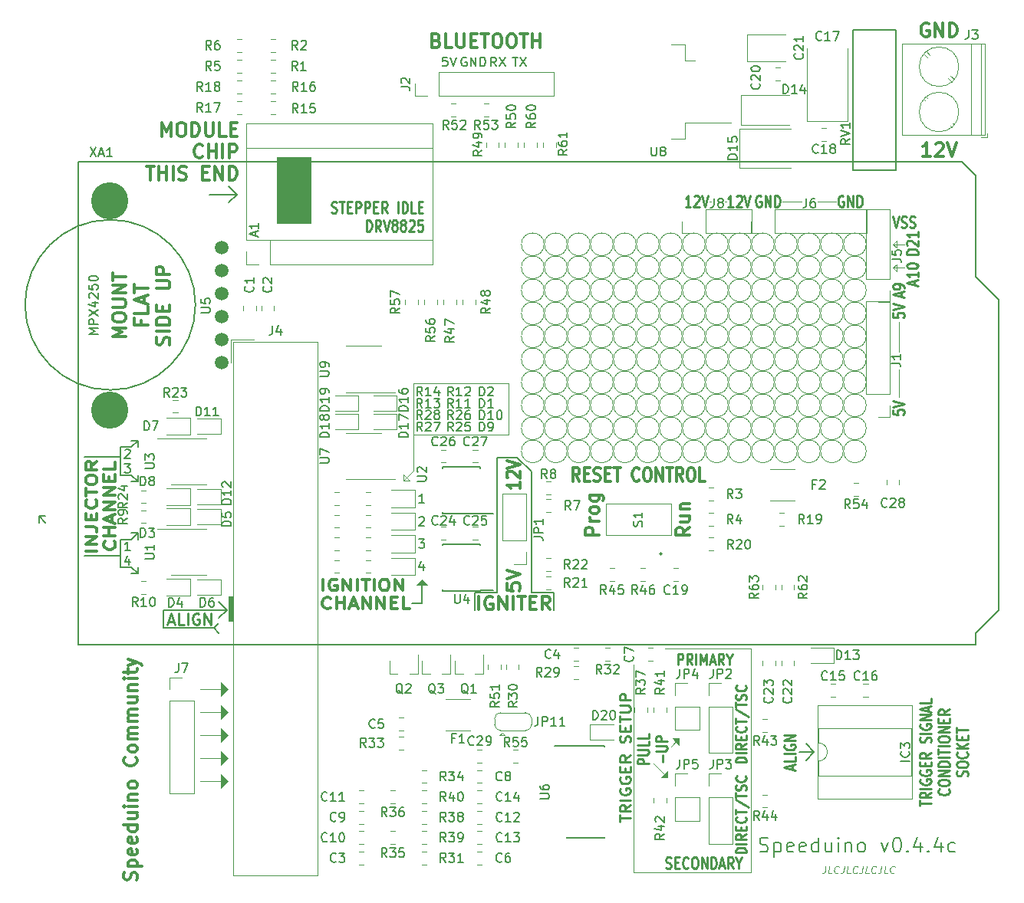
<source format=gto>
%TF.GenerationSoftware,KiCad,Pcbnew,7.0.7*%
%TF.CreationDate,2024-01-30T18:09:48+01:00*%
%TF.ProjectId,v0.4.4c,76302e34-2e34-4632-9e6b-696361645f70,4c*%
%TF.SameCoordinates,Original*%
%TF.FileFunction,Legend,Top*%
%TF.FilePolarity,Positive*%
%FSLAX46Y46*%
G04 Gerber Fmt 4.6, Leading zero omitted, Abs format (unit mm)*
G04 Created by KiCad (PCBNEW 7.0.7) date 2024-01-30 18:09:48*
%MOMM*%
%LPD*%
G01*
G04 APERTURE LIST*
%ADD10C,0.125000*%
%ADD11C,0.120000*%
%ADD12C,0.200000*%
%ADD13C,0.100000*%
%ADD14C,0.250000*%
%ADD15C,0.300000*%
%ADD16C,0.150000*%
%ADD17C,1.500000*%
%ADD18C,4.100000*%
G04 APERTURE END LIST*
D10*
X192487999Y-132278595D02*
X192416571Y-132850023D01*
X192416571Y-132850023D02*
X192364190Y-132964309D01*
X192364190Y-132964309D02*
X192278475Y-133040500D01*
X192278475Y-133040500D02*
X192159428Y-133078595D01*
X192159428Y-133078595D02*
X192083237Y-133078595D01*
X193149904Y-133078595D02*
X192768952Y-133078595D01*
X192768952Y-133078595D02*
X192868952Y-132278595D01*
X193883237Y-133002404D02*
X193840380Y-133040500D01*
X193840380Y-133040500D02*
X193721333Y-133078595D01*
X193721333Y-133078595D02*
X193645142Y-133078595D01*
X193645142Y-133078595D02*
X193535618Y-133040500D01*
X193535618Y-133040500D02*
X193468952Y-132964309D01*
X193468952Y-132964309D02*
X193440380Y-132888119D01*
X193440380Y-132888119D02*
X193421333Y-132735738D01*
X193421333Y-132735738D02*
X193435618Y-132621452D01*
X193435618Y-132621452D02*
X193492761Y-132469071D01*
X193492761Y-132469071D02*
X193540380Y-132392880D01*
X193540380Y-132392880D02*
X193626095Y-132316690D01*
X193626095Y-132316690D02*
X193745142Y-132278595D01*
X193745142Y-132278595D02*
X193821333Y-132278595D01*
X193821333Y-132278595D02*
X193930857Y-132316690D01*
X193930857Y-132316690D02*
X193964190Y-132354785D01*
X194545142Y-132278595D02*
X194473714Y-132850023D01*
X194473714Y-132850023D02*
X194421333Y-132964309D01*
X194421333Y-132964309D02*
X194335618Y-133040500D01*
X194335618Y-133040500D02*
X194216571Y-133078595D01*
X194216571Y-133078595D02*
X194140380Y-133078595D01*
X195207047Y-133078595D02*
X194826095Y-133078595D01*
X194826095Y-133078595D02*
X194926095Y-132278595D01*
X195940380Y-133002404D02*
X195897523Y-133040500D01*
X195897523Y-133040500D02*
X195778476Y-133078595D01*
X195778476Y-133078595D02*
X195702285Y-133078595D01*
X195702285Y-133078595D02*
X195592761Y-133040500D01*
X195592761Y-133040500D02*
X195526095Y-132964309D01*
X195526095Y-132964309D02*
X195497523Y-132888119D01*
X195497523Y-132888119D02*
X195478476Y-132735738D01*
X195478476Y-132735738D02*
X195492761Y-132621452D01*
X195492761Y-132621452D02*
X195549904Y-132469071D01*
X195549904Y-132469071D02*
X195597523Y-132392880D01*
X195597523Y-132392880D02*
X195683238Y-132316690D01*
X195683238Y-132316690D02*
X195802285Y-132278595D01*
X195802285Y-132278595D02*
X195878476Y-132278595D01*
X195878476Y-132278595D02*
X195988000Y-132316690D01*
X195988000Y-132316690D02*
X196021333Y-132354785D01*
X196602285Y-132278595D02*
X196530857Y-132850023D01*
X196530857Y-132850023D02*
X196478476Y-132964309D01*
X196478476Y-132964309D02*
X196392761Y-133040500D01*
X196392761Y-133040500D02*
X196273714Y-133078595D01*
X196273714Y-133078595D02*
X196197523Y-133078595D01*
X197264190Y-133078595D02*
X196883238Y-133078595D01*
X196883238Y-133078595D02*
X196983238Y-132278595D01*
X197997523Y-133002404D02*
X197954666Y-133040500D01*
X197954666Y-133040500D02*
X197835619Y-133078595D01*
X197835619Y-133078595D02*
X197759428Y-133078595D01*
X197759428Y-133078595D02*
X197649904Y-133040500D01*
X197649904Y-133040500D02*
X197583238Y-132964309D01*
X197583238Y-132964309D02*
X197554666Y-132888119D01*
X197554666Y-132888119D02*
X197535619Y-132735738D01*
X197535619Y-132735738D02*
X197549904Y-132621452D01*
X197549904Y-132621452D02*
X197607047Y-132469071D01*
X197607047Y-132469071D02*
X197654666Y-132392880D01*
X197654666Y-132392880D02*
X197740381Y-132316690D01*
X197740381Y-132316690D02*
X197859428Y-132278595D01*
X197859428Y-132278595D02*
X197935619Y-132278595D01*
X197935619Y-132278595D02*
X198045143Y-132316690D01*
X198045143Y-132316690D02*
X198078476Y-132354785D01*
X198659428Y-132278595D02*
X198588000Y-132850023D01*
X198588000Y-132850023D02*
X198535619Y-132964309D01*
X198535619Y-132964309D02*
X198449904Y-133040500D01*
X198449904Y-133040500D02*
X198330857Y-133078595D01*
X198330857Y-133078595D02*
X198254666Y-133078595D01*
X199321333Y-133078595D02*
X198940381Y-133078595D01*
X198940381Y-133078595D02*
X199040381Y-132278595D01*
X200054666Y-133002404D02*
X200011809Y-133040500D01*
X200011809Y-133040500D02*
X199892762Y-133078595D01*
X199892762Y-133078595D02*
X199816571Y-133078595D01*
X199816571Y-133078595D02*
X199707047Y-133040500D01*
X199707047Y-133040500D02*
X199640381Y-132964309D01*
X199640381Y-132964309D02*
X199611809Y-132888119D01*
X199611809Y-132888119D02*
X199592762Y-132735738D01*
X199592762Y-132735738D02*
X199607047Y-132621452D01*
X199607047Y-132621452D02*
X199664190Y-132469071D01*
X199664190Y-132469071D02*
X199711809Y-132392880D01*
X199711809Y-132392880D02*
X199797524Y-132316690D01*
X199797524Y-132316690D02*
X199916571Y-132278595D01*
X199916571Y-132278595D02*
X199992762Y-132278595D01*
X199992762Y-132278595D02*
X200102286Y-132316690D01*
X200102286Y-132316690D02*
X200135619Y-132354785D01*
D11*
X146600000Y-89700000D02*
X145900000Y-89700000D01*
X125730000Y-114554000D02*
X126492000Y-115316000D01*
X125730000Y-116078000D02*
X125730000Y-114554000D01*
X123444000Y-115316000D02*
X126492000Y-115316000D01*
X126492000Y-115316000D02*
X125730000Y-116078000D01*
X125730000Y-117094000D02*
X126492000Y-117856000D01*
X126492000Y-117856000D02*
X125730000Y-118618000D01*
X125730000Y-118618000D02*
X125730000Y-117094000D01*
X123444000Y-117856000D02*
X126492000Y-117856000D01*
X123444000Y-120396000D02*
X126492000Y-120396000D01*
X125730000Y-121158000D02*
X125730000Y-119634000D01*
X126492000Y-120396000D02*
X125730000Y-121158000D01*
X125730000Y-119634000D02*
X126492000Y-120396000D01*
X123444000Y-122936000D02*
X126492000Y-122936000D01*
X125730000Y-123698000D02*
X125730000Y-122174000D01*
X126492000Y-122936000D02*
X125730000Y-123698000D01*
X125730000Y-122174000D02*
X126492000Y-122936000D01*
X193600000Y-58900000D02*
X191600000Y-58900000D01*
D12*
X126400000Y-104000000D02*
X125500000Y-103100000D01*
X119400000Y-104000000D02*
X126400000Y-104000000D01*
X126400000Y-104000000D02*
X125500000Y-104900000D01*
D11*
X176300000Y-118900000D02*
X176300000Y-118200000D01*
D12*
X127500000Y-58100000D02*
X126600000Y-59000000D01*
X124500000Y-58100000D02*
X127500000Y-58100000D01*
X127500000Y-58100000D02*
X126600000Y-57200000D01*
X119400000Y-106000000D02*
X125000000Y-106000000D01*
X124950000Y-106000000D02*
X125500000Y-105450000D01*
X124950000Y-106000000D02*
X125500000Y-106550000D01*
D11*
X126750000Y-102500000D02*
X126750000Y-105200000D01*
X126700000Y-102500000D02*
X126700000Y-105200000D01*
X126650000Y-102500000D02*
X126650000Y-105200000D01*
X126600000Y-102500000D02*
X126600000Y-105200000D01*
D12*
X119400000Y-106000000D02*
X119400000Y-104000000D01*
X116553553Y-85296447D02*
X115846447Y-85296447D01*
X116553553Y-85296447D02*
X116553553Y-86003553D01*
X115850000Y-86000000D02*
X116553553Y-85296447D01*
X116553553Y-89803553D02*
X116553553Y-89096447D01*
X116553553Y-89803553D02*
X115846447Y-89803553D01*
X115850000Y-89100000D02*
X116553553Y-89803553D01*
X116553553Y-100003553D02*
X116553553Y-99296447D01*
X116553553Y-100003553D02*
X115846447Y-100003553D01*
X115850000Y-99300000D02*
X116553553Y-100003553D01*
X115850000Y-96200000D02*
X116553553Y-95496447D01*
X116553553Y-95496447D02*
X116553553Y-96203553D01*
X116553553Y-95496447D02*
X115846447Y-95496447D01*
X160000000Y-102100000D02*
X160000000Y-88700000D01*
X156200000Y-102100000D02*
X156200000Y-87150000D01*
X162500000Y-102100000D02*
X162500000Y-104000000D01*
X156200000Y-102100000D02*
X153800000Y-102100000D01*
D11*
X175000000Y-122500000D02*
X175000000Y-121800000D01*
X157500000Y-79000000D02*
X147000000Y-79000000D01*
D12*
X114650000Y-89100000D02*
X115850000Y-89100000D01*
X189600000Y-119700000D02*
X191200000Y-119700000D01*
X114650000Y-98000000D02*
X114650000Y-96200000D01*
X114650000Y-86000000D02*
X115850000Y-86000000D01*
D11*
X145900000Y-89000000D02*
X146600000Y-89700000D01*
X125730000Y-113538000D02*
X125730000Y-112014000D01*
X200300000Y-64000000D02*
X200300000Y-63200000D01*
X181500000Y-58900000D02*
X181400000Y-58900000D01*
X126600000Y-105200000D02*
X127100000Y-105200000D01*
D12*
X114650000Y-87100000D02*
X114650000Y-86000000D01*
X191200000Y-119700000D02*
X190300000Y-120600000D01*
D13*
X126492000Y-117856000D02*
X125730000Y-118618000D01*
X125730000Y-117094000D01*
X126492000Y-117856000D01*
G36*
X126492000Y-117856000D02*
G01*
X125730000Y-118618000D01*
X125730000Y-117094000D01*
X126492000Y-117856000D01*
G37*
X176300000Y-118900000D02*
X175600000Y-118200000D01*
X176300000Y-118200000D01*
X176300000Y-118900000D01*
G36*
X176300000Y-118900000D02*
G01*
X175600000Y-118200000D01*
X176300000Y-118200000D01*
X176300000Y-118900000D01*
G37*
D11*
X179800000Y-58900000D02*
X179700000Y-58900000D01*
D12*
X160000000Y-102100000D02*
X162500000Y-102100000D01*
X105646447Y-93646447D02*
X105646447Y-94353553D01*
D11*
X199900000Y-66200000D02*
X200300000Y-66600000D01*
X199900000Y-63600000D02*
X200300000Y-64000000D01*
X171250000Y-110000000D02*
X171250000Y-133000000D01*
X123444000Y-112776000D02*
X126492000Y-112776000D01*
X147100000Y-84600000D02*
X157500000Y-84600000D01*
D13*
X126492000Y-122936000D02*
X125730000Y-123698000D01*
X125730000Y-122174000D01*
X126492000Y-122936000D01*
G36*
X126492000Y-122936000D02*
G01*
X125730000Y-123698000D01*
X125730000Y-122174000D01*
X126492000Y-122936000D01*
G37*
D11*
X200300000Y-63200000D02*
X199900000Y-63600000D01*
X126900000Y-102500000D02*
X126800000Y-102500000D01*
D12*
X156200000Y-87150000D02*
X158450000Y-87150000D01*
D11*
X175000000Y-121800000D02*
X174300000Y-122500000D01*
D12*
X110700000Y-87100000D02*
X114650000Y-87100000D01*
X147900000Y-103300000D02*
X147900000Y-100700000D01*
D11*
X176300000Y-118200000D02*
X175600000Y-118200000D01*
D12*
X114650000Y-87100000D02*
X114650000Y-89100000D01*
D11*
X173500000Y-121000000D02*
X175000000Y-122500000D01*
X201200000Y-66200000D02*
X199900000Y-66200000D01*
X174300000Y-122500000D02*
X175000000Y-122500000D01*
X201200000Y-63600000D02*
X199900000Y-63600000D01*
X125730000Y-112014000D02*
X126492000Y-112776000D01*
X184250000Y-133000000D02*
X184250000Y-108250000D01*
D12*
X146850000Y-103300000D02*
X147900000Y-103300000D01*
D13*
X126492000Y-112776000D02*
X125730000Y-113538000D01*
X125730000Y-112014000D01*
X126492000Y-112776000D01*
G36*
X126492000Y-112776000D02*
G01*
X125730000Y-113538000D01*
X125730000Y-112014000D01*
X126492000Y-112776000D01*
G37*
D11*
X147000000Y-79000000D02*
X147000000Y-88600000D01*
X126800000Y-102500000D02*
X126800000Y-105200000D01*
D13*
X126492000Y-115316000D02*
X125730000Y-116078000D01*
X125730000Y-114554000D01*
X126492000Y-115316000D01*
G36*
X126492000Y-115316000D02*
G01*
X125730000Y-116078000D01*
X125730000Y-114554000D01*
X126492000Y-115316000D01*
G37*
D11*
X157500000Y-84600000D02*
X157500000Y-79000000D01*
X200600000Y-80500000D02*
X200600000Y-77400000D01*
X184250000Y-108250000D02*
X174750000Y-108250000D01*
X127000000Y-105200000D02*
X126900000Y-105200000D01*
X171250000Y-133000000D02*
X184250000Y-133000000D01*
X126600000Y-102500000D02*
X127100000Y-102500000D01*
D12*
X114650000Y-99300000D02*
X115850000Y-99300000D01*
X110650000Y-98000000D02*
X114650000Y-98000000D01*
X153800000Y-102100000D02*
X153800000Y-104000000D01*
X114650000Y-98000000D02*
X114650000Y-99300000D01*
X105646447Y-93646447D02*
X106353553Y-93646447D01*
D11*
X200600000Y-75500000D02*
X200600000Y-72200000D01*
X175600000Y-118200000D02*
X176300000Y-118900000D01*
D13*
X175000000Y-122500000D02*
X174300000Y-122500000D01*
X175000000Y-121800000D01*
X175000000Y-122500000D01*
G36*
X175000000Y-122500000D02*
G01*
X174300000Y-122500000D01*
X175000000Y-121800000D01*
X175000000Y-122500000D01*
G37*
D12*
X158450000Y-87150000D02*
X160000000Y-88700000D01*
D11*
X187700000Y-58900000D02*
X189800000Y-58900000D01*
D13*
X135600000Y-61300000D02*
X131900000Y-61300000D01*
X131900000Y-54000000D01*
X135600000Y-54000000D01*
X135600000Y-61300000D01*
G36*
X135600000Y-61300000D02*
G01*
X131900000Y-61300000D01*
X131900000Y-54000000D01*
X135600000Y-54000000D01*
X135600000Y-61300000D01*
G37*
D11*
X147000000Y-88600000D02*
X145900000Y-89700000D01*
X127000000Y-102500000D02*
X127000000Y-105200000D01*
X126492000Y-112776000D02*
X125730000Y-113538000D01*
D12*
X106353553Y-94353553D02*
X105646447Y-93646447D01*
D11*
X200300000Y-66600000D02*
X200300000Y-65800000D01*
D13*
X126492000Y-120396000D02*
X125730000Y-121158000D01*
X125730000Y-119634000D01*
X126492000Y-120396000D01*
G36*
X126492000Y-120396000D02*
G01*
X125730000Y-121158000D01*
X125730000Y-119634000D01*
X126492000Y-120396000D01*
G37*
D11*
X126900000Y-105200000D02*
X126900000Y-102500000D01*
D12*
X114650000Y-96200000D02*
X115850000Y-96200000D01*
D11*
X175400000Y-119100000D02*
X176300000Y-118200000D01*
X200300000Y-65800000D02*
X199900000Y-66200000D01*
X145900000Y-89700000D02*
X145900000Y-89000000D01*
D13*
X148500000Y-101200000D02*
X147300000Y-101200000D01*
X147900000Y-100600000D01*
X148500000Y-101200000D01*
G36*
X148500000Y-101200000D02*
G01*
X147300000Y-101200000D01*
X147900000Y-100600000D01*
X148500000Y-101200000D01*
G37*
D12*
X191200000Y-119700000D02*
X190300000Y-118800000D01*
D14*
X199882286Y-60529273D02*
X200215619Y-61779273D01*
X200215619Y-61779273D02*
X200548952Y-60529273D01*
X200834667Y-61719750D02*
X200977524Y-61779273D01*
X200977524Y-61779273D02*
X201215619Y-61779273D01*
X201215619Y-61779273D02*
X201310857Y-61719750D01*
X201310857Y-61719750D02*
X201358476Y-61660226D01*
X201358476Y-61660226D02*
X201406095Y-61541178D01*
X201406095Y-61541178D02*
X201406095Y-61422130D01*
X201406095Y-61422130D02*
X201358476Y-61303083D01*
X201358476Y-61303083D02*
X201310857Y-61243559D01*
X201310857Y-61243559D02*
X201215619Y-61184035D01*
X201215619Y-61184035D02*
X201025143Y-61124511D01*
X201025143Y-61124511D02*
X200929905Y-61064988D01*
X200929905Y-61064988D02*
X200882286Y-61005464D01*
X200882286Y-61005464D02*
X200834667Y-60886416D01*
X200834667Y-60886416D02*
X200834667Y-60767369D01*
X200834667Y-60767369D02*
X200882286Y-60648321D01*
X200882286Y-60648321D02*
X200929905Y-60588797D01*
X200929905Y-60588797D02*
X201025143Y-60529273D01*
X201025143Y-60529273D02*
X201263238Y-60529273D01*
X201263238Y-60529273D02*
X201406095Y-60588797D01*
X201787048Y-61719750D02*
X201929905Y-61779273D01*
X201929905Y-61779273D02*
X202168000Y-61779273D01*
X202168000Y-61779273D02*
X202263238Y-61719750D01*
X202263238Y-61719750D02*
X202310857Y-61660226D01*
X202310857Y-61660226D02*
X202358476Y-61541178D01*
X202358476Y-61541178D02*
X202358476Y-61422130D01*
X202358476Y-61422130D02*
X202310857Y-61303083D01*
X202310857Y-61303083D02*
X202263238Y-61243559D01*
X202263238Y-61243559D02*
X202168000Y-61184035D01*
X202168000Y-61184035D02*
X201977524Y-61124511D01*
X201977524Y-61124511D02*
X201882286Y-61064988D01*
X201882286Y-61064988D02*
X201834667Y-61005464D01*
X201834667Y-61005464D02*
X201787048Y-60886416D01*
X201787048Y-60886416D02*
X201787048Y-60767369D01*
X201787048Y-60767369D02*
X201834667Y-60648321D01*
X201834667Y-60648321D02*
X201882286Y-60588797D01*
X201882286Y-60588797D02*
X201977524Y-60529273D01*
X201977524Y-60529273D02*
X202215619Y-60529273D01*
X202215619Y-60529273D02*
X202358476Y-60588797D01*
X185338095Y-58274797D02*
X185242857Y-58215273D01*
X185242857Y-58215273D02*
X185100000Y-58215273D01*
X185100000Y-58215273D02*
X184957143Y-58274797D01*
X184957143Y-58274797D02*
X184861905Y-58393845D01*
X184861905Y-58393845D02*
X184814286Y-58512892D01*
X184814286Y-58512892D02*
X184766667Y-58750988D01*
X184766667Y-58750988D02*
X184766667Y-58929559D01*
X184766667Y-58929559D02*
X184814286Y-59167654D01*
X184814286Y-59167654D02*
X184861905Y-59286702D01*
X184861905Y-59286702D02*
X184957143Y-59405750D01*
X184957143Y-59405750D02*
X185100000Y-59465273D01*
X185100000Y-59465273D02*
X185195238Y-59465273D01*
X185195238Y-59465273D02*
X185338095Y-59405750D01*
X185338095Y-59405750D02*
X185385714Y-59346226D01*
X185385714Y-59346226D02*
X185385714Y-58929559D01*
X185385714Y-58929559D02*
X185195238Y-58929559D01*
X185814286Y-59465273D02*
X185814286Y-58215273D01*
X185814286Y-58215273D02*
X186385714Y-59465273D01*
X186385714Y-59465273D02*
X186385714Y-58215273D01*
X186861905Y-59465273D02*
X186861905Y-58215273D01*
X186861905Y-58215273D02*
X187100000Y-58215273D01*
X187100000Y-58215273D02*
X187242857Y-58274797D01*
X187242857Y-58274797D02*
X187338095Y-58393845D01*
X187338095Y-58393845D02*
X187385714Y-58512892D01*
X187385714Y-58512892D02*
X187433333Y-58750988D01*
X187433333Y-58750988D02*
X187433333Y-58929559D01*
X187433333Y-58929559D02*
X187385714Y-59167654D01*
X187385714Y-59167654D02*
X187338095Y-59286702D01*
X187338095Y-59286702D02*
X187242857Y-59405750D01*
X187242857Y-59405750D02*
X187100000Y-59465273D01*
X187100000Y-59465273D02*
X186861905Y-59465273D01*
D15*
X158778328Y-89873809D02*
X158778328Y-90588094D01*
X158778328Y-90230951D02*
X157278328Y-90230951D01*
X157278328Y-90230951D02*
X157492614Y-90349999D01*
X157492614Y-90349999D02*
X157635471Y-90469047D01*
X157635471Y-90469047D02*
X157706900Y-90588094D01*
X157421185Y-89397618D02*
X157349757Y-89338094D01*
X157349757Y-89338094D02*
X157278328Y-89219047D01*
X157278328Y-89219047D02*
X157278328Y-88921428D01*
X157278328Y-88921428D02*
X157349757Y-88802380D01*
X157349757Y-88802380D02*
X157421185Y-88742856D01*
X157421185Y-88742856D02*
X157564042Y-88683333D01*
X157564042Y-88683333D02*
X157706900Y-88683333D01*
X157706900Y-88683333D02*
X157921185Y-88742856D01*
X157921185Y-88742856D02*
X158778328Y-89457142D01*
X158778328Y-89457142D02*
X158778328Y-88683333D01*
X157278328Y-88326190D02*
X158778328Y-87909523D01*
X158778328Y-87909523D02*
X157278328Y-87492857D01*
X154207142Y-103978328D02*
X154207142Y-102478328D01*
X155707143Y-102549757D02*
X155564286Y-102478328D01*
X155564286Y-102478328D02*
X155350000Y-102478328D01*
X155350000Y-102478328D02*
X155135714Y-102549757D01*
X155135714Y-102549757D02*
X154992857Y-102692614D01*
X154992857Y-102692614D02*
X154921428Y-102835471D01*
X154921428Y-102835471D02*
X154850000Y-103121185D01*
X154850000Y-103121185D02*
X154850000Y-103335471D01*
X154850000Y-103335471D02*
X154921428Y-103621185D01*
X154921428Y-103621185D02*
X154992857Y-103764042D01*
X154992857Y-103764042D02*
X155135714Y-103906900D01*
X155135714Y-103906900D02*
X155350000Y-103978328D01*
X155350000Y-103978328D02*
X155492857Y-103978328D01*
X155492857Y-103978328D02*
X155707143Y-103906900D01*
X155707143Y-103906900D02*
X155778571Y-103835471D01*
X155778571Y-103835471D02*
X155778571Y-103335471D01*
X155778571Y-103335471D02*
X155492857Y-103335471D01*
X156421428Y-103978328D02*
X156421428Y-102478328D01*
X156421428Y-102478328D02*
X157278571Y-103978328D01*
X157278571Y-103978328D02*
X157278571Y-102478328D01*
X157992857Y-103978328D02*
X157992857Y-102478328D01*
X158492858Y-102478328D02*
X159350001Y-102478328D01*
X158921429Y-103978328D02*
X158921429Y-102478328D01*
X159850000Y-103192614D02*
X160350000Y-103192614D01*
X160564286Y-103978328D02*
X159850000Y-103978328D01*
X159850000Y-103978328D02*
X159850000Y-102478328D01*
X159850000Y-102478328D02*
X160564286Y-102478328D01*
X162064286Y-103978328D02*
X161564286Y-103264042D01*
X161207143Y-103978328D02*
X161207143Y-102478328D01*
X161207143Y-102478328D02*
X161778572Y-102478328D01*
X161778572Y-102478328D02*
X161921429Y-102549757D01*
X161921429Y-102549757D02*
X161992858Y-102621185D01*
X161992858Y-102621185D02*
X162064286Y-102764042D01*
X162064286Y-102764042D02*
X162064286Y-102978328D01*
X162064286Y-102978328D02*
X161992858Y-103121185D01*
X161992858Y-103121185D02*
X161921429Y-103192614D01*
X161921429Y-103192614D02*
X161778572Y-103264042D01*
X161778572Y-103264042D02*
X161207143Y-103264042D01*
D16*
X148090476Y-98988152D02*
X148090476Y-99654819D01*
X147852381Y-98607200D02*
X147614286Y-99321485D01*
X147614286Y-99321485D02*
X148233333Y-99321485D01*
X147566667Y-96154819D02*
X148185714Y-96154819D01*
X148185714Y-96154819D02*
X147852381Y-96535771D01*
X147852381Y-96535771D02*
X147995238Y-96535771D01*
X147995238Y-96535771D02*
X148090476Y-96583390D01*
X148090476Y-96583390D02*
X148138095Y-96631009D01*
X148138095Y-96631009D02*
X148185714Y-96726247D01*
X148185714Y-96726247D02*
X148185714Y-96964342D01*
X148185714Y-96964342D02*
X148138095Y-97059580D01*
X148138095Y-97059580D02*
X148090476Y-97107200D01*
X148090476Y-97107200D02*
X147995238Y-97154819D01*
X147995238Y-97154819D02*
X147709524Y-97154819D01*
X147709524Y-97154819D02*
X147614286Y-97107200D01*
X147614286Y-97107200D02*
X147566667Y-97059580D01*
X147614286Y-93800057D02*
X147661905Y-93752438D01*
X147661905Y-93752438D02*
X147757143Y-93704819D01*
X147757143Y-93704819D02*
X147995238Y-93704819D01*
X147995238Y-93704819D02*
X148090476Y-93752438D01*
X148090476Y-93752438D02*
X148138095Y-93800057D01*
X148138095Y-93800057D02*
X148185714Y-93895295D01*
X148185714Y-93895295D02*
X148185714Y-93990533D01*
X148185714Y-93990533D02*
X148138095Y-94133390D01*
X148138095Y-94133390D02*
X147566667Y-94704819D01*
X147566667Y-94704819D02*
X148185714Y-94704819D01*
X148185714Y-92154819D02*
X147614286Y-92154819D01*
X147900000Y-92154819D02*
X147900000Y-91154819D01*
X147900000Y-91154819D02*
X147804762Y-91297676D01*
X147804762Y-91297676D02*
X147709524Y-91392914D01*
X147709524Y-91392914D02*
X147614286Y-91440533D01*
D15*
X137004510Y-101856423D02*
X137004510Y-100606423D01*
X138504511Y-100665947D02*
X138361654Y-100606423D01*
X138361654Y-100606423D02*
X138147368Y-100606423D01*
X138147368Y-100606423D02*
X137933082Y-100665947D01*
X137933082Y-100665947D02*
X137790225Y-100784995D01*
X137790225Y-100784995D02*
X137718796Y-100904042D01*
X137718796Y-100904042D02*
X137647368Y-101142138D01*
X137647368Y-101142138D02*
X137647368Y-101320709D01*
X137647368Y-101320709D02*
X137718796Y-101558804D01*
X137718796Y-101558804D02*
X137790225Y-101677852D01*
X137790225Y-101677852D02*
X137933082Y-101796900D01*
X137933082Y-101796900D02*
X138147368Y-101856423D01*
X138147368Y-101856423D02*
X138290225Y-101856423D01*
X138290225Y-101856423D02*
X138504511Y-101796900D01*
X138504511Y-101796900D02*
X138575939Y-101737376D01*
X138575939Y-101737376D02*
X138575939Y-101320709D01*
X138575939Y-101320709D02*
X138290225Y-101320709D01*
X139218796Y-101856423D02*
X139218796Y-100606423D01*
X139218796Y-100606423D02*
X140075939Y-101856423D01*
X140075939Y-101856423D02*
X140075939Y-100606423D01*
X140790225Y-101856423D02*
X140790225Y-100606423D01*
X141290226Y-100606423D02*
X142147369Y-100606423D01*
X141718797Y-101856423D02*
X141718797Y-100606423D01*
X142647368Y-101856423D02*
X142647368Y-100606423D01*
X143647369Y-100606423D02*
X143933083Y-100606423D01*
X143933083Y-100606423D02*
X144075940Y-100665947D01*
X144075940Y-100665947D02*
X144218797Y-100784995D01*
X144218797Y-100784995D02*
X144290226Y-101023090D01*
X144290226Y-101023090D02*
X144290226Y-101439757D01*
X144290226Y-101439757D02*
X144218797Y-101677852D01*
X144218797Y-101677852D02*
X144075940Y-101796900D01*
X144075940Y-101796900D02*
X143933083Y-101856423D01*
X143933083Y-101856423D02*
X143647369Y-101856423D01*
X143647369Y-101856423D02*
X143504512Y-101796900D01*
X143504512Y-101796900D02*
X143361654Y-101677852D01*
X143361654Y-101677852D02*
X143290226Y-101439757D01*
X143290226Y-101439757D02*
X143290226Y-101023090D01*
X143290226Y-101023090D02*
X143361654Y-100784995D01*
X143361654Y-100784995D02*
X143504512Y-100665947D01*
X143504512Y-100665947D02*
X143647369Y-100606423D01*
X144933083Y-101856423D02*
X144933083Y-100606423D01*
X144933083Y-100606423D02*
X145790226Y-101856423D01*
X145790226Y-101856423D02*
X145790226Y-100606423D01*
X137861653Y-103749876D02*
X137790225Y-103809400D01*
X137790225Y-103809400D02*
X137575939Y-103868923D01*
X137575939Y-103868923D02*
X137433082Y-103868923D01*
X137433082Y-103868923D02*
X137218796Y-103809400D01*
X137218796Y-103809400D02*
X137075939Y-103690352D01*
X137075939Y-103690352D02*
X137004510Y-103571304D01*
X137004510Y-103571304D02*
X136933082Y-103333209D01*
X136933082Y-103333209D02*
X136933082Y-103154638D01*
X136933082Y-103154638D02*
X137004510Y-102916542D01*
X137004510Y-102916542D02*
X137075939Y-102797495D01*
X137075939Y-102797495D02*
X137218796Y-102678447D01*
X137218796Y-102678447D02*
X137433082Y-102618923D01*
X137433082Y-102618923D02*
X137575939Y-102618923D01*
X137575939Y-102618923D02*
X137790225Y-102678447D01*
X137790225Y-102678447D02*
X137861653Y-102737971D01*
X138504510Y-103868923D02*
X138504510Y-102618923D01*
X138504510Y-103214161D02*
X139361653Y-103214161D01*
X139361653Y-103868923D02*
X139361653Y-102618923D01*
X140004511Y-103511780D02*
X140718797Y-103511780D01*
X139861654Y-103868923D02*
X140361654Y-102618923D01*
X140361654Y-102618923D02*
X140861654Y-103868923D01*
X141361653Y-103868923D02*
X141361653Y-102618923D01*
X141361653Y-102618923D02*
X142218796Y-103868923D01*
X142218796Y-103868923D02*
X142218796Y-102618923D01*
X142933082Y-103868923D02*
X142933082Y-102618923D01*
X142933082Y-102618923D02*
X143790225Y-103868923D01*
X143790225Y-103868923D02*
X143790225Y-102618923D01*
X144504511Y-103214161D02*
X145004511Y-103214161D01*
X145218797Y-103868923D02*
X144504511Y-103868923D01*
X144504511Y-103868923D02*
X144504511Y-102618923D01*
X144504511Y-102618923D02*
X145218797Y-102618923D01*
X146575940Y-103868923D02*
X145861654Y-103868923D01*
X145861654Y-103868923D02*
X145861654Y-102618923D01*
D14*
X137949812Y-60099500D02*
X138092669Y-60159023D01*
X138092669Y-60159023D02*
X138330764Y-60159023D01*
X138330764Y-60159023D02*
X138426002Y-60099500D01*
X138426002Y-60099500D02*
X138473621Y-60039976D01*
X138473621Y-60039976D02*
X138521240Y-59920928D01*
X138521240Y-59920928D02*
X138521240Y-59801880D01*
X138521240Y-59801880D02*
X138473621Y-59682833D01*
X138473621Y-59682833D02*
X138426002Y-59623309D01*
X138426002Y-59623309D02*
X138330764Y-59563785D01*
X138330764Y-59563785D02*
X138140288Y-59504261D01*
X138140288Y-59504261D02*
X138045050Y-59444738D01*
X138045050Y-59444738D02*
X137997431Y-59385214D01*
X137997431Y-59385214D02*
X137949812Y-59266166D01*
X137949812Y-59266166D02*
X137949812Y-59147119D01*
X137949812Y-59147119D02*
X137997431Y-59028071D01*
X137997431Y-59028071D02*
X138045050Y-58968547D01*
X138045050Y-58968547D02*
X138140288Y-58909023D01*
X138140288Y-58909023D02*
X138378383Y-58909023D01*
X138378383Y-58909023D02*
X138521240Y-58968547D01*
X138806955Y-58909023D02*
X139378383Y-58909023D01*
X139092669Y-60159023D02*
X139092669Y-58909023D01*
X139711717Y-59504261D02*
X140045050Y-59504261D01*
X140187907Y-60159023D02*
X139711717Y-60159023D01*
X139711717Y-60159023D02*
X139711717Y-58909023D01*
X139711717Y-58909023D02*
X140187907Y-58909023D01*
X140616479Y-60159023D02*
X140616479Y-58909023D01*
X140616479Y-58909023D02*
X140997431Y-58909023D01*
X140997431Y-58909023D02*
X141092669Y-58968547D01*
X141092669Y-58968547D02*
X141140288Y-59028071D01*
X141140288Y-59028071D02*
X141187907Y-59147119D01*
X141187907Y-59147119D02*
X141187907Y-59325690D01*
X141187907Y-59325690D02*
X141140288Y-59444738D01*
X141140288Y-59444738D02*
X141092669Y-59504261D01*
X141092669Y-59504261D02*
X140997431Y-59563785D01*
X140997431Y-59563785D02*
X140616479Y-59563785D01*
X141616479Y-60159023D02*
X141616479Y-58909023D01*
X141616479Y-58909023D02*
X141997431Y-58909023D01*
X141997431Y-58909023D02*
X142092669Y-58968547D01*
X142092669Y-58968547D02*
X142140288Y-59028071D01*
X142140288Y-59028071D02*
X142187907Y-59147119D01*
X142187907Y-59147119D02*
X142187907Y-59325690D01*
X142187907Y-59325690D02*
X142140288Y-59444738D01*
X142140288Y-59444738D02*
X142092669Y-59504261D01*
X142092669Y-59504261D02*
X141997431Y-59563785D01*
X141997431Y-59563785D02*
X141616479Y-59563785D01*
X142616479Y-59504261D02*
X142949812Y-59504261D01*
X143092669Y-60159023D02*
X142616479Y-60159023D01*
X142616479Y-60159023D02*
X142616479Y-58909023D01*
X142616479Y-58909023D02*
X143092669Y-58909023D01*
X144092669Y-60159023D02*
X143759336Y-59563785D01*
X143521241Y-60159023D02*
X143521241Y-58909023D01*
X143521241Y-58909023D02*
X143902193Y-58909023D01*
X143902193Y-58909023D02*
X143997431Y-58968547D01*
X143997431Y-58968547D02*
X144045050Y-59028071D01*
X144045050Y-59028071D02*
X144092669Y-59147119D01*
X144092669Y-59147119D02*
X144092669Y-59325690D01*
X144092669Y-59325690D02*
X144045050Y-59444738D01*
X144045050Y-59444738D02*
X143997431Y-59504261D01*
X143997431Y-59504261D02*
X143902193Y-59563785D01*
X143902193Y-59563785D02*
X143521241Y-59563785D01*
X145283146Y-60159023D02*
X145283146Y-58909023D01*
X145759336Y-60159023D02*
X145759336Y-58909023D01*
X145759336Y-58909023D02*
X145997431Y-58909023D01*
X145997431Y-58909023D02*
X146140288Y-58968547D01*
X146140288Y-58968547D02*
X146235526Y-59087595D01*
X146235526Y-59087595D02*
X146283145Y-59206642D01*
X146283145Y-59206642D02*
X146330764Y-59444738D01*
X146330764Y-59444738D02*
X146330764Y-59623309D01*
X146330764Y-59623309D02*
X146283145Y-59861404D01*
X146283145Y-59861404D02*
X146235526Y-59980452D01*
X146235526Y-59980452D02*
X146140288Y-60099500D01*
X146140288Y-60099500D02*
X145997431Y-60159023D01*
X145997431Y-60159023D02*
X145759336Y-60159023D01*
X147235526Y-60159023D02*
X146759336Y-60159023D01*
X146759336Y-60159023D02*
X146759336Y-58909023D01*
X147568860Y-59504261D02*
X147902193Y-59504261D01*
X148045050Y-60159023D02*
X147568860Y-60159023D01*
X147568860Y-60159023D02*
X147568860Y-58909023D01*
X147568860Y-58909023D02*
X148045050Y-58909023D01*
X141806955Y-62171523D02*
X141806955Y-60921523D01*
X141806955Y-60921523D02*
X142045050Y-60921523D01*
X142045050Y-60921523D02*
X142187907Y-60981047D01*
X142187907Y-60981047D02*
X142283145Y-61100095D01*
X142283145Y-61100095D02*
X142330764Y-61219142D01*
X142330764Y-61219142D02*
X142378383Y-61457238D01*
X142378383Y-61457238D02*
X142378383Y-61635809D01*
X142378383Y-61635809D02*
X142330764Y-61873904D01*
X142330764Y-61873904D02*
X142283145Y-61992952D01*
X142283145Y-61992952D02*
X142187907Y-62112000D01*
X142187907Y-62112000D02*
X142045050Y-62171523D01*
X142045050Y-62171523D02*
X141806955Y-62171523D01*
X143378383Y-62171523D02*
X143045050Y-61576285D01*
X142806955Y-62171523D02*
X142806955Y-60921523D01*
X142806955Y-60921523D02*
X143187907Y-60921523D01*
X143187907Y-60921523D02*
X143283145Y-60981047D01*
X143283145Y-60981047D02*
X143330764Y-61040571D01*
X143330764Y-61040571D02*
X143378383Y-61159619D01*
X143378383Y-61159619D02*
X143378383Y-61338190D01*
X143378383Y-61338190D02*
X143330764Y-61457238D01*
X143330764Y-61457238D02*
X143283145Y-61516761D01*
X143283145Y-61516761D02*
X143187907Y-61576285D01*
X143187907Y-61576285D02*
X142806955Y-61576285D01*
X143664098Y-60921523D02*
X143997431Y-62171523D01*
X143997431Y-62171523D02*
X144330764Y-60921523D01*
X144806955Y-61457238D02*
X144711717Y-61397714D01*
X144711717Y-61397714D02*
X144664098Y-61338190D01*
X144664098Y-61338190D02*
X144616479Y-61219142D01*
X144616479Y-61219142D02*
X144616479Y-61159619D01*
X144616479Y-61159619D02*
X144664098Y-61040571D01*
X144664098Y-61040571D02*
X144711717Y-60981047D01*
X144711717Y-60981047D02*
X144806955Y-60921523D01*
X144806955Y-60921523D02*
X144997431Y-60921523D01*
X144997431Y-60921523D02*
X145092669Y-60981047D01*
X145092669Y-60981047D02*
X145140288Y-61040571D01*
X145140288Y-61040571D02*
X145187907Y-61159619D01*
X145187907Y-61159619D02*
X145187907Y-61219142D01*
X145187907Y-61219142D02*
X145140288Y-61338190D01*
X145140288Y-61338190D02*
X145092669Y-61397714D01*
X145092669Y-61397714D02*
X144997431Y-61457238D01*
X144997431Y-61457238D02*
X144806955Y-61457238D01*
X144806955Y-61457238D02*
X144711717Y-61516761D01*
X144711717Y-61516761D02*
X144664098Y-61576285D01*
X144664098Y-61576285D02*
X144616479Y-61695333D01*
X144616479Y-61695333D02*
X144616479Y-61933428D01*
X144616479Y-61933428D02*
X144664098Y-62052476D01*
X144664098Y-62052476D02*
X144711717Y-62112000D01*
X144711717Y-62112000D02*
X144806955Y-62171523D01*
X144806955Y-62171523D02*
X144997431Y-62171523D01*
X144997431Y-62171523D02*
X145092669Y-62112000D01*
X145092669Y-62112000D02*
X145140288Y-62052476D01*
X145140288Y-62052476D02*
X145187907Y-61933428D01*
X145187907Y-61933428D02*
X145187907Y-61695333D01*
X145187907Y-61695333D02*
X145140288Y-61576285D01*
X145140288Y-61576285D02*
X145092669Y-61516761D01*
X145092669Y-61516761D02*
X144997431Y-61457238D01*
X145759336Y-61457238D02*
X145664098Y-61397714D01*
X145664098Y-61397714D02*
X145616479Y-61338190D01*
X145616479Y-61338190D02*
X145568860Y-61219142D01*
X145568860Y-61219142D02*
X145568860Y-61159619D01*
X145568860Y-61159619D02*
X145616479Y-61040571D01*
X145616479Y-61040571D02*
X145664098Y-60981047D01*
X145664098Y-60981047D02*
X145759336Y-60921523D01*
X145759336Y-60921523D02*
X145949812Y-60921523D01*
X145949812Y-60921523D02*
X146045050Y-60981047D01*
X146045050Y-60981047D02*
X146092669Y-61040571D01*
X146092669Y-61040571D02*
X146140288Y-61159619D01*
X146140288Y-61159619D02*
X146140288Y-61219142D01*
X146140288Y-61219142D02*
X146092669Y-61338190D01*
X146092669Y-61338190D02*
X146045050Y-61397714D01*
X146045050Y-61397714D02*
X145949812Y-61457238D01*
X145949812Y-61457238D02*
X145759336Y-61457238D01*
X145759336Y-61457238D02*
X145664098Y-61516761D01*
X145664098Y-61516761D02*
X145616479Y-61576285D01*
X145616479Y-61576285D02*
X145568860Y-61695333D01*
X145568860Y-61695333D02*
X145568860Y-61933428D01*
X145568860Y-61933428D02*
X145616479Y-62052476D01*
X145616479Y-62052476D02*
X145664098Y-62112000D01*
X145664098Y-62112000D02*
X145759336Y-62171523D01*
X145759336Y-62171523D02*
X145949812Y-62171523D01*
X145949812Y-62171523D02*
X146045050Y-62112000D01*
X146045050Y-62112000D02*
X146092669Y-62052476D01*
X146092669Y-62052476D02*
X146140288Y-61933428D01*
X146140288Y-61933428D02*
X146140288Y-61695333D01*
X146140288Y-61695333D02*
X146092669Y-61576285D01*
X146092669Y-61576285D02*
X146045050Y-61516761D01*
X146045050Y-61516761D02*
X145949812Y-61457238D01*
X146521241Y-61040571D02*
X146568860Y-60981047D01*
X146568860Y-60981047D02*
X146664098Y-60921523D01*
X146664098Y-60921523D02*
X146902193Y-60921523D01*
X146902193Y-60921523D02*
X146997431Y-60981047D01*
X146997431Y-60981047D02*
X147045050Y-61040571D01*
X147045050Y-61040571D02*
X147092669Y-61159619D01*
X147092669Y-61159619D02*
X147092669Y-61278666D01*
X147092669Y-61278666D02*
X147045050Y-61457238D01*
X147045050Y-61457238D02*
X146473622Y-62171523D01*
X146473622Y-62171523D02*
X147092669Y-62171523D01*
X147997431Y-60921523D02*
X147521241Y-60921523D01*
X147521241Y-60921523D02*
X147473622Y-61516761D01*
X147473622Y-61516761D02*
X147521241Y-61457238D01*
X147521241Y-61457238D02*
X147616479Y-61397714D01*
X147616479Y-61397714D02*
X147854574Y-61397714D01*
X147854574Y-61397714D02*
X147949812Y-61457238D01*
X147949812Y-61457238D02*
X147997431Y-61516761D01*
X147997431Y-61516761D02*
X148045050Y-61635809D01*
X148045050Y-61635809D02*
X148045050Y-61933428D01*
X148045050Y-61933428D02*
X147997431Y-62052476D01*
X147997431Y-62052476D02*
X147949812Y-62112000D01*
X147949812Y-62112000D02*
X147854574Y-62171523D01*
X147854574Y-62171523D02*
X147616479Y-62171523D01*
X147616479Y-62171523D02*
X147521241Y-62112000D01*
X147521241Y-62112000D02*
X147473622Y-62052476D01*
D15*
X119231201Y-51663328D02*
X119231201Y-50163328D01*
X119231201Y-50163328D02*
X119731201Y-51234757D01*
X119731201Y-51234757D02*
X120231201Y-50163328D01*
X120231201Y-50163328D02*
X120231201Y-51663328D01*
X121231202Y-50163328D02*
X121516916Y-50163328D01*
X121516916Y-50163328D02*
X121659773Y-50234757D01*
X121659773Y-50234757D02*
X121802630Y-50377614D01*
X121802630Y-50377614D02*
X121874059Y-50663328D01*
X121874059Y-50663328D02*
X121874059Y-51163328D01*
X121874059Y-51163328D02*
X121802630Y-51449042D01*
X121802630Y-51449042D02*
X121659773Y-51591900D01*
X121659773Y-51591900D02*
X121516916Y-51663328D01*
X121516916Y-51663328D02*
X121231202Y-51663328D01*
X121231202Y-51663328D02*
X121088345Y-51591900D01*
X121088345Y-51591900D02*
X120945487Y-51449042D01*
X120945487Y-51449042D02*
X120874059Y-51163328D01*
X120874059Y-51163328D02*
X120874059Y-50663328D01*
X120874059Y-50663328D02*
X120945487Y-50377614D01*
X120945487Y-50377614D02*
X121088345Y-50234757D01*
X121088345Y-50234757D02*
X121231202Y-50163328D01*
X122516916Y-51663328D02*
X122516916Y-50163328D01*
X122516916Y-50163328D02*
X122874059Y-50163328D01*
X122874059Y-50163328D02*
X123088345Y-50234757D01*
X123088345Y-50234757D02*
X123231202Y-50377614D01*
X123231202Y-50377614D02*
X123302631Y-50520471D01*
X123302631Y-50520471D02*
X123374059Y-50806185D01*
X123374059Y-50806185D02*
X123374059Y-51020471D01*
X123374059Y-51020471D02*
X123302631Y-51306185D01*
X123302631Y-51306185D02*
X123231202Y-51449042D01*
X123231202Y-51449042D02*
X123088345Y-51591900D01*
X123088345Y-51591900D02*
X122874059Y-51663328D01*
X122874059Y-51663328D02*
X122516916Y-51663328D01*
X124016916Y-50163328D02*
X124016916Y-51377614D01*
X124016916Y-51377614D02*
X124088345Y-51520471D01*
X124088345Y-51520471D02*
X124159774Y-51591900D01*
X124159774Y-51591900D02*
X124302631Y-51663328D01*
X124302631Y-51663328D02*
X124588345Y-51663328D01*
X124588345Y-51663328D02*
X124731202Y-51591900D01*
X124731202Y-51591900D02*
X124802631Y-51520471D01*
X124802631Y-51520471D02*
X124874059Y-51377614D01*
X124874059Y-51377614D02*
X124874059Y-50163328D01*
X126302631Y-51663328D02*
X125588345Y-51663328D01*
X125588345Y-51663328D02*
X125588345Y-50163328D01*
X126802631Y-50877614D02*
X127302631Y-50877614D01*
X127516917Y-51663328D02*
X126802631Y-51663328D01*
X126802631Y-51663328D02*
X126802631Y-50163328D01*
X126802631Y-50163328D02*
X127516917Y-50163328D01*
X123731202Y-53935471D02*
X123659774Y-54006900D01*
X123659774Y-54006900D02*
X123445488Y-54078328D01*
X123445488Y-54078328D02*
X123302631Y-54078328D01*
X123302631Y-54078328D02*
X123088345Y-54006900D01*
X123088345Y-54006900D02*
X122945488Y-53864042D01*
X122945488Y-53864042D02*
X122874059Y-53721185D01*
X122874059Y-53721185D02*
X122802631Y-53435471D01*
X122802631Y-53435471D02*
X122802631Y-53221185D01*
X122802631Y-53221185D02*
X122874059Y-52935471D01*
X122874059Y-52935471D02*
X122945488Y-52792614D01*
X122945488Y-52792614D02*
X123088345Y-52649757D01*
X123088345Y-52649757D02*
X123302631Y-52578328D01*
X123302631Y-52578328D02*
X123445488Y-52578328D01*
X123445488Y-52578328D02*
X123659774Y-52649757D01*
X123659774Y-52649757D02*
X123731202Y-52721185D01*
X124374059Y-54078328D02*
X124374059Y-52578328D01*
X124374059Y-53292614D02*
X125231202Y-53292614D01*
X125231202Y-54078328D02*
X125231202Y-52578328D01*
X125945488Y-54078328D02*
X125945488Y-52578328D01*
X126659774Y-54078328D02*
X126659774Y-52578328D01*
X126659774Y-52578328D02*
X127231203Y-52578328D01*
X127231203Y-52578328D02*
X127374060Y-52649757D01*
X127374060Y-52649757D02*
X127445489Y-52721185D01*
X127445489Y-52721185D02*
X127516917Y-52864042D01*
X127516917Y-52864042D02*
X127516917Y-53078328D01*
X127516917Y-53078328D02*
X127445489Y-53221185D01*
X127445489Y-53221185D02*
X127374060Y-53292614D01*
X127374060Y-53292614D02*
X127231203Y-53364042D01*
X127231203Y-53364042D02*
X126659774Y-53364042D01*
X117516917Y-54993328D02*
X118374060Y-54993328D01*
X117945488Y-56493328D02*
X117945488Y-54993328D01*
X118874059Y-56493328D02*
X118874059Y-54993328D01*
X118874059Y-55707614D02*
X119731202Y-55707614D01*
X119731202Y-56493328D02*
X119731202Y-54993328D01*
X120445488Y-56493328D02*
X120445488Y-54993328D01*
X121088346Y-56421900D02*
X121302632Y-56493328D01*
X121302632Y-56493328D02*
X121659774Y-56493328D01*
X121659774Y-56493328D02*
X121802632Y-56421900D01*
X121802632Y-56421900D02*
X121874060Y-56350471D01*
X121874060Y-56350471D02*
X121945489Y-56207614D01*
X121945489Y-56207614D02*
X121945489Y-56064757D01*
X121945489Y-56064757D02*
X121874060Y-55921900D01*
X121874060Y-55921900D02*
X121802632Y-55850471D01*
X121802632Y-55850471D02*
X121659774Y-55779042D01*
X121659774Y-55779042D02*
X121374060Y-55707614D01*
X121374060Y-55707614D02*
X121231203Y-55636185D01*
X121231203Y-55636185D02*
X121159774Y-55564757D01*
X121159774Y-55564757D02*
X121088346Y-55421900D01*
X121088346Y-55421900D02*
X121088346Y-55279042D01*
X121088346Y-55279042D02*
X121159774Y-55136185D01*
X121159774Y-55136185D02*
X121231203Y-55064757D01*
X121231203Y-55064757D02*
X121374060Y-54993328D01*
X121374060Y-54993328D02*
X121731203Y-54993328D01*
X121731203Y-54993328D02*
X121945489Y-55064757D01*
X123731202Y-55707614D02*
X124231202Y-55707614D01*
X124445488Y-56493328D02*
X123731202Y-56493328D01*
X123731202Y-56493328D02*
X123731202Y-54993328D01*
X123731202Y-54993328D02*
X124445488Y-54993328D01*
X125088345Y-56493328D02*
X125088345Y-54993328D01*
X125088345Y-54993328D02*
X125945488Y-56493328D01*
X125945488Y-56493328D02*
X125945488Y-54993328D01*
X126659774Y-56493328D02*
X126659774Y-54993328D01*
X126659774Y-54993328D02*
X127016917Y-54993328D01*
X127016917Y-54993328D02*
X127231203Y-55064757D01*
X127231203Y-55064757D02*
X127374060Y-55207614D01*
X127374060Y-55207614D02*
X127445489Y-55350471D01*
X127445489Y-55350471D02*
X127516917Y-55636185D01*
X127516917Y-55636185D02*
X127516917Y-55850471D01*
X127516917Y-55850471D02*
X127445489Y-56136185D01*
X127445489Y-56136185D02*
X127374060Y-56279042D01*
X127374060Y-56279042D02*
X127231203Y-56421900D01*
X127231203Y-56421900D02*
X127016917Y-56493328D01*
X127016917Y-56493328D02*
X126659774Y-56493328D01*
X115263328Y-73828572D02*
X113763328Y-73828572D01*
X113763328Y-73828572D02*
X114834757Y-73328572D01*
X114834757Y-73328572D02*
X113763328Y-72828572D01*
X113763328Y-72828572D02*
X115263328Y-72828572D01*
X113763328Y-71828571D02*
X113763328Y-71542857D01*
X113763328Y-71542857D02*
X113834757Y-71400000D01*
X113834757Y-71400000D02*
X113977614Y-71257143D01*
X113977614Y-71257143D02*
X114263328Y-71185714D01*
X114263328Y-71185714D02*
X114763328Y-71185714D01*
X114763328Y-71185714D02*
X115049042Y-71257143D01*
X115049042Y-71257143D02*
X115191900Y-71400000D01*
X115191900Y-71400000D02*
X115263328Y-71542857D01*
X115263328Y-71542857D02*
X115263328Y-71828571D01*
X115263328Y-71828571D02*
X115191900Y-71971429D01*
X115191900Y-71971429D02*
X115049042Y-72114286D01*
X115049042Y-72114286D02*
X114763328Y-72185714D01*
X114763328Y-72185714D02*
X114263328Y-72185714D01*
X114263328Y-72185714D02*
X113977614Y-72114286D01*
X113977614Y-72114286D02*
X113834757Y-71971429D01*
X113834757Y-71971429D02*
X113763328Y-71828571D01*
X113763328Y-70542857D02*
X114977614Y-70542857D01*
X114977614Y-70542857D02*
X115120471Y-70471428D01*
X115120471Y-70471428D02*
X115191900Y-70400000D01*
X115191900Y-70400000D02*
X115263328Y-70257142D01*
X115263328Y-70257142D02*
X115263328Y-69971428D01*
X115263328Y-69971428D02*
X115191900Y-69828571D01*
X115191900Y-69828571D02*
X115120471Y-69757142D01*
X115120471Y-69757142D02*
X114977614Y-69685714D01*
X114977614Y-69685714D02*
X113763328Y-69685714D01*
X115263328Y-68971428D02*
X113763328Y-68971428D01*
X113763328Y-68971428D02*
X115263328Y-68114285D01*
X115263328Y-68114285D02*
X113763328Y-68114285D01*
X113763328Y-67614284D02*
X113763328Y-66757142D01*
X115263328Y-67185713D02*
X113763328Y-67185713D01*
X116892614Y-72007142D02*
X116892614Y-72507142D01*
X117678328Y-72507142D02*
X116178328Y-72507142D01*
X116178328Y-72507142D02*
X116178328Y-71792856D01*
X117678328Y-70507142D02*
X117678328Y-71221428D01*
X117678328Y-71221428D02*
X116178328Y-71221428D01*
X117249757Y-70078570D02*
X117249757Y-69364285D01*
X117678328Y-70221427D02*
X116178328Y-69721427D01*
X116178328Y-69721427D02*
X117678328Y-69221427D01*
X116178328Y-68935713D02*
X116178328Y-68078571D01*
X117678328Y-68507142D02*
X116178328Y-68507142D01*
X120021900Y-74721428D02*
X120093328Y-74507143D01*
X120093328Y-74507143D02*
X120093328Y-74150000D01*
X120093328Y-74150000D02*
X120021900Y-74007143D01*
X120021900Y-74007143D02*
X119950471Y-73935714D01*
X119950471Y-73935714D02*
X119807614Y-73864285D01*
X119807614Y-73864285D02*
X119664757Y-73864285D01*
X119664757Y-73864285D02*
X119521900Y-73935714D01*
X119521900Y-73935714D02*
X119450471Y-74007143D01*
X119450471Y-74007143D02*
X119379042Y-74150000D01*
X119379042Y-74150000D02*
X119307614Y-74435714D01*
X119307614Y-74435714D02*
X119236185Y-74578571D01*
X119236185Y-74578571D02*
X119164757Y-74650000D01*
X119164757Y-74650000D02*
X119021900Y-74721428D01*
X119021900Y-74721428D02*
X118879042Y-74721428D01*
X118879042Y-74721428D02*
X118736185Y-74650000D01*
X118736185Y-74650000D02*
X118664757Y-74578571D01*
X118664757Y-74578571D02*
X118593328Y-74435714D01*
X118593328Y-74435714D02*
X118593328Y-74078571D01*
X118593328Y-74078571D02*
X118664757Y-73864285D01*
X120093328Y-73221429D02*
X118593328Y-73221429D01*
X120093328Y-72507143D02*
X118593328Y-72507143D01*
X118593328Y-72507143D02*
X118593328Y-72150000D01*
X118593328Y-72150000D02*
X118664757Y-71935714D01*
X118664757Y-71935714D02*
X118807614Y-71792857D01*
X118807614Y-71792857D02*
X118950471Y-71721428D01*
X118950471Y-71721428D02*
X119236185Y-71650000D01*
X119236185Y-71650000D02*
X119450471Y-71650000D01*
X119450471Y-71650000D02*
X119736185Y-71721428D01*
X119736185Y-71721428D02*
X119879042Y-71792857D01*
X119879042Y-71792857D02*
X120021900Y-71935714D01*
X120021900Y-71935714D02*
X120093328Y-72150000D01*
X120093328Y-72150000D02*
X120093328Y-72507143D01*
X119307614Y-71007143D02*
X119307614Y-70507143D01*
X120093328Y-70292857D02*
X120093328Y-71007143D01*
X120093328Y-71007143D02*
X118593328Y-71007143D01*
X118593328Y-71007143D02*
X118593328Y-70292857D01*
X118593328Y-68507143D02*
X119807614Y-68507143D01*
X119807614Y-68507143D02*
X119950471Y-68435714D01*
X119950471Y-68435714D02*
X120021900Y-68364286D01*
X120021900Y-68364286D02*
X120093328Y-68221428D01*
X120093328Y-68221428D02*
X120093328Y-67935714D01*
X120093328Y-67935714D02*
X120021900Y-67792857D01*
X120021900Y-67792857D02*
X119950471Y-67721428D01*
X119950471Y-67721428D02*
X119807614Y-67650000D01*
X119807614Y-67650000D02*
X118593328Y-67650000D01*
X120093328Y-66935714D02*
X118593328Y-66935714D01*
X118593328Y-66935714D02*
X118593328Y-66364285D01*
X118593328Y-66364285D02*
X118664757Y-66221428D01*
X118664757Y-66221428D02*
X118736185Y-66149999D01*
X118736185Y-66149999D02*
X118879042Y-66078571D01*
X118879042Y-66078571D02*
X119093328Y-66078571D01*
X119093328Y-66078571D02*
X119236185Y-66149999D01*
X119236185Y-66149999D02*
X119307614Y-66221428D01*
X119307614Y-66221428D02*
X119379042Y-66364285D01*
X119379042Y-66364285D02*
X119379042Y-66935714D01*
X149535713Y-41092614D02*
X149749999Y-41164042D01*
X149749999Y-41164042D02*
X149821428Y-41235471D01*
X149821428Y-41235471D02*
X149892856Y-41378328D01*
X149892856Y-41378328D02*
X149892856Y-41592614D01*
X149892856Y-41592614D02*
X149821428Y-41735471D01*
X149821428Y-41735471D02*
X149749999Y-41806900D01*
X149749999Y-41806900D02*
X149607142Y-41878328D01*
X149607142Y-41878328D02*
X149035713Y-41878328D01*
X149035713Y-41878328D02*
X149035713Y-40378328D01*
X149035713Y-40378328D02*
X149535713Y-40378328D01*
X149535713Y-40378328D02*
X149678571Y-40449757D01*
X149678571Y-40449757D02*
X149749999Y-40521185D01*
X149749999Y-40521185D02*
X149821428Y-40664042D01*
X149821428Y-40664042D02*
X149821428Y-40806900D01*
X149821428Y-40806900D02*
X149749999Y-40949757D01*
X149749999Y-40949757D02*
X149678571Y-41021185D01*
X149678571Y-41021185D02*
X149535713Y-41092614D01*
X149535713Y-41092614D02*
X149035713Y-41092614D01*
X151249999Y-41878328D02*
X150535713Y-41878328D01*
X150535713Y-41878328D02*
X150535713Y-40378328D01*
X151749999Y-40378328D02*
X151749999Y-41592614D01*
X151749999Y-41592614D02*
X151821428Y-41735471D01*
X151821428Y-41735471D02*
X151892857Y-41806900D01*
X151892857Y-41806900D02*
X152035714Y-41878328D01*
X152035714Y-41878328D02*
X152321428Y-41878328D01*
X152321428Y-41878328D02*
X152464285Y-41806900D01*
X152464285Y-41806900D02*
X152535714Y-41735471D01*
X152535714Y-41735471D02*
X152607142Y-41592614D01*
X152607142Y-41592614D02*
X152607142Y-40378328D01*
X153321428Y-41092614D02*
X153821428Y-41092614D01*
X154035714Y-41878328D02*
X153321428Y-41878328D01*
X153321428Y-41878328D02*
X153321428Y-40378328D01*
X153321428Y-40378328D02*
X154035714Y-40378328D01*
X154464286Y-40378328D02*
X155321429Y-40378328D01*
X154892857Y-41878328D02*
X154892857Y-40378328D01*
X156107143Y-40378328D02*
X156392857Y-40378328D01*
X156392857Y-40378328D02*
X156535714Y-40449757D01*
X156535714Y-40449757D02*
X156678571Y-40592614D01*
X156678571Y-40592614D02*
X156750000Y-40878328D01*
X156750000Y-40878328D02*
X156750000Y-41378328D01*
X156750000Y-41378328D02*
X156678571Y-41664042D01*
X156678571Y-41664042D02*
X156535714Y-41806900D01*
X156535714Y-41806900D02*
X156392857Y-41878328D01*
X156392857Y-41878328D02*
X156107143Y-41878328D01*
X156107143Y-41878328D02*
X155964286Y-41806900D01*
X155964286Y-41806900D02*
X155821428Y-41664042D01*
X155821428Y-41664042D02*
X155750000Y-41378328D01*
X155750000Y-41378328D02*
X155750000Y-40878328D01*
X155750000Y-40878328D02*
X155821428Y-40592614D01*
X155821428Y-40592614D02*
X155964286Y-40449757D01*
X155964286Y-40449757D02*
X156107143Y-40378328D01*
X157678572Y-40378328D02*
X157964286Y-40378328D01*
X157964286Y-40378328D02*
X158107143Y-40449757D01*
X158107143Y-40449757D02*
X158250000Y-40592614D01*
X158250000Y-40592614D02*
X158321429Y-40878328D01*
X158321429Y-40878328D02*
X158321429Y-41378328D01*
X158321429Y-41378328D02*
X158250000Y-41664042D01*
X158250000Y-41664042D02*
X158107143Y-41806900D01*
X158107143Y-41806900D02*
X157964286Y-41878328D01*
X157964286Y-41878328D02*
X157678572Y-41878328D01*
X157678572Y-41878328D02*
X157535715Y-41806900D01*
X157535715Y-41806900D02*
X157392857Y-41664042D01*
X157392857Y-41664042D02*
X157321429Y-41378328D01*
X157321429Y-41378328D02*
X157321429Y-40878328D01*
X157321429Y-40878328D02*
X157392857Y-40592614D01*
X157392857Y-40592614D02*
X157535715Y-40449757D01*
X157535715Y-40449757D02*
X157678572Y-40378328D01*
X158750001Y-40378328D02*
X159607144Y-40378328D01*
X159178572Y-41878328D02*
X159178572Y-40378328D01*
X160107143Y-41878328D02*
X160107143Y-40378328D01*
X160107143Y-41092614D02*
X160964286Y-41092614D01*
X160964286Y-41878328D02*
X160964286Y-40378328D01*
D14*
X199915273Y-71190476D02*
X199915273Y-71666666D01*
X199915273Y-71666666D02*
X200510511Y-71714285D01*
X200510511Y-71714285D02*
X200450988Y-71666666D01*
X200450988Y-71666666D02*
X200391464Y-71571428D01*
X200391464Y-71571428D02*
X200391464Y-71333333D01*
X200391464Y-71333333D02*
X200450988Y-71238095D01*
X200450988Y-71238095D02*
X200510511Y-71190476D01*
X200510511Y-71190476D02*
X200629559Y-71142857D01*
X200629559Y-71142857D02*
X200927178Y-71142857D01*
X200927178Y-71142857D02*
X201046226Y-71190476D01*
X201046226Y-71190476D02*
X201105750Y-71238095D01*
X201105750Y-71238095D02*
X201165273Y-71333333D01*
X201165273Y-71333333D02*
X201165273Y-71571428D01*
X201165273Y-71571428D02*
X201105750Y-71666666D01*
X201105750Y-71666666D02*
X201046226Y-71714285D01*
X199915273Y-70857142D02*
X201165273Y-70523809D01*
X201165273Y-70523809D02*
X199915273Y-70190476D01*
X199915273Y-81890476D02*
X199915273Y-82366666D01*
X199915273Y-82366666D02*
X200510511Y-82414285D01*
X200510511Y-82414285D02*
X200450988Y-82366666D01*
X200450988Y-82366666D02*
X200391464Y-82271428D01*
X200391464Y-82271428D02*
X200391464Y-82033333D01*
X200391464Y-82033333D02*
X200450988Y-81938095D01*
X200450988Y-81938095D02*
X200510511Y-81890476D01*
X200510511Y-81890476D02*
X200629559Y-81842857D01*
X200629559Y-81842857D02*
X200927178Y-81842857D01*
X200927178Y-81842857D02*
X201046226Y-81890476D01*
X201046226Y-81890476D02*
X201105750Y-81938095D01*
X201105750Y-81938095D02*
X201165273Y-82033333D01*
X201165273Y-82033333D02*
X201165273Y-82271428D01*
X201165273Y-82271428D02*
X201105750Y-82366666D01*
X201105750Y-82366666D02*
X201046226Y-82414285D01*
X199915273Y-81557142D02*
X201165273Y-81223809D01*
X201165273Y-81223809D02*
X199915273Y-80890476D01*
X182280952Y-59465273D02*
X181709524Y-59465273D01*
X181995238Y-59465273D02*
X181995238Y-58215273D01*
X181995238Y-58215273D02*
X181900000Y-58393845D01*
X181900000Y-58393845D02*
X181804762Y-58512892D01*
X181804762Y-58512892D02*
X181709524Y-58572416D01*
X182661905Y-58334321D02*
X182709524Y-58274797D01*
X182709524Y-58274797D02*
X182804762Y-58215273D01*
X182804762Y-58215273D02*
X183042857Y-58215273D01*
X183042857Y-58215273D02*
X183138095Y-58274797D01*
X183138095Y-58274797D02*
X183185714Y-58334321D01*
X183185714Y-58334321D02*
X183233333Y-58453369D01*
X183233333Y-58453369D02*
X183233333Y-58572416D01*
X183233333Y-58572416D02*
X183185714Y-58750988D01*
X183185714Y-58750988D02*
X182614286Y-59465273D01*
X182614286Y-59465273D02*
X183233333Y-59465273D01*
X183519048Y-58215273D02*
X183852381Y-59465273D01*
X183852381Y-59465273D02*
X184185714Y-58215273D01*
X177580952Y-59465273D02*
X177009524Y-59465273D01*
X177295238Y-59465273D02*
X177295238Y-58215273D01*
X177295238Y-58215273D02*
X177200000Y-58393845D01*
X177200000Y-58393845D02*
X177104762Y-58512892D01*
X177104762Y-58512892D02*
X177009524Y-58572416D01*
X177961905Y-58334321D02*
X178009524Y-58274797D01*
X178009524Y-58274797D02*
X178104762Y-58215273D01*
X178104762Y-58215273D02*
X178342857Y-58215273D01*
X178342857Y-58215273D02*
X178438095Y-58274797D01*
X178438095Y-58274797D02*
X178485714Y-58334321D01*
X178485714Y-58334321D02*
X178533333Y-58453369D01*
X178533333Y-58453369D02*
X178533333Y-58572416D01*
X178533333Y-58572416D02*
X178485714Y-58750988D01*
X178485714Y-58750988D02*
X177914286Y-59465273D01*
X177914286Y-59465273D02*
X178533333Y-59465273D01*
X178819048Y-58215273D02*
X179152381Y-59465273D01*
X179152381Y-59465273D02*
X179485714Y-58215273D01*
D16*
X156133333Y-43954819D02*
X155800000Y-43478628D01*
X155561905Y-43954819D02*
X155561905Y-42954819D01*
X155561905Y-42954819D02*
X155942857Y-42954819D01*
X155942857Y-42954819D02*
X156038095Y-43002438D01*
X156038095Y-43002438D02*
X156085714Y-43050057D01*
X156085714Y-43050057D02*
X156133333Y-43145295D01*
X156133333Y-43145295D02*
X156133333Y-43288152D01*
X156133333Y-43288152D02*
X156085714Y-43383390D01*
X156085714Y-43383390D02*
X156038095Y-43431009D01*
X156038095Y-43431009D02*
X155942857Y-43478628D01*
X155942857Y-43478628D02*
X155561905Y-43478628D01*
X156466667Y-42954819D02*
X157133333Y-43954819D01*
X157133333Y-42954819D02*
X156466667Y-43954819D01*
X157938095Y-42954819D02*
X158509523Y-42954819D01*
X158223809Y-43954819D02*
X158223809Y-42954819D01*
X158747619Y-42954819D02*
X159414285Y-43954819D01*
X159414285Y-42954819D02*
X158747619Y-43954819D01*
X152838095Y-43002438D02*
X152742857Y-42954819D01*
X152742857Y-42954819D02*
X152600000Y-42954819D01*
X152600000Y-42954819D02*
X152457143Y-43002438D01*
X152457143Y-43002438D02*
X152361905Y-43097676D01*
X152361905Y-43097676D02*
X152314286Y-43192914D01*
X152314286Y-43192914D02*
X152266667Y-43383390D01*
X152266667Y-43383390D02*
X152266667Y-43526247D01*
X152266667Y-43526247D02*
X152314286Y-43716723D01*
X152314286Y-43716723D02*
X152361905Y-43811961D01*
X152361905Y-43811961D02*
X152457143Y-43907200D01*
X152457143Y-43907200D02*
X152600000Y-43954819D01*
X152600000Y-43954819D02*
X152695238Y-43954819D01*
X152695238Y-43954819D02*
X152838095Y-43907200D01*
X152838095Y-43907200D02*
X152885714Y-43859580D01*
X152885714Y-43859580D02*
X152885714Y-43526247D01*
X152885714Y-43526247D02*
X152695238Y-43526247D01*
X153314286Y-43954819D02*
X153314286Y-42954819D01*
X153314286Y-42954819D02*
X153885714Y-43954819D01*
X153885714Y-43954819D02*
X153885714Y-42954819D01*
X154361905Y-43954819D02*
X154361905Y-42954819D01*
X154361905Y-42954819D02*
X154600000Y-42954819D01*
X154600000Y-42954819D02*
X154742857Y-43002438D01*
X154742857Y-43002438D02*
X154838095Y-43097676D01*
X154838095Y-43097676D02*
X154885714Y-43192914D01*
X154885714Y-43192914D02*
X154933333Y-43383390D01*
X154933333Y-43383390D02*
X154933333Y-43526247D01*
X154933333Y-43526247D02*
X154885714Y-43716723D01*
X154885714Y-43716723D02*
X154838095Y-43811961D01*
X154838095Y-43811961D02*
X154742857Y-43907200D01*
X154742857Y-43907200D02*
X154600000Y-43954819D01*
X154600000Y-43954819D02*
X154361905Y-43954819D01*
X150709523Y-42954819D02*
X150233333Y-42954819D01*
X150233333Y-42954819D02*
X150185714Y-43431009D01*
X150185714Y-43431009D02*
X150233333Y-43383390D01*
X150233333Y-43383390D02*
X150328571Y-43335771D01*
X150328571Y-43335771D02*
X150566666Y-43335771D01*
X150566666Y-43335771D02*
X150661904Y-43383390D01*
X150661904Y-43383390D02*
X150709523Y-43431009D01*
X150709523Y-43431009D02*
X150757142Y-43526247D01*
X150757142Y-43526247D02*
X150757142Y-43764342D01*
X150757142Y-43764342D02*
X150709523Y-43859580D01*
X150709523Y-43859580D02*
X150661904Y-43907200D01*
X150661904Y-43907200D02*
X150566666Y-43954819D01*
X150566666Y-43954819D02*
X150328571Y-43954819D01*
X150328571Y-43954819D02*
X150233333Y-43907200D01*
X150233333Y-43907200D02*
X150185714Y-43859580D01*
X151042857Y-42954819D02*
X151376190Y-43954819D01*
X151376190Y-43954819D02*
X151709523Y-42954819D01*
D15*
X204071429Y-53878328D02*
X203214286Y-53878328D01*
X203642857Y-53878328D02*
X203642857Y-52378328D01*
X203642857Y-52378328D02*
X203500000Y-52592614D01*
X203500000Y-52592614D02*
X203357143Y-52735471D01*
X203357143Y-52735471D02*
X203214286Y-52806900D01*
X204642857Y-52521185D02*
X204714285Y-52449757D01*
X204714285Y-52449757D02*
X204857143Y-52378328D01*
X204857143Y-52378328D02*
X205214285Y-52378328D01*
X205214285Y-52378328D02*
X205357143Y-52449757D01*
X205357143Y-52449757D02*
X205428571Y-52521185D01*
X205428571Y-52521185D02*
X205500000Y-52664042D01*
X205500000Y-52664042D02*
X205500000Y-52806900D01*
X205500000Y-52806900D02*
X205428571Y-53021185D01*
X205428571Y-53021185D02*
X204571428Y-53878328D01*
X204571428Y-53878328D02*
X205500000Y-53878328D01*
X205928571Y-52378328D02*
X206428571Y-53878328D01*
X206428571Y-53878328D02*
X206928571Y-52378328D01*
X203857143Y-39249757D02*
X203714286Y-39178328D01*
X203714286Y-39178328D02*
X203500000Y-39178328D01*
X203500000Y-39178328D02*
X203285714Y-39249757D01*
X203285714Y-39249757D02*
X203142857Y-39392614D01*
X203142857Y-39392614D02*
X203071428Y-39535471D01*
X203071428Y-39535471D02*
X203000000Y-39821185D01*
X203000000Y-39821185D02*
X203000000Y-40035471D01*
X203000000Y-40035471D02*
X203071428Y-40321185D01*
X203071428Y-40321185D02*
X203142857Y-40464042D01*
X203142857Y-40464042D02*
X203285714Y-40606900D01*
X203285714Y-40606900D02*
X203500000Y-40678328D01*
X203500000Y-40678328D02*
X203642857Y-40678328D01*
X203642857Y-40678328D02*
X203857143Y-40606900D01*
X203857143Y-40606900D02*
X203928571Y-40535471D01*
X203928571Y-40535471D02*
X203928571Y-40035471D01*
X203928571Y-40035471D02*
X203642857Y-40035471D01*
X204571428Y-40678328D02*
X204571428Y-39178328D01*
X204571428Y-39178328D02*
X205428571Y-40678328D01*
X205428571Y-40678328D02*
X205428571Y-39178328D01*
X206142857Y-40678328D02*
X206142857Y-39178328D01*
X206142857Y-39178328D02*
X206500000Y-39178328D01*
X206500000Y-39178328D02*
X206714286Y-39249757D01*
X206714286Y-39249757D02*
X206857143Y-39392614D01*
X206857143Y-39392614D02*
X206928572Y-39535471D01*
X206928572Y-39535471D02*
X207000000Y-39821185D01*
X207000000Y-39821185D02*
X207000000Y-40035471D01*
X207000000Y-40035471D02*
X206928572Y-40321185D01*
X206928572Y-40321185D02*
X206857143Y-40464042D01*
X206857143Y-40464042D02*
X206714286Y-40606900D01*
X206714286Y-40606900D02*
X206500000Y-40678328D01*
X206500000Y-40678328D02*
X206142857Y-40678328D01*
D14*
X194438095Y-58274797D02*
X194342857Y-58215273D01*
X194342857Y-58215273D02*
X194200000Y-58215273D01*
X194200000Y-58215273D02*
X194057143Y-58274797D01*
X194057143Y-58274797D02*
X193961905Y-58393845D01*
X193961905Y-58393845D02*
X193914286Y-58512892D01*
X193914286Y-58512892D02*
X193866667Y-58750988D01*
X193866667Y-58750988D02*
X193866667Y-58929559D01*
X193866667Y-58929559D02*
X193914286Y-59167654D01*
X193914286Y-59167654D02*
X193961905Y-59286702D01*
X193961905Y-59286702D02*
X194057143Y-59405750D01*
X194057143Y-59405750D02*
X194200000Y-59465273D01*
X194200000Y-59465273D02*
X194295238Y-59465273D01*
X194295238Y-59465273D02*
X194438095Y-59405750D01*
X194438095Y-59405750D02*
X194485714Y-59346226D01*
X194485714Y-59346226D02*
X194485714Y-58929559D01*
X194485714Y-58929559D02*
X194295238Y-58929559D01*
X194914286Y-59465273D02*
X194914286Y-58215273D01*
X194914286Y-58215273D02*
X195485714Y-59465273D01*
X195485714Y-59465273D02*
X195485714Y-58215273D01*
X195961905Y-59465273D02*
X195961905Y-58215273D01*
X195961905Y-58215273D02*
X196200000Y-58215273D01*
X196200000Y-58215273D02*
X196342857Y-58274797D01*
X196342857Y-58274797D02*
X196438095Y-58393845D01*
X196438095Y-58393845D02*
X196485714Y-58512892D01*
X196485714Y-58512892D02*
X196533333Y-58750988D01*
X196533333Y-58750988D02*
X196533333Y-58929559D01*
X196533333Y-58929559D02*
X196485714Y-59167654D01*
X196485714Y-59167654D02*
X196438095Y-59286702D01*
X196438095Y-59286702D02*
X196342857Y-59405750D01*
X196342857Y-59405750D02*
X196200000Y-59465273D01*
X196200000Y-59465273D02*
X195961905Y-59465273D01*
X200808130Y-69414285D02*
X200808130Y-68938095D01*
X201165273Y-69509523D02*
X199915273Y-69176190D01*
X199915273Y-69176190D02*
X201165273Y-68842857D01*
X201165273Y-68461904D02*
X201165273Y-68271428D01*
X201165273Y-68271428D02*
X201105750Y-68176190D01*
X201105750Y-68176190D02*
X201046226Y-68128571D01*
X201046226Y-68128571D02*
X200867654Y-68033333D01*
X200867654Y-68033333D02*
X200629559Y-67985714D01*
X200629559Y-67985714D02*
X200153369Y-67985714D01*
X200153369Y-67985714D02*
X200034321Y-68033333D01*
X200034321Y-68033333D02*
X199974797Y-68080952D01*
X199974797Y-68080952D02*
X199915273Y-68176190D01*
X199915273Y-68176190D02*
X199915273Y-68366666D01*
X199915273Y-68366666D02*
X199974797Y-68461904D01*
X199974797Y-68461904D02*
X200034321Y-68509523D01*
X200034321Y-68509523D02*
X200153369Y-68557142D01*
X200153369Y-68557142D02*
X200450988Y-68557142D01*
X200450988Y-68557142D02*
X200570035Y-68509523D01*
X200570035Y-68509523D02*
X200629559Y-68461904D01*
X200629559Y-68461904D02*
X200689083Y-68366666D01*
X200689083Y-68366666D02*
X200689083Y-68176190D01*
X200689083Y-68176190D02*
X200629559Y-68080952D01*
X200629559Y-68080952D02*
X200570035Y-68033333D01*
X200570035Y-68033333D02*
X200450988Y-67985714D01*
D15*
X165311904Y-89778328D02*
X164895238Y-89064042D01*
X164597619Y-89778328D02*
X164597619Y-88278328D01*
X164597619Y-88278328D02*
X165073809Y-88278328D01*
X165073809Y-88278328D02*
X165192857Y-88349757D01*
X165192857Y-88349757D02*
X165252380Y-88421185D01*
X165252380Y-88421185D02*
X165311904Y-88564042D01*
X165311904Y-88564042D02*
X165311904Y-88778328D01*
X165311904Y-88778328D02*
X165252380Y-88921185D01*
X165252380Y-88921185D02*
X165192857Y-88992614D01*
X165192857Y-88992614D02*
X165073809Y-89064042D01*
X165073809Y-89064042D02*
X164597619Y-89064042D01*
X165847619Y-88992614D02*
X166264285Y-88992614D01*
X166442857Y-89778328D02*
X165847619Y-89778328D01*
X165847619Y-89778328D02*
X165847619Y-88278328D01*
X165847619Y-88278328D02*
X166442857Y-88278328D01*
X166919047Y-89706900D02*
X167097618Y-89778328D01*
X167097618Y-89778328D02*
X167395237Y-89778328D01*
X167395237Y-89778328D02*
X167514285Y-89706900D01*
X167514285Y-89706900D02*
X167573809Y-89635471D01*
X167573809Y-89635471D02*
X167633332Y-89492614D01*
X167633332Y-89492614D02*
X167633332Y-89349757D01*
X167633332Y-89349757D02*
X167573809Y-89206900D01*
X167573809Y-89206900D02*
X167514285Y-89135471D01*
X167514285Y-89135471D02*
X167395237Y-89064042D01*
X167395237Y-89064042D02*
X167157142Y-88992614D01*
X167157142Y-88992614D02*
X167038094Y-88921185D01*
X167038094Y-88921185D02*
X166978571Y-88849757D01*
X166978571Y-88849757D02*
X166919047Y-88706900D01*
X166919047Y-88706900D02*
X166919047Y-88564042D01*
X166919047Y-88564042D02*
X166978571Y-88421185D01*
X166978571Y-88421185D02*
X167038094Y-88349757D01*
X167038094Y-88349757D02*
X167157142Y-88278328D01*
X167157142Y-88278328D02*
X167454761Y-88278328D01*
X167454761Y-88278328D02*
X167633332Y-88349757D01*
X168169047Y-88992614D02*
X168585713Y-88992614D01*
X168764285Y-89778328D02*
X168169047Y-89778328D01*
X168169047Y-89778328D02*
X168169047Y-88278328D01*
X168169047Y-88278328D02*
X168764285Y-88278328D01*
X169121427Y-88278328D02*
X169835713Y-88278328D01*
X169478570Y-89778328D02*
X169478570Y-88278328D01*
X171919046Y-89635471D02*
X171859522Y-89706900D01*
X171859522Y-89706900D02*
X171680951Y-89778328D01*
X171680951Y-89778328D02*
X171561903Y-89778328D01*
X171561903Y-89778328D02*
X171383332Y-89706900D01*
X171383332Y-89706900D02*
X171264284Y-89564042D01*
X171264284Y-89564042D02*
X171204761Y-89421185D01*
X171204761Y-89421185D02*
X171145237Y-89135471D01*
X171145237Y-89135471D02*
X171145237Y-88921185D01*
X171145237Y-88921185D02*
X171204761Y-88635471D01*
X171204761Y-88635471D02*
X171264284Y-88492614D01*
X171264284Y-88492614D02*
X171383332Y-88349757D01*
X171383332Y-88349757D02*
X171561903Y-88278328D01*
X171561903Y-88278328D02*
X171680951Y-88278328D01*
X171680951Y-88278328D02*
X171859522Y-88349757D01*
X171859522Y-88349757D02*
X171919046Y-88421185D01*
X172692856Y-88278328D02*
X172930951Y-88278328D01*
X172930951Y-88278328D02*
X173049999Y-88349757D01*
X173049999Y-88349757D02*
X173169046Y-88492614D01*
X173169046Y-88492614D02*
X173228570Y-88778328D01*
X173228570Y-88778328D02*
X173228570Y-89278328D01*
X173228570Y-89278328D02*
X173169046Y-89564042D01*
X173169046Y-89564042D02*
X173049999Y-89706900D01*
X173049999Y-89706900D02*
X172930951Y-89778328D01*
X172930951Y-89778328D02*
X172692856Y-89778328D01*
X172692856Y-89778328D02*
X172573808Y-89706900D01*
X172573808Y-89706900D02*
X172454761Y-89564042D01*
X172454761Y-89564042D02*
X172395237Y-89278328D01*
X172395237Y-89278328D02*
X172395237Y-88778328D01*
X172395237Y-88778328D02*
X172454761Y-88492614D01*
X172454761Y-88492614D02*
X172573808Y-88349757D01*
X172573808Y-88349757D02*
X172692856Y-88278328D01*
X173764285Y-89778328D02*
X173764285Y-88278328D01*
X173764285Y-88278328D02*
X174478570Y-89778328D01*
X174478570Y-89778328D02*
X174478570Y-88278328D01*
X174895237Y-88278328D02*
X175609523Y-88278328D01*
X175252380Y-89778328D02*
X175252380Y-88278328D01*
X176740475Y-89778328D02*
X176323809Y-89064042D01*
X176026190Y-89778328D02*
X176026190Y-88278328D01*
X176026190Y-88278328D02*
X176502380Y-88278328D01*
X176502380Y-88278328D02*
X176621428Y-88349757D01*
X176621428Y-88349757D02*
X176680951Y-88421185D01*
X176680951Y-88421185D02*
X176740475Y-88564042D01*
X176740475Y-88564042D02*
X176740475Y-88778328D01*
X176740475Y-88778328D02*
X176680951Y-88921185D01*
X176680951Y-88921185D02*
X176621428Y-88992614D01*
X176621428Y-88992614D02*
X176502380Y-89064042D01*
X176502380Y-89064042D02*
X176026190Y-89064042D01*
X177514285Y-88278328D02*
X177752380Y-88278328D01*
X177752380Y-88278328D02*
X177871428Y-88349757D01*
X177871428Y-88349757D02*
X177990475Y-88492614D01*
X177990475Y-88492614D02*
X178049999Y-88778328D01*
X178049999Y-88778328D02*
X178049999Y-89278328D01*
X178049999Y-89278328D02*
X177990475Y-89564042D01*
X177990475Y-89564042D02*
X177871428Y-89706900D01*
X177871428Y-89706900D02*
X177752380Y-89778328D01*
X177752380Y-89778328D02*
X177514285Y-89778328D01*
X177514285Y-89778328D02*
X177395237Y-89706900D01*
X177395237Y-89706900D02*
X177276190Y-89564042D01*
X177276190Y-89564042D02*
X177216666Y-89278328D01*
X177216666Y-89278328D02*
X177216666Y-88778328D01*
X177216666Y-88778328D02*
X177276190Y-88492614D01*
X177276190Y-88492614D02*
X177395237Y-88349757D01*
X177395237Y-88349757D02*
X177514285Y-88278328D01*
X179180952Y-89778328D02*
X178585714Y-89778328D01*
X178585714Y-89778328D02*
X178585714Y-88278328D01*
D14*
X202308130Y-68090475D02*
X202308130Y-67614285D01*
X202665273Y-68185713D02*
X201415273Y-67852380D01*
X201415273Y-67852380D02*
X202665273Y-67519047D01*
X202665273Y-66661904D02*
X202665273Y-67233332D01*
X202665273Y-66947618D02*
X201415273Y-66947618D01*
X201415273Y-66947618D02*
X201593845Y-67042856D01*
X201593845Y-67042856D02*
X201712892Y-67138094D01*
X201712892Y-67138094D02*
X201772416Y-67233332D01*
X201415273Y-66042856D02*
X201415273Y-65947618D01*
X201415273Y-65947618D02*
X201474797Y-65852380D01*
X201474797Y-65852380D02*
X201534321Y-65804761D01*
X201534321Y-65804761D02*
X201653369Y-65757142D01*
X201653369Y-65757142D02*
X201891464Y-65709523D01*
X201891464Y-65709523D02*
X202189083Y-65709523D01*
X202189083Y-65709523D02*
X202427178Y-65757142D01*
X202427178Y-65757142D02*
X202546226Y-65804761D01*
X202546226Y-65804761D02*
X202605750Y-65852380D01*
X202605750Y-65852380D02*
X202665273Y-65947618D01*
X202665273Y-65947618D02*
X202665273Y-66042856D01*
X202665273Y-66042856D02*
X202605750Y-66138094D01*
X202605750Y-66138094D02*
X202546226Y-66185713D01*
X202546226Y-66185713D02*
X202427178Y-66233332D01*
X202427178Y-66233332D02*
X202189083Y-66280951D01*
X202189083Y-66280951D02*
X201891464Y-66280951D01*
X201891464Y-66280951D02*
X201653369Y-66233332D01*
X201653369Y-66233332D02*
X201534321Y-66185713D01*
X201534321Y-66185713D02*
X201474797Y-66138094D01*
X201474797Y-66138094D02*
X201415273Y-66042856D01*
X202902773Y-125628570D02*
X202902773Y-125057142D01*
X204152773Y-125342856D02*
X202902773Y-125342856D01*
X204152773Y-124152380D02*
X203557535Y-124485713D01*
X204152773Y-124723808D02*
X202902773Y-124723808D01*
X202902773Y-124723808D02*
X202902773Y-124342856D01*
X202902773Y-124342856D02*
X202962297Y-124247618D01*
X202962297Y-124247618D02*
X203021821Y-124199999D01*
X203021821Y-124199999D02*
X203140869Y-124152380D01*
X203140869Y-124152380D02*
X203319440Y-124152380D01*
X203319440Y-124152380D02*
X203438488Y-124199999D01*
X203438488Y-124199999D02*
X203498011Y-124247618D01*
X203498011Y-124247618D02*
X203557535Y-124342856D01*
X203557535Y-124342856D02*
X203557535Y-124723808D01*
X204152773Y-123723808D02*
X202902773Y-123723808D01*
X202962297Y-122723809D02*
X202902773Y-122819047D01*
X202902773Y-122819047D02*
X202902773Y-122961904D01*
X202902773Y-122961904D02*
X202962297Y-123104761D01*
X202962297Y-123104761D02*
X203081345Y-123199999D01*
X203081345Y-123199999D02*
X203200392Y-123247618D01*
X203200392Y-123247618D02*
X203438488Y-123295237D01*
X203438488Y-123295237D02*
X203617059Y-123295237D01*
X203617059Y-123295237D02*
X203855154Y-123247618D01*
X203855154Y-123247618D02*
X203974202Y-123199999D01*
X203974202Y-123199999D02*
X204093250Y-123104761D01*
X204093250Y-123104761D02*
X204152773Y-122961904D01*
X204152773Y-122961904D02*
X204152773Y-122866666D01*
X204152773Y-122866666D02*
X204093250Y-122723809D01*
X204093250Y-122723809D02*
X204033726Y-122676190D01*
X204033726Y-122676190D02*
X203617059Y-122676190D01*
X203617059Y-122676190D02*
X203617059Y-122866666D01*
X202962297Y-121723809D02*
X202902773Y-121819047D01*
X202902773Y-121819047D02*
X202902773Y-121961904D01*
X202902773Y-121961904D02*
X202962297Y-122104761D01*
X202962297Y-122104761D02*
X203081345Y-122199999D01*
X203081345Y-122199999D02*
X203200392Y-122247618D01*
X203200392Y-122247618D02*
X203438488Y-122295237D01*
X203438488Y-122295237D02*
X203617059Y-122295237D01*
X203617059Y-122295237D02*
X203855154Y-122247618D01*
X203855154Y-122247618D02*
X203974202Y-122199999D01*
X203974202Y-122199999D02*
X204093250Y-122104761D01*
X204093250Y-122104761D02*
X204152773Y-121961904D01*
X204152773Y-121961904D02*
X204152773Y-121866666D01*
X204152773Y-121866666D02*
X204093250Y-121723809D01*
X204093250Y-121723809D02*
X204033726Y-121676190D01*
X204033726Y-121676190D02*
X203617059Y-121676190D01*
X203617059Y-121676190D02*
X203617059Y-121866666D01*
X203498011Y-121247618D02*
X203498011Y-120914285D01*
X204152773Y-120771428D02*
X204152773Y-121247618D01*
X204152773Y-121247618D02*
X202902773Y-121247618D01*
X202902773Y-121247618D02*
X202902773Y-120771428D01*
X204152773Y-119771428D02*
X203557535Y-120104761D01*
X204152773Y-120342856D02*
X202902773Y-120342856D01*
X202902773Y-120342856D02*
X202902773Y-119961904D01*
X202902773Y-119961904D02*
X202962297Y-119866666D01*
X202962297Y-119866666D02*
X203021821Y-119819047D01*
X203021821Y-119819047D02*
X203140869Y-119771428D01*
X203140869Y-119771428D02*
X203319440Y-119771428D01*
X203319440Y-119771428D02*
X203438488Y-119819047D01*
X203438488Y-119819047D02*
X203498011Y-119866666D01*
X203498011Y-119866666D02*
X203557535Y-119961904D01*
X203557535Y-119961904D02*
X203557535Y-120342856D01*
X204093250Y-118628570D02*
X204152773Y-118485713D01*
X204152773Y-118485713D02*
X204152773Y-118247618D01*
X204152773Y-118247618D02*
X204093250Y-118152380D01*
X204093250Y-118152380D02*
X204033726Y-118104761D01*
X204033726Y-118104761D02*
X203914678Y-118057142D01*
X203914678Y-118057142D02*
X203795630Y-118057142D01*
X203795630Y-118057142D02*
X203676583Y-118104761D01*
X203676583Y-118104761D02*
X203617059Y-118152380D01*
X203617059Y-118152380D02*
X203557535Y-118247618D01*
X203557535Y-118247618D02*
X203498011Y-118438094D01*
X203498011Y-118438094D02*
X203438488Y-118533332D01*
X203438488Y-118533332D02*
X203378964Y-118580951D01*
X203378964Y-118580951D02*
X203259916Y-118628570D01*
X203259916Y-118628570D02*
X203140869Y-118628570D01*
X203140869Y-118628570D02*
X203021821Y-118580951D01*
X203021821Y-118580951D02*
X202962297Y-118533332D01*
X202962297Y-118533332D02*
X202902773Y-118438094D01*
X202902773Y-118438094D02*
X202902773Y-118199999D01*
X202902773Y-118199999D02*
X202962297Y-118057142D01*
X204152773Y-117628570D02*
X202902773Y-117628570D01*
X202962297Y-116628571D02*
X202902773Y-116723809D01*
X202902773Y-116723809D02*
X202902773Y-116866666D01*
X202902773Y-116866666D02*
X202962297Y-117009523D01*
X202962297Y-117009523D02*
X203081345Y-117104761D01*
X203081345Y-117104761D02*
X203200392Y-117152380D01*
X203200392Y-117152380D02*
X203438488Y-117199999D01*
X203438488Y-117199999D02*
X203617059Y-117199999D01*
X203617059Y-117199999D02*
X203855154Y-117152380D01*
X203855154Y-117152380D02*
X203974202Y-117104761D01*
X203974202Y-117104761D02*
X204093250Y-117009523D01*
X204093250Y-117009523D02*
X204152773Y-116866666D01*
X204152773Y-116866666D02*
X204152773Y-116771428D01*
X204152773Y-116771428D02*
X204093250Y-116628571D01*
X204093250Y-116628571D02*
X204033726Y-116580952D01*
X204033726Y-116580952D02*
X203617059Y-116580952D01*
X203617059Y-116580952D02*
X203617059Y-116771428D01*
X204152773Y-116152380D02*
X202902773Y-116152380D01*
X202902773Y-116152380D02*
X204152773Y-115580952D01*
X204152773Y-115580952D02*
X202902773Y-115580952D01*
X203795630Y-115152380D02*
X203795630Y-114676190D01*
X204152773Y-115247618D02*
X202902773Y-114914285D01*
X202902773Y-114914285D02*
X204152773Y-114580952D01*
X204152773Y-113771428D02*
X204152773Y-114247618D01*
X204152773Y-114247618D02*
X202902773Y-114247618D01*
X206046226Y-123795237D02*
X206105750Y-123842856D01*
X206105750Y-123842856D02*
X206165273Y-123985713D01*
X206165273Y-123985713D02*
X206165273Y-124080951D01*
X206165273Y-124080951D02*
X206105750Y-124223808D01*
X206105750Y-124223808D02*
X205986702Y-124319046D01*
X205986702Y-124319046D02*
X205867654Y-124366665D01*
X205867654Y-124366665D02*
X205629559Y-124414284D01*
X205629559Y-124414284D02*
X205450988Y-124414284D01*
X205450988Y-124414284D02*
X205212892Y-124366665D01*
X205212892Y-124366665D02*
X205093845Y-124319046D01*
X205093845Y-124319046D02*
X204974797Y-124223808D01*
X204974797Y-124223808D02*
X204915273Y-124080951D01*
X204915273Y-124080951D02*
X204915273Y-123985713D01*
X204915273Y-123985713D02*
X204974797Y-123842856D01*
X204974797Y-123842856D02*
X205034321Y-123795237D01*
X204915273Y-123176189D02*
X204915273Y-122985713D01*
X204915273Y-122985713D02*
X204974797Y-122890475D01*
X204974797Y-122890475D02*
X205093845Y-122795237D01*
X205093845Y-122795237D02*
X205331940Y-122747618D01*
X205331940Y-122747618D02*
X205748607Y-122747618D01*
X205748607Y-122747618D02*
X205986702Y-122795237D01*
X205986702Y-122795237D02*
X206105750Y-122890475D01*
X206105750Y-122890475D02*
X206165273Y-122985713D01*
X206165273Y-122985713D02*
X206165273Y-123176189D01*
X206165273Y-123176189D02*
X206105750Y-123271427D01*
X206105750Y-123271427D02*
X205986702Y-123366665D01*
X205986702Y-123366665D02*
X205748607Y-123414284D01*
X205748607Y-123414284D02*
X205331940Y-123414284D01*
X205331940Y-123414284D02*
X205093845Y-123366665D01*
X205093845Y-123366665D02*
X204974797Y-123271427D01*
X204974797Y-123271427D02*
X204915273Y-123176189D01*
X206165273Y-122319046D02*
X204915273Y-122319046D01*
X204915273Y-122319046D02*
X206165273Y-121747618D01*
X206165273Y-121747618D02*
X204915273Y-121747618D01*
X206165273Y-121271427D02*
X204915273Y-121271427D01*
X204915273Y-121271427D02*
X204915273Y-121033332D01*
X204915273Y-121033332D02*
X204974797Y-120890475D01*
X204974797Y-120890475D02*
X205093845Y-120795237D01*
X205093845Y-120795237D02*
X205212892Y-120747618D01*
X205212892Y-120747618D02*
X205450988Y-120699999D01*
X205450988Y-120699999D02*
X205629559Y-120699999D01*
X205629559Y-120699999D02*
X205867654Y-120747618D01*
X205867654Y-120747618D02*
X205986702Y-120795237D01*
X205986702Y-120795237D02*
X206105750Y-120890475D01*
X206105750Y-120890475D02*
X206165273Y-121033332D01*
X206165273Y-121033332D02*
X206165273Y-121271427D01*
X206165273Y-120271427D02*
X204915273Y-120271427D01*
X204915273Y-119938094D02*
X204915273Y-119366666D01*
X206165273Y-119652380D02*
X204915273Y-119652380D01*
X206165273Y-119033332D02*
X204915273Y-119033332D01*
X204915273Y-118366666D02*
X204915273Y-118176190D01*
X204915273Y-118176190D02*
X204974797Y-118080952D01*
X204974797Y-118080952D02*
X205093845Y-117985714D01*
X205093845Y-117985714D02*
X205331940Y-117938095D01*
X205331940Y-117938095D02*
X205748607Y-117938095D01*
X205748607Y-117938095D02*
X205986702Y-117985714D01*
X205986702Y-117985714D02*
X206105750Y-118080952D01*
X206105750Y-118080952D02*
X206165273Y-118176190D01*
X206165273Y-118176190D02*
X206165273Y-118366666D01*
X206165273Y-118366666D02*
X206105750Y-118461904D01*
X206105750Y-118461904D02*
X205986702Y-118557142D01*
X205986702Y-118557142D02*
X205748607Y-118604761D01*
X205748607Y-118604761D02*
X205331940Y-118604761D01*
X205331940Y-118604761D02*
X205093845Y-118557142D01*
X205093845Y-118557142D02*
X204974797Y-118461904D01*
X204974797Y-118461904D02*
X204915273Y-118366666D01*
X206165273Y-117509523D02*
X204915273Y-117509523D01*
X204915273Y-117509523D02*
X206165273Y-116938095D01*
X206165273Y-116938095D02*
X204915273Y-116938095D01*
X205510511Y-116461904D02*
X205510511Y-116128571D01*
X206165273Y-115985714D02*
X206165273Y-116461904D01*
X206165273Y-116461904D02*
X204915273Y-116461904D01*
X204915273Y-116461904D02*
X204915273Y-115985714D01*
X206165273Y-114985714D02*
X205570035Y-115319047D01*
X206165273Y-115557142D02*
X204915273Y-115557142D01*
X204915273Y-115557142D02*
X204915273Y-115176190D01*
X204915273Y-115176190D02*
X204974797Y-115080952D01*
X204974797Y-115080952D02*
X205034321Y-115033333D01*
X205034321Y-115033333D02*
X205153369Y-114985714D01*
X205153369Y-114985714D02*
X205331940Y-114985714D01*
X205331940Y-114985714D02*
X205450988Y-115033333D01*
X205450988Y-115033333D02*
X205510511Y-115080952D01*
X205510511Y-115080952D02*
X205570035Y-115176190D01*
X205570035Y-115176190D02*
X205570035Y-115557142D01*
X208118250Y-122342856D02*
X208177773Y-122199999D01*
X208177773Y-122199999D02*
X208177773Y-121961904D01*
X208177773Y-121961904D02*
X208118250Y-121866666D01*
X208118250Y-121866666D02*
X208058726Y-121819047D01*
X208058726Y-121819047D02*
X207939678Y-121771428D01*
X207939678Y-121771428D02*
X207820630Y-121771428D01*
X207820630Y-121771428D02*
X207701583Y-121819047D01*
X207701583Y-121819047D02*
X207642059Y-121866666D01*
X207642059Y-121866666D02*
X207582535Y-121961904D01*
X207582535Y-121961904D02*
X207523011Y-122152380D01*
X207523011Y-122152380D02*
X207463488Y-122247618D01*
X207463488Y-122247618D02*
X207403964Y-122295237D01*
X207403964Y-122295237D02*
X207284916Y-122342856D01*
X207284916Y-122342856D02*
X207165869Y-122342856D01*
X207165869Y-122342856D02*
X207046821Y-122295237D01*
X207046821Y-122295237D02*
X206987297Y-122247618D01*
X206987297Y-122247618D02*
X206927773Y-122152380D01*
X206927773Y-122152380D02*
X206927773Y-121914285D01*
X206927773Y-121914285D02*
X206987297Y-121771428D01*
X206927773Y-121152380D02*
X206927773Y-120961904D01*
X206927773Y-120961904D02*
X206987297Y-120866666D01*
X206987297Y-120866666D02*
X207106345Y-120771428D01*
X207106345Y-120771428D02*
X207344440Y-120723809D01*
X207344440Y-120723809D02*
X207761107Y-120723809D01*
X207761107Y-120723809D02*
X207999202Y-120771428D01*
X207999202Y-120771428D02*
X208118250Y-120866666D01*
X208118250Y-120866666D02*
X208177773Y-120961904D01*
X208177773Y-120961904D02*
X208177773Y-121152380D01*
X208177773Y-121152380D02*
X208118250Y-121247618D01*
X208118250Y-121247618D02*
X207999202Y-121342856D01*
X207999202Y-121342856D02*
X207761107Y-121390475D01*
X207761107Y-121390475D02*
X207344440Y-121390475D01*
X207344440Y-121390475D02*
X207106345Y-121342856D01*
X207106345Y-121342856D02*
X206987297Y-121247618D01*
X206987297Y-121247618D02*
X206927773Y-121152380D01*
X208058726Y-119723809D02*
X208118250Y-119771428D01*
X208118250Y-119771428D02*
X208177773Y-119914285D01*
X208177773Y-119914285D02*
X208177773Y-120009523D01*
X208177773Y-120009523D02*
X208118250Y-120152380D01*
X208118250Y-120152380D02*
X207999202Y-120247618D01*
X207999202Y-120247618D02*
X207880154Y-120295237D01*
X207880154Y-120295237D02*
X207642059Y-120342856D01*
X207642059Y-120342856D02*
X207463488Y-120342856D01*
X207463488Y-120342856D02*
X207225392Y-120295237D01*
X207225392Y-120295237D02*
X207106345Y-120247618D01*
X207106345Y-120247618D02*
X206987297Y-120152380D01*
X206987297Y-120152380D02*
X206927773Y-120009523D01*
X206927773Y-120009523D02*
X206927773Y-119914285D01*
X206927773Y-119914285D02*
X206987297Y-119771428D01*
X206987297Y-119771428D02*
X207046821Y-119723809D01*
X208177773Y-119295237D02*
X206927773Y-119295237D01*
X208177773Y-118723809D02*
X207463488Y-119152380D01*
X206927773Y-118723809D02*
X207642059Y-119295237D01*
X207523011Y-118295237D02*
X207523011Y-117961904D01*
X208177773Y-117819047D02*
X208177773Y-118295237D01*
X208177773Y-118295237D02*
X206927773Y-118295237D01*
X206927773Y-118295237D02*
X206927773Y-117819047D01*
X206927773Y-117533332D02*
X206927773Y-116961904D01*
X208177773Y-117247618D02*
X206927773Y-117247618D01*
X188808130Y-121604761D02*
X188808130Y-121128571D01*
X189165273Y-121699999D02*
X187915273Y-121366666D01*
X187915273Y-121366666D02*
X189165273Y-121033333D01*
X189165273Y-120223809D02*
X189165273Y-120699999D01*
X189165273Y-120699999D02*
X187915273Y-120699999D01*
X189165273Y-119890475D02*
X187915273Y-119890475D01*
X187974797Y-118890476D02*
X187915273Y-118985714D01*
X187915273Y-118985714D02*
X187915273Y-119128571D01*
X187915273Y-119128571D02*
X187974797Y-119271428D01*
X187974797Y-119271428D02*
X188093845Y-119366666D01*
X188093845Y-119366666D02*
X188212892Y-119414285D01*
X188212892Y-119414285D02*
X188450988Y-119461904D01*
X188450988Y-119461904D02*
X188629559Y-119461904D01*
X188629559Y-119461904D02*
X188867654Y-119414285D01*
X188867654Y-119414285D02*
X188986702Y-119366666D01*
X188986702Y-119366666D02*
X189105750Y-119271428D01*
X189105750Y-119271428D02*
X189165273Y-119128571D01*
X189165273Y-119128571D02*
X189165273Y-119033333D01*
X189165273Y-119033333D02*
X189105750Y-118890476D01*
X189105750Y-118890476D02*
X189046226Y-118842857D01*
X189046226Y-118842857D02*
X188629559Y-118842857D01*
X188629559Y-118842857D02*
X188629559Y-119033333D01*
X189165273Y-118414285D02*
X187915273Y-118414285D01*
X187915273Y-118414285D02*
X189165273Y-117842857D01*
X189165273Y-117842857D02*
X187915273Y-117842857D01*
X174857143Y-132505750D02*
X175000000Y-132565273D01*
X175000000Y-132565273D02*
X175238095Y-132565273D01*
X175238095Y-132565273D02*
X175333333Y-132505750D01*
X175333333Y-132505750D02*
X175380952Y-132446226D01*
X175380952Y-132446226D02*
X175428571Y-132327178D01*
X175428571Y-132327178D02*
X175428571Y-132208130D01*
X175428571Y-132208130D02*
X175380952Y-132089083D01*
X175380952Y-132089083D02*
X175333333Y-132029559D01*
X175333333Y-132029559D02*
X175238095Y-131970035D01*
X175238095Y-131970035D02*
X175047619Y-131910511D01*
X175047619Y-131910511D02*
X174952381Y-131850988D01*
X174952381Y-131850988D02*
X174904762Y-131791464D01*
X174904762Y-131791464D02*
X174857143Y-131672416D01*
X174857143Y-131672416D02*
X174857143Y-131553369D01*
X174857143Y-131553369D02*
X174904762Y-131434321D01*
X174904762Y-131434321D02*
X174952381Y-131374797D01*
X174952381Y-131374797D02*
X175047619Y-131315273D01*
X175047619Y-131315273D02*
X175285714Y-131315273D01*
X175285714Y-131315273D02*
X175428571Y-131374797D01*
X175857143Y-131910511D02*
X176190476Y-131910511D01*
X176333333Y-132565273D02*
X175857143Y-132565273D01*
X175857143Y-132565273D02*
X175857143Y-131315273D01*
X175857143Y-131315273D02*
X176333333Y-131315273D01*
X177333333Y-132446226D02*
X177285714Y-132505750D01*
X177285714Y-132505750D02*
X177142857Y-132565273D01*
X177142857Y-132565273D02*
X177047619Y-132565273D01*
X177047619Y-132565273D02*
X176904762Y-132505750D01*
X176904762Y-132505750D02*
X176809524Y-132386702D01*
X176809524Y-132386702D02*
X176761905Y-132267654D01*
X176761905Y-132267654D02*
X176714286Y-132029559D01*
X176714286Y-132029559D02*
X176714286Y-131850988D01*
X176714286Y-131850988D02*
X176761905Y-131612892D01*
X176761905Y-131612892D02*
X176809524Y-131493845D01*
X176809524Y-131493845D02*
X176904762Y-131374797D01*
X176904762Y-131374797D02*
X177047619Y-131315273D01*
X177047619Y-131315273D02*
X177142857Y-131315273D01*
X177142857Y-131315273D02*
X177285714Y-131374797D01*
X177285714Y-131374797D02*
X177333333Y-131434321D01*
X177952381Y-131315273D02*
X178142857Y-131315273D01*
X178142857Y-131315273D02*
X178238095Y-131374797D01*
X178238095Y-131374797D02*
X178333333Y-131493845D01*
X178333333Y-131493845D02*
X178380952Y-131731940D01*
X178380952Y-131731940D02*
X178380952Y-132148607D01*
X178380952Y-132148607D02*
X178333333Y-132386702D01*
X178333333Y-132386702D02*
X178238095Y-132505750D01*
X178238095Y-132505750D02*
X178142857Y-132565273D01*
X178142857Y-132565273D02*
X177952381Y-132565273D01*
X177952381Y-132565273D02*
X177857143Y-132505750D01*
X177857143Y-132505750D02*
X177761905Y-132386702D01*
X177761905Y-132386702D02*
X177714286Y-132148607D01*
X177714286Y-132148607D02*
X177714286Y-131731940D01*
X177714286Y-131731940D02*
X177761905Y-131493845D01*
X177761905Y-131493845D02*
X177857143Y-131374797D01*
X177857143Y-131374797D02*
X177952381Y-131315273D01*
X178809524Y-132565273D02*
X178809524Y-131315273D01*
X178809524Y-131315273D02*
X179380952Y-132565273D01*
X179380952Y-132565273D02*
X179380952Y-131315273D01*
X179857143Y-132565273D02*
X179857143Y-131315273D01*
X179857143Y-131315273D02*
X180095238Y-131315273D01*
X180095238Y-131315273D02*
X180238095Y-131374797D01*
X180238095Y-131374797D02*
X180333333Y-131493845D01*
X180333333Y-131493845D02*
X180380952Y-131612892D01*
X180380952Y-131612892D02*
X180428571Y-131850988D01*
X180428571Y-131850988D02*
X180428571Y-132029559D01*
X180428571Y-132029559D02*
X180380952Y-132267654D01*
X180380952Y-132267654D02*
X180333333Y-132386702D01*
X180333333Y-132386702D02*
X180238095Y-132505750D01*
X180238095Y-132505750D02*
X180095238Y-132565273D01*
X180095238Y-132565273D02*
X179857143Y-132565273D01*
X180809524Y-132208130D02*
X181285714Y-132208130D01*
X180714286Y-132565273D02*
X181047619Y-131315273D01*
X181047619Y-131315273D02*
X181380952Y-132565273D01*
X182285714Y-132565273D02*
X181952381Y-131970035D01*
X181714286Y-132565273D02*
X181714286Y-131315273D01*
X181714286Y-131315273D02*
X182095238Y-131315273D01*
X182095238Y-131315273D02*
X182190476Y-131374797D01*
X182190476Y-131374797D02*
X182238095Y-131434321D01*
X182238095Y-131434321D02*
X182285714Y-131553369D01*
X182285714Y-131553369D02*
X182285714Y-131731940D01*
X182285714Y-131731940D02*
X182238095Y-131850988D01*
X182238095Y-131850988D02*
X182190476Y-131910511D01*
X182190476Y-131910511D02*
X182095238Y-131970035D01*
X182095238Y-131970035D02*
X181714286Y-131970035D01*
X182904762Y-131970035D02*
X182904762Y-132565273D01*
X182571429Y-131315273D02*
X182904762Y-131970035D01*
X182904762Y-131970035D02*
X183238095Y-131315273D01*
X176171429Y-110065273D02*
X176171429Y-108815273D01*
X176171429Y-108815273D02*
X176552381Y-108815273D01*
X176552381Y-108815273D02*
X176647619Y-108874797D01*
X176647619Y-108874797D02*
X176695238Y-108934321D01*
X176695238Y-108934321D02*
X176742857Y-109053369D01*
X176742857Y-109053369D02*
X176742857Y-109231940D01*
X176742857Y-109231940D02*
X176695238Y-109350988D01*
X176695238Y-109350988D02*
X176647619Y-109410511D01*
X176647619Y-109410511D02*
X176552381Y-109470035D01*
X176552381Y-109470035D02*
X176171429Y-109470035D01*
X177742857Y-110065273D02*
X177409524Y-109470035D01*
X177171429Y-110065273D02*
X177171429Y-108815273D01*
X177171429Y-108815273D02*
X177552381Y-108815273D01*
X177552381Y-108815273D02*
X177647619Y-108874797D01*
X177647619Y-108874797D02*
X177695238Y-108934321D01*
X177695238Y-108934321D02*
X177742857Y-109053369D01*
X177742857Y-109053369D02*
X177742857Y-109231940D01*
X177742857Y-109231940D02*
X177695238Y-109350988D01*
X177695238Y-109350988D02*
X177647619Y-109410511D01*
X177647619Y-109410511D02*
X177552381Y-109470035D01*
X177552381Y-109470035D02*
X177171429Y-109470035D01*
X178171429Y-110065273D02*
X178171429Y-108815273D01*
X178647619Y-110065273D02*
X178647619Y-108815273D01*
X178647619Y-108815273D02*
X178980952Y-109708130D01*
X178980952Y-109708130D02*
X179314285Y-108815273D01*
X179314285Y-108815273D02*
X179314285Y-110065273D01*
X179742857Y-109708130D02*
X180219047Y-109708130D01*
X179647619Y-110065273D02*
X179980952Y-108815273D01*
X179980952Y-108815273D02*
X180314285Y-110065273D01*
X181219047Y-110065273D02*
X180885714Y-109470035D01*
X180647619Y-110065273D02*
X180647619Y-108815273D01*
X180647619Y-108815273D02*
X181028571Y-108815273D01*
X181028571Y-108815273D02*
X181123809Y-108874797D01*
X181123809Y-108874797D02*
X181171428Y-108934321D01*
X181171428Y-108934321D02*
X181219047Y-109053369D01*
X181219047Y-109053369D02*
X181219047Y-109231940D01*
X181219047Y-109231940D02*
X181171428Y-109350988D01*
X181171428Y-109350988D02*
X181123809Y-109410511D01*
X181123809Y-109410511D02*
X181028571Y-109470035D01*
X181028571Y-109470035D02*
X180647619Y-109470035D01*
X181838095Y-109470035D02*
X181838095Y-110065273D01*
X181504762Y-108815273D02*
X181838095Y-109470035D01*
X181838095Y-109470035D02*
X182171428Y-108815273D01*
X172959023Y-120995237D02*
X171709023Y-120995237D01*
X171709023Y-120995237D02*
X171709023Y-120614285D01*
X171709023Y-120614285D02*
X171768547Y-120519047D01*
X171768547Y-120519047D02*
X171828071Y-120471428D01*
X171828071Y-120471428D02*
X171947119Y-120423809D01*
X171947119Y-120423809D02*
X172125690Y-120423809D01*
X172125690Y-120423809D02*
X172244738Y-120471428D01*
X172244738Y-120471428D02*
X172304261Y-120519047D01*
X172304261Y-120519047D02*
X172363785Y-120614285D01*
X172363785Y-120614285D02*
X172363785Y-120995237D01*
X171709023Y-119995237D02*
X172720928Y-119995237D01*
X172720928Y-119995237D02*
X172839976Y-119947618D01*
X172839976Y-119947618D02*
X172899500Y-119899999D01*
X172899500Y-119899999D02*
X172959023Y-119804761D01*
X172959023Y-119804761D02*
X172959023Y-119614285D01*
X172959023Y-119614285D02*
X172899500Y-119519047D01*
X172899500Y-119519047D02*
X172839976Y-119471428D01*
X172839976Y-119471428D02*
X172720928Y-119423809D01*
X172720928Y-119423809D02*
X171709023Y-119423809D01*
X172959023Y-118471428D02*
X172959023Y-118947618D01*
X172959023Y-118947618D02*
X171709023Y-118947618D01*
X172959023Y-117661904D02*
X172959023Y-118138094D01*
X172959023Y-118138094D02*
X171709023Y-118138094D01*
X174495333Y-120804761D02*
X174495333Y-120042857D01*
X173721523Y-119566666D02*
X174733428Y-119566666D01*
X174733428Y-119566666D02*
X174852476Y-119519047D01*
X174852476Y-119519047D02*
X174912000Y-119471428D01*
X174912000Y-119471428D02*
X174971523Y-119376190D01*
X174971523Y-119376190D02*
X174971523Y-119185714D01*
X174971523Y-119185714D02*
X174912000Y-119090476D01*
X174912000Y-119090476D02*
X174852476Y-119042857D01*
X174852476Y-119042857D02*
X174733428Y-118995238D01*
X174733428Y-118995238D02*
X173721523Y-118995238D01*
X174971523Y-118519047D02*
X173721523Y-118519047D01*
X173721523Y-118519047D02*
X173721523Y-118138095D01*
X173721523Y-118138095D02*
X173781047Y-118042857D01*
X173781047Y-118042857D02*
X173840571Y-117995238D01*
X173840571Y-117995238D02*
X173959619Y-117947619D01*
X173959619Y-117947619D02*
X174138190Y-117947619D01*
X174138190Y-117947619D02*
X174257238Y-117995238D01*
X174257238Y-117995238D02*
X174316761Y-118042857D01*
X174316761Y-118042857D02*
X174376285Y-118138095D01*
X174376285Y-118138095D02*
X174376285Y-118519047D01*
X183719011Y-120814285D02*
X182569011Y-120814285D01*
X182569011Y-120814285D02*
X182569011Y-120576190D01*
X182569011Y-120576190D02*
X182623773Y-120433333D01*
X182623773Y-120433333D02*
X182733297Y-120338095D01*
X182733297Y-120338095D02*
X182842821Y-120290476D01*
X182842821Y-120290476D02*
X183061869Y-120242857D01*
X183061869Y-120242857D02*
X183226154Y-120242857D01*
X183226154Y-120242857D02*
X183445202Y-120290476D01*
X183445202Y-120290476D02*
X183554726Y-120338095D01*
X183554726Y-120338095D02*
X183664250Y-120433333D01*
X183664250Y-120433333D02*
X183719011Y-120576190D01*
X183719011Y-120576190D02*
X183719011Y-120814285D01*
X183719011Y-119814285D02*
X182569011Y-119814285D01*
X183719011Y-118766667D02*
X183171392Y-119100000D01*
X183719011Y-119338095D02*
X182569011Y-119338095D01*
X182569011Y-119338095D02*
X182569011Y-118957143D01*
X182569011Y-118957143D02*
X182623773Y-118861905D01*
X182623773Y-118861905D02*
X182678535Y-118814286D01*
X182678535Y-118814286D02*
X182788059Y-118766667D01*
X182788059Y-118766667D02*
X182952345Y-118766667D01*
X182952345Y-118766667D02*
X183061869Y-118814286D01*
X183061869Y-118814286D02*
X183116630Y-118861905D01*
X183116630Y-118861905D02*
X183171392Y-118957143D01*
X183171392Y-118957143D02*
X183171392Y-119338095D01*
X183116630Y-118338095D02*
X183116630Y-118004762D01*
X183719011Y-117861905D02*
X183719011Y-118338095D01*
X183719011Y-118338095D02*
X182569011Y-118338095D01*
X182569011Y-118338095D02*
X182569011Y-117861905D01*
X183609488Y-116861905D02*
X183664250Y-116909524D01*
X183664250Y-116909524D02*
X183719011Y-117052381D01*
X183719011Y-117052381D02*
X183719011Y-117147619D01*
X183719011Y-117147619D02*
X183664250Y-117290476D01*
X183664250Y-117290476D02*
X183554726Y-117385714D01*
X183554726Y-117385714D02*
X183445202Y-117433333D01*
X183445202Y-117433333D02*
X183226154Y-117480952D01*
X183226154Y-117480952D02*
X183061869Y-117480952D01*
X183061869Y-117480952D02*
X182842821Y-117433333D01*
X182842821Y-117433333D02*
X182733297Y-117385714D01*
X182733297Y-117385714D02*
X182623773Y-117290476D01*
X182623773Y-117290476D02*
X182569011Y-117147619D01*
X182569011Y-117147619D02*
X182569011Y-117052381D01*
X182569011Y-117052381D02*
X182623773Y-116909524D01*
X182623773Y-116909524D02*
X182678535Y-116861905D01*
X182569011Y-116576190D02*
X182569011Y-116004762D01*
X183719011Y-116290476D02*
X182569011Y-116290476D01*
X182514250Y-114957143D02*
X183992821Y-115814285D01*
X182569011Y-114766666D02*
X182569011Y-114195238D01*
X183719011Y-114480952D02*
X182569011Y-114480952D01*
X183664250Y-113909523D02*
X183719011Y-113766666D01*
X183719011Y-113766666D02*
X183719011Y-113528571D01*
X183719011Y-113528571D02*
X183664250Y-113433333D01*
X183664250Y-113433333D02*
X183609488Y-113385714D01*
X183609488Y-113385714D02*
X183499964Y-113338095D01*
X183499964Y-113338095D02*
X183390440Y-113338095D01*
X183390440Y-113338095D02*
X183280916Y-113385714D01*
X183280916Y-113385714D02*
X183226154Y-113433333D01*
X183226154Y-113433333D02*
X183171392Y-113528571D01*
X183171392Y-113528571D02*
X183116630Y-113719047D01*
X183116630Y-113719047D02*
X183061869Y-113814285D01*
X183061869Y-113814285D02*
X183007107Y-113861904D01*
X183007107Y-113861904D02*
X182897583Y-113909523D01*
X182897583Y-113909523D02*
X182788059Y-113909523D01*
X182788059Y-113909523D02*
X182678535Y-113861904D01*
X182678535Y-113861904D02*
X182623773Y-113814285D01*
X182623773Y-113814285D02*
X182569011Y-113719047D01*
X182569011Y-113719047D02*
X182569011Y-113480952D01*
X182569011Y-113480952D02*
X182623773Y-113338095D01*
X183609488Y-112338095D02*
X183664250Y-112385714D01*
X183664250Y-112385714D02*
X183719011Y-112528571D01*
X183719011Y-112528571D02*
X183719011Y-112623809D01*
X183719011Y-112623809D02*
X183664250Y-112766666D01*
X183664250Y-112766666D02*
X183554726Y-112861904D01*
X183554726Y-112861904D02*
X183445202Y-112909523D01*
X183445202Y-112909523D02*
X183226154Y-112957142D01*
X183226154Y-112957142D02*
X183061869Y-112957142D01*
X183061869Y-112957142D02*
X182842821Y-112909523D01*
X182842821Y-112909523D02*
X182733297Y-112861904D01*
X182733297Y-112861904D02*
X182623773Y-112766666D01*
X182623773Y-112766666D02*
X182569011Y-112623809D01*
X182569011Y-112623809D02*
X182569011Y-112528571D01*
X182569011Y-112528571D02*
X182623773Y-112385714D01*
X182623773Y-112385714D02*
X182678535Y-112338095D01*
X183719011Y-130814285D02*
X182569011Y-130814285D01*
X182569011Y-130814285D02*
X182569011Y-130576190D01*
X182569011Y-130576190D02*
X182623773Y-130433333D01*
X182623773Y-130433333D02*
X182733297Y-130338095D01*
X182733297Y-130338095D02*
X182842821Y-130290476D01*
X182842821Y-130290476D02*
X183061869Y-130242857D01*
X183061869Y-130242857D02*
X183226154Y-130242857D01*
X183226154Y-130242857D02*
X183445202Y-130290476D01*
X183445202Y-130290476D02*
X183554726Y-130338095D01*
X183554726Y-130338095D02*
X183664250Y-130433333D01*
X183664250Y-130433333D02*
X183719011Y-130576190D01*
X183719011Y-130576190D02*
X183719011Y-130814285D01*
X183719011Y-129814285D02*
X182569011Y-129814285D01*
X183719011Y-128766667D02*
X183171392Y-129100000D01*
X183719011Y-129338095D02*
X182569011Y-129338095D01*
X182569011Y-129338095D02*
X182569011Y-128957143D01*
X182569011Y-128957143D02*
X182623773Y-128861905D01*
X182623773Y-128861905D02*
X182678535Y-128814286D01*
X182678535Y-128814286D02*
X182788059Y-128766667D01*
X182788059Y-128766667D02*
X182952345Y-128766667D01*
X182952345Y-128766667D02*
X183061869Y-128814286D01*
X183061869Y-128814286D02*
X183116630Y-128861905D01*
X183116630Y-128861905D02*
X183171392Y-128957143D01*
X183171392Y-128957143D02*
X183171392Y-129338095D01*
X183116630Y-128338095D02*
X183116630Y-128004762D01*
X183719011Y-127861905D02*
X183719011Y-128338095D01*
X183719011Y-128338095D02*
X182569011Y-128338095D01*
X182569011Y-128338095D02*
X182569011Y-127861905D01*
X183609488Y-126861905D02*
X183664250Y-126909524D01*
X183664250Y-126909524D02*
X183719011Y-127052381D01*
X183719011Y-127052381D02*
X183719011Y-127147619D01*
X183719011Y-127147619D02*
X183664250Y-127290476D01*
X183664250Y-127290476D02*
X183554726Y-127385714D01*
X183554726Y-127385714D02*
X183445202Y-127433333D01*
X183445202Y-127433333D02*
X183226154Y-127480952D01*
X183226154Y-127480952D02*
X183061869Y-127480952D01*
X183061869Y-127480952D02*
X182842821Y-127433333D01*
X182842821Y-127433333D02*
X182733297Y-127385714D01*
X182733297Y-127385714D02*
X182623773Y-127290476D01*
X182623773Y-127290476D02*
X182569011Y-127147619D01*
X182569011Y-127147619D02*
X182569011Y-127052381D01*
X182569011Y-127052381D02*
X182623773Y-126909524D01*
X182623773Y-126909524D02*
X182678535Y-126861905D01*
X182569011Y-126576190D02*
X182569011Y-126004762D01*
X183719011Y-126290476D02*
X182569011Y-126290476D01*
X182514250Y-124957143D02*
X183992821Y-125814285D01*
X182569011Y-124766666D02*
X182569011Y-124195238D01*
X183719011Y-124480952D02*
X182569011Y-124480952D01*
X183664250Y-123909523D02*
X183719011Y-123766666D01*
X183719011Y-123766666D02*
X183719011Y-123528571D01*
X183719011Y-123528571D02*
X183664250Y-123433333D01*
X183664250Y-123433333D02*
X183609488Y-123385714D01*
X183609488Y-123385714D02*
X183499964Y-123338095D01*
X183499964Y-123338095D02*
X183390440Y-123338095D01*
X183390440Y-123338095D02*
X183280916Y-123385714D01*
X183280916Y-123385714D02*
X183226154Y-123433333D01*
X183226154Y-123433333D02*
X183171392Y-123528571D01*
X183171392Y-123528571D02*
X183116630Y-123719047D01*
X183116630Y-123719047D02*
X183061869Y-123814285D01*
X183061869Y-123814285D02*
X183007107Y-123861904D01*
X183007107Y-123861904D02*
X182897583Y-123909523D01*
X182897583Y-123909523D02*
X182788059Y-123909523D01*
X182788059Y-123909523D02*
X182678535Y-123861904D01*
X182678535Y-123861904D02*
X182623773Y-123814285D01*
X182623773Y-123814285D02*
X182569011Y-123719047D01*
X182569011Y-123719047D02*
X182569011Y-123480952D01*
X182569011Y-123480952D02*
X182623773Y-123338095D01*
X183609488Y-122338095D02*
X183664250Y-122385714D01*
X183664250Y-122385714D02*
X183719011Y-122528571D01*
X183719011Y-122528571D02*
X183719011Y-122623809D01*
X183719011Y-122623809D02*
X183664250Y-122766666D01*
X183664250Y-122766666D02*
X183554726Y-122861904D01*
X183554726Y-122861904D02*
X183445202Y-122909523D01*
X183445202Y-122909523D02*
X183226154Y-122957142D01*
X183226154Y-122957142D02*
X183061869Y-122957142D01*
X183061869Y-122957142D02*
X182842821Y-122909523D01*
X182842821Y-122909523D02*
X182733297Y-122861904D01*
X182733297Y-122861904D02*
X182623773Y-122766666D01*
X182623773Y-122766666D02*
X182569011Y-122623809D01*
X182569011Y-122623809D02*
X182569011Y-122528571D01*
X182569011Y-122528571D02*
X182623773Y-122385714D01*
X182623773Y-122385714D02*
X182678535Y-122338095D01*
X119919047Y-105258130D02*
X120514285Y-105258130D01*
X119799999Y-105615273D02*
X120216666Y-104365273D01*
X120216666Y-104365273D02*
X120633332Y-105615273D01*
X121645238Y-105615273D02*
X121050000Y-105615273D01*
X121050000Y-105615273D02*
X121050000Y-104365273D01*
X122061905Y-105615273D02*
X122061905Y-104365273D01*
X123311904Y-104424797D02*
X123192857Y-104365273D01*
X123192857Y-104365273D02*
X123014285Y-104365273D01*
X123014285Y-104365273D02*
X122835714Y-104424797D01*
X122835714Y-104424797D02*
X122716666Y-104543845D01*
X122716666Y-104543845D02*
X122657143Y-104662892D01*
X122657143Y-104662892D02*
X122597619Y-104900988D01*
X122597619Y-104900988D02*
X122597619Y-105079559D01*
X122597619Y-105079559D02*
X122657143Y-105317654D01*
X122657143Y-105317654D02*
X122716666Y-105436702D01*
X122716666Y-105436702D02*
X122835714Y-105555750D01*
X122835714Y-105555750D02*
X123014285Y-105615273D01*
X123014285Y-105615273D02*
X123133333Y-105615273D01*
X123133333Y-105615273D02*
X123311904Y-105555750D01*
X123311904Y-105555750D02*
X123371428Y-105496226D01*
X123371428Y-105496226D02*
X123371428Y-105079559D01*
X123371428Y-105079559D02*
X123133333Y-105079559D01*
X123907143Y-105615273D02*
X123907143Y-104365273D01*
X123907143Y-104365273D02*
X124621428Y-105615273D01*
X124621428Y-105615273D02*
X124621428Y-104365273D01*
X169769011Y-127363094D02*
X169769011Y-126648808D01*
X170919011Y-127005951D02*
X169769011Y-127005951D01*
X170919011Y-125517856D02*
X170371392Y-125934522D01*
X170919011Y-126232141D02*
X169769011Y-126232141D01*
X169769011Y-126232141D02*
X169769011Y-125755951D01*
X169769011Y-125755951D02*
X169823773Y-125636903D01*
X169823773Y-125636903D02*
X169878535Y-125577380D01*
X169878535Y-125577380D02*
X169988059Y-125517856D01*
X169988059Y-125517856D02*
X170152345Y-125517856D01*
X170152345Y-125517856D02*
X170261869Y-125577380D01*
X170261869Y-125577380D02*
X170316630Y-125636903D01*
X170316630Y-125636903D02*
X170371392Y-125755951D01*
X170371392Y-125755951D02*
X170371392Y-126232141D01*
X170919011Y-124982141D02*
X169769011Y-124982141D01*
X169823773Y-123732142D02*
X169769011Y-123851189D01*
X169769011Y-123851189D02*
X169769011Y-124029761D01*
X169769011Y-124029761D02*
X169823773Y-124208332D01*
X169823773Y-124208332D02*
X169933297Y-124327380D01*
X169933297Y-124327380D02*
X170042821Y-124386903D01*
X170042821Y-124386903D02*
X170261869Y-124446427D01*
X170261869Y-124446427D02*
X170426154Y-124446427D01*
X170426154Y-124446427D02*
X170645202Y-124386903D01*
X170645202Y-124386903D02*
X170754726Y-124327380D01*
X170754726Y-124327380D02*
X170864250Y-124208332D01*
X170864250Y-124208332D02*
X170919011Y-124029761D01*
X170919011Y-124029761D02*
X170919011Y-123910713D01*
X170919011Y-123910713D02*
X170864250Y-123732142D01*
X170864250Y-123732142D02*
X170809488Y-123672618D01*
X170809488Y-123672618D02*
X170426154Y-123672618D01*
X170426154Y-123672618D02*
X170426154Y-123910713D01*
X169823773Y-122482142D02*
X169769011Y-122601189D01*
X169769011Y-122601189D02*
X169769011Y-122779761D01*
X169769011Y-122779761D02*
X169823773Y-122958332D01*
X169823773Y-122958332D02*
X169933297Y-123077380D01*
X169933297Y-123077380D02*
X170042821Y-123136903D01*
X170042821Y-123136903D02*
X170261869Y-123196427D01*
X170261869Y-123196427D02*
X170426154Y-123196427D01*
X170426154Y-123196427D02*
X170645202Y-123136903D01*
X170645202Y-123136903D02*
X170754726Y-123077380D01*
X170754726Y-123077380D02*
X170864250Y-122958332D01*
X170864250Y-122958332D02*
X170919011Y-122779761D01*
X170919011Y-122779761D02*
X170919011Y-122660713D01*
X170919011Y-122660713D02*
X170864250Y-122482142D01*
X170864250Y-122482142D02*
X170809488Y-122422618D01*
X170809488Y-122422618D02*
X170426154Y-122422618D01*
X170426154Y-122422618D02*
X170426154Y-122660713D01*
X170316630Y-121886903D02*
X170316630Y-121470237D01*
X170919011Y-121291665D02*
X170919011Y-121886903D01*
X170919011Y-121886903D02*
X169769011Y-121886903D01*
X169769011Y-121886903D02*
X169769011Y-121291665D01*
X170919011Y-120041666D02*
X170371392Y-120458332D01*
X170919011Y-120755951D02*
X169769011Y-120755951D01*
X169769011Y-120755951D02*
X169769011Y-120279761D01*
X169769011Y-120279761D02*
X169823773Y-120160713D01*
X169823773Y-120160713D02*
X169878535Y-120101190D01*
X169878535Y-120101190D02*
X169988059Y-120041666D01*
X169988059Y-120041666D02*
X170152345Y-120041666D01*
X170152345Y-120041666D02*
X170261869Y-120101190D01*
X170261869Y-120101190D02*
X170316630Y-120160713D01*
X170316630Y-120160713D02*
X170371392Y-120279761D01*
X170371392Y-120279761D02*
X170371392Y-120755951D01*
X170864250Y-118613094D02*
X170919011Y-118434523D01*
X170919011Y-118434523D02*
X170919011Y-118136904D01*
X170919011Y-118136904D02*
X170864250Y-118017856D01*
X170864250Y-118017856D02*
X170809488Y-117958332D01*
X170809488Y-117958332D02*
X170699964Y-117898809D01*
X170699964Y-117898809D02*
X170590440Y-117898809D01*
X170590440Y-117898809D02*
X170480916Y-117958332D01*
X170480916Y-117958332D02*
X170426154Y-118017856D01*
X170426154Y-118017856D02*
X170371392Y-118136904D01*
X170371392Y-118136904D02*
X170316630Y-118374999D01*
X170316630Y-118374999D02*
X170261869Y-118494047D01*
X170261869Y-118494047D02*
X170207107Y-118553570D01*
X170207107Y-118553570D02*
X170097583Y-118613094D01*
X170097583Y-118613094D02*
X169988059Y-118613094D01*
X169988059Y-118613094D02*
X169878535Y-118553570D01*
X169878535Y-118553570D02*
X169823773Y-118494047D01*
X169823773Y-118494047D02*
X169769011Y-118374999D01*
X169769011Y-118374999D02*
X169769011Y-118077380D01*
X169769011Y-118077380D02*
X169823773Y-117898809D01*
X170316630Y-117363094D02*
X170316630Y-116946428D01*
X170919011Y-116767856D02*
X170919011Y-117363094D01*
X170919011Y-117363094D02*
X169769011Y-117363094D01*
X169769011Y-117363094D02*
X169769011Y-116767856D01*
X169769011Y-116410714D02*
X169769011Y-115696428D01*
X170919011Y-116053571D02*
X169769011Y-116053571D01*
X169769011Y-115279761D02*
X170699964Y-115279761D01*
X170699964Y-115279761D02*
X170809488Y-115220238D01*
X170809488Y-115220238D02*
X170864250Y-115160714D01*
X170864250Y-115160714D02*
X170919011Y-115041666D01*
X170919011Y-115041666D02*
X170919011Y-114803571D01*
X170919011Y-114803571D02*
X170864250Y-114684523D01*
X170864250Y-114684523D02*
X170809488Y-114625000D01*
X170809488Y-114625000D02*
X170699964Y-114565476D01*
X170699964Y-114565476D02*
X169769011Y-114565476D01*
X170919011Y-113970237D02*
X169769011Y-113970237D01*
X169769011Y-113970237D02*
X169769011Y-113494047D01*
X169769011Y-113494047D02*
X169823773Y-113374999D01*
X169823773Y-113374999D02*
X169878535Y-113315476D01*
X169878535Y-113315476D02*
X169988059Y-113255952D01*
X169988059Y-113255952D02*
X170152345Y-113255952D01*
X170152345Y-113255952D02*
X170261869Y-113315476D01*
X170261869Y-113315476D02*
X170316630Y-113374999D01*
X170316630Y-113374999D02*
X170371392Y-113494047D01*
X170371392Y-113494047D02*
X170371392Y-113970237D01*
D15*
X112056423Y-97492857D02*
X110806423Y-97492857D01*
X112056423Y-96778571D02*
X110806423Y-96778571D01*
X110806423Y-96778571D02*
X112056423Y-95921428D01*
X112056423Y-95921428D02*
X110806423Y-95921428D01*
X110806423Y-94778570D02*
X111699280Y-94778570D01*
X111699280Y-94778570D02*
X111877852Y-94849999D01*
X111877852Y-94849999D02*
X111996900Y-94992856D01*
X111996900Y-94992856D02*
X112056423Y-95207142D01*
X112056423Y-95207142D02*
X112056423Y-95349999D01*
X111401661Y-94064285D02*
X111401661Y-93564285D01*
X112056423Y-93349999D02*
X112056423Y-94064285D01*
X112056423Y-94064285D02*
X110806423Y-94064285D01*
X110806423Y-94064285D02*
X110806423Y-93349999D01*
X111937376Y-91849999D02*
X111996900Y-91921427D01*
X111996900Y-91921427D02*
X112056423Y-92135713D01*
X112056423Y-92135713D02*
X112056423Y-92278570D01*
X112056423Y-92278570D02*
X111996900Y-92492856D01*
X111996900Y-92492856D02*
X111877852Y-92635713D01*
X111877852Y-92635713D02*
X111758804Y-92707142D01*
X111758804Y-92707142D02*
X111520709Y-92778570D01*
X111520709Y-92778570D02*
X111342138Y-92778570D01*
X111342138Y-92778570D02*
X111104042Y-92707142D01*
X111104042Y-92707142D02*
X110984995Y-92635713D01*
X110984995Y-92635713D02*
X110865947Y-92492856D01*
X110865947Y-92492856D02*
X110806423Y-92278570D01*
X110806423Y-92278570D02*
X110806423Y-92135713D01*
X110806423Y-92135713D02*
X110865947Y-91921427D01*
X110865947Y-91921427D02*
X110925471Y-91849999D01*
X110806423Y-91421427D02*
X110806423Y-90564285D01*
X112056423Y-90992856D02*
X110806423Y-90992856D01*
X110806423Y-89778570D02*
X110806423Y-89492856D01*
X110806423Y-89492856D02*
X110865947Y-89349999D01*
X110865947Y-89349999D02*
X110984995Y-89207142D01*
X110984995Y-89207142D02*
X111223090Y-89135713D01*
X111223090Y-89135713D02*
X111639757Y-89135713D01*
X111639757Y-89135713D02*
X111877852Y-89207142D01*
X111877852Y-89207142D02*
X111996900Y-89349999D01*
X111996900Y-89349999D02*
X112056423Y-89492856D01*
X112056423Y-89492856D02*
X112056423Y-89778570D01*
X112056423Y-89778570D02*
X111996900Y-89921428D01*
X111996900Y-89921428D02*
X111877852Y-90064285D01*
X111877852Y-90064285D02*
X111639757Y-90135713D01*
X111639757Y-90135713D02*
X111223090Y-90135713D01*
X111223090Y-90135713D02*
X110984995Y-90064285D01*
X110984995Y-90064285D02*
X110865947Y-89921428D01*
X110865947Y-89921428D02*
X110806423Y-89778570D01*
X112056423Y-87635713D02*
X111461185Y-88135713D01*
X112056423Y-88492856D02*
X110806423Y-88492856D01*
X110806423Y-88492856D02*
X110806423Y-87921427D01*
X110806423Y-87921427D02*
X110865947Y-87778570D01*
X110865947Y-87778570D02*
X110925471Y-87707141D01*
X110925471Y-87707141D02*
X111044519Y-87635713D01*
X111044519Y-87635713D02*
X111223090Y-87635713D01*
X111223090Y-87635713D02*
X111342138Y-87707141D01*
X111342138Y-87707141D02*
X111401661Y-87778570D01*
X111401661Y-87778570D02*
X111461185Y-87921427D01*
X111461185Y-87921427D02*
X111461185Y-88492856D01*
X113949876Y-96421429D02*
X114009400Y-96492857D01*
X114009400Y-96492857D02*
X114068923Y-96707143D01*
X114068923Y-96707143D02*
X114068923Y-96850000D01*
X114068923Y-96850000D02*
X114009400Y-97064286D01*
X114009400Y-97064286D02*
X113890352Y-97207143D01*
X113890352Y-97207143D02*
X113771304Y-97278572D01*
X113771304Y-97278572D02*
X113533209Y-97350000D01*
X113533209Y-97350000D02*
X113354638Y-97350000D01*
X113354638Y-97350000D02*
X113116542Y-97278572D01*
X113116542Y-97278572D02*
X112997495Y-97207143D01*
X112997495Y-97207143D02*
X112878447Y-97064286D01*
X112878447Y-97064286D02*
X112818923Y-96850000D01*
X112818923Y-96850000D02*
X112818923Y-96707143D01*
X112818923Y-96707143D02*
X112878447Y-96492857D01*
X112878447Y-96492857D02*
X112937971Y-96421429D01*
X114068923Y-95778572D02*
X112818923Y-95778572D01*
X113414161Y-95778572D02*
X113414161Y-94921429D01*
X114068923Y-94921429D02*
X112818923Y-94921429D01*
X113711780Y-94278571D02*
X113711780Y-93564286D01*
X114068923Y-94421428D02*
X112818923Y-93921428D01*
X112818923Y-93921428D02*
X114068923Y-93421428D01*
X114068923Y-92921429D02*
X112818923Y-92921429D01*
X112818923Y-92921429D02*
X114068923Y-92064286D01*
X114068923Y-92064286D02*
X112818923Y-92064286D01*
X114068923Y-91350000D02*
X112818923Y-91350000D01*
X112818923Y-91350000D02*
X114068923Y-90492857D01*
X114068923Y-90492857D02*
X112818923Y-90492857D01*
X113414161Y-89778571D02*
X113414161Y-89278571D01*
X114068923Y-89064285D02*
X114068923Y-89778571D01*
X114068923Y-89778571D02*
X112818923Y-89778571D01*
X112818923Y-89778571D02*
X112818923Y-89064285D01*
X114068923Y-87707142D02*
X114068923Y-88421428D01*
X114068923Y-88421428D02*
X112818923Y-88421428D01*
D14*
X202665273Y-64714285D02*
X201415273Y-64714285D01*
X201415273Y-64714285D02*
X201415273Y-64476190D01*
X201415273Y-64476190D02*
X201474797Y-64333333D01*
X201474797Y-64333333D02*
X201593845Y-64238095D01*
X201593845Y-64238095D02*
X201712892Y-64190476D01*
X201712892Y-64190476D02*
X201950988Y-64142857D01*
X201950988Y-64142857D02*
X202129559Y-64142857D01*
X202129559Y-64142857D02*
X202367654Y-64190476D01*
X202367654Y-64190476D02*
X202486702Y-64238095D01*
X202486702Y-64238095D02*
X202605750Y-64333333D01*
X202605750Y-64333333D02*
X202665273Y-64476190D01*
X202665273Y-64476190D02*
X202665273Y-64714285D01*
X201534321Y-63761904D02*
X201474797Y-63714285D01*
X201474797Y-63714285D02*
X201415273Y-63619047D01*
X201415273Y-63619047D02*
X201415273Y-63380952D01*
X201415273Y-63380952D02*
X201474797Y-63285714D01*
X201474797Y-63285714D02*
X201534321Y-63238095D01*
X201534321Y-63238095D02*
X201653369Y-63190476D01*
X201653369Y-63190476D02*
X201772416Y-63190476D01*
X201772416Y-63190476D02*
X201950988Y-63238095D01*
X201950988Y-63238095D02*
X202665273Y-63809523D01*
X202665273Y-63809523D02*
X202665273Y-63190476D01*
X202665273Y-62238095D02*
X202665273Y-62809523D01*
X202665273Y-62523809D02*
X201415273Y-62523809D01*
X201415273Y-62523809D02*
X201593845Y-62619047D01*
X201593845Y-62619047D02*
X201712892Y-62714285D01*
X201712892Y-62714285D02*
X201772416Y-62809523D01*
D16*
X185219045Y-130656200D02*
X185447617Y-130732390D01*
X185447617Y-130732390D02*
X185828569Y-130732390D01*
X185828569Y-130732390D02*
X185980950Y-130656200D01*
X185980950Y-130656200D02*
X186057141Y-130580009D01*
X186057141Y-130580009D02*
X186133331Y-130427628D01*
X186133331Y-130427628D02*
X186133331Y-130275247D01*
X186133331Y-130275247D02*
X186057141Y-130122866D01*
X186057141Y-130122866D02*
X185980950Y-130046676D01*
X185980950Y-130046676D02*
X185828569Y-129970485D01*
X185828569Y-129970485D02*
X185523807Y-129894295D01*
X185523807Y-129894295D02*
X185371426Y-129818104D01*
X185371426Y-129818104D02*
X185295236Y-129741914D01*
X185295236Y-129741914D02*
X185219045Y-129589533D01*
X185219045Y-129589533D02*
X185219045Y-129437152D01*
X185219045Y-129437152D02*
X185295236Y-129284771D01*
X185295236Y-129284771D02*
X185371426Y-129208580D01*
X185371426Y-129208580D02*
X185523807Y-129132390D01*
X185523807Y-129132390D02*
X185904760Y-129132390D01*
X185904760Y-129132390D02*
X186133331Y-129208580D01*
X186819046Y-129665723D02*
X186819046Y-131265723D01*
X186819046Y-129741914D02*
X186971427Y-129665723D01*
X186971427Y-129665723D02*
X187276189Y-129665723D01*
X187276189Y-129665723D02*
X187428570Y-129741914D01*
X187428570Y-129741914D02*
X187504760Y-129818104D01*
X187504760Y-129818104D02*
X187580951Y-129970485D01*
X187580951Y-129970485D02*
X187580951Y-130427628D01*
X187580951Y-130427628D02*
X187504760Y-130580009D01*
X187504760Y-130580009D02*
X187428570Y-130656200D01*
X187428570Y-130656200D02*
X187276189Y-130732390D01*
X187276189Y-130732390D02*
X186971427Y-130732390D01*
X186971427Y-130732390D02*
X186819046Y-130656200D01*
X188876189Y-130656200D02*
X188723808Y-130732390D01*
X188723808Y-130732390D02*
X188419046Y-130732390D01*
X188419046Y-130732390D02*
X188266665Y-130656200D01*
X188266665Y-130656200D02*
X188190474Y-130503819D01*
X188190474Y-130503819D02*
X188190474Y-129894295D01*
X188190474Y-129894295D02*
X188266665Y-129741914D01*
X188266665Y-129741914D02*
X188419046Y-129665723D01*
X188419046Y-129665723D02*
X188723808Y-129665723D01*
X188723808Y-129665723D02*
X188876189Y-129741914D01*
X188876189Y-129741914D02*
X188952379Y-129894295D01*
X188952379Y-129894295D02*
X188952379Y-130046676D01*
X188952379Y-130046676D02*
X188190474Y-130199057D01*
X190247618Y-130656200D02*
X190095237Y-130732390D01*
X190095237Y-130732390D02*
X189790475Y-130732390D01*
X189790475Y-130732390D02*
X189638094Y-130656200D01*
X189638094Y-130656200D02*
X189561903Y-130503819D01*
X189561903Y-130503819D02*
X189561903Y-129894295D01*
X189561903Y-129894295D02*
X189638094Y-129741914D01*
X189638094Y-129741914D02*
X189790475Y-129665723D01*
X189790475Y-129665723D02*
X190095237Y-129665723D01*
X190095237Y-129665723D02*
X190247618Y-129741914D01*
X190247618Y-129741914D02*
X190323808Y-129894295D01*
X190323808Y-129894295D02*
X190323808Y-130046676D01*
X190323808Y-130046676D02*
X189561903Y-130199057D01*
X191695237Y-130732390D02*
X191695237Y-129132390D01*
X191695237Y-130656200D02*
X191542856Y-130732390D01*
X191542856Y-130732390D02*
X191238094Y-130732390D01*
X191238094Y-130732390D02*
X191085713Y-130656200D01*
X191085713Y-130656200D02*
X191009523Y-130580009D01*
X191009523Y-130580009D02*
X190933332Y-130427628D01*
X190933332Y-130427628D02*
X190933332Y-129970485D01*
X190933332Y-129970485D02*
X191009523Y-129818104D01*
X191009523Y-129818104D02*
X191085713Y-129741914D01*
X191085713Y-129741914D02*
X191238094Y-129665723D01*
X191238094Y-129665723D02*
X191542856Y-129665723D01*
X191542856Y-129665723D02*
X191695237Y-129741914D01*
X193142856Y-129665723D02*
X193142856Y-130732390D01*
X192457142Y-129665723D02*
X192457142Y-130503819D01*
X192457142Y-130503819D02*
X192533332Y-130656200D01*
X192533332Y-130656200D02*
X192685713Y-130732390D01*
X192685713Y-130732390D02*
X192914285Y-130732390D01*
X192914285Y-130732390D02*
X193066666Y-130656200D01*
X193066666Y-130656200D02*
X193142856Y-130580009D01*
X193904761Y-130732390D02*
X193904761Y-129665723D01*
X193904761Y-129132390D02*
X193828570Y-129208580D01*
X193828570Y-129208580D02*
X193904761Y-129284771D01*
X193904761Y-129284771D02*
X193980951Y-129208580D01*
X193980951Y-129208580D02*
X193904761Y-129132390D01*
X193904761Y-129132390D02*
X193904761Y-129284771D01*
X194666666Y-129665723D02*
X194666666Y-130732390D01*
X194666666Y-129818104D02*
X194742856Y-129741914D01*
X194742856Y-129741914D02*
X194895237Y-129665723D01*
X194895237Y-129665723D02*
X195123809Y-129665723D01*
X195123809Y-129665723D02*
X195276190Y-129741914D01*
X195276190Y-129741914D02*
X195352380Y-129894295D01*
X195352380Y-129894295D02*
X195352380Y-130732390D01*
X196342856Y-130732390D02*
X196190475Y-130656200D01*
X196190475Y-130656200D02*
X196114285Y-130580009D01*
X196114285Y-130580009D02*
X196038094Y-130427628D01*
X196038094Y-130427628D02*
X196038094Y-129970485D01*
X196038094Y-129970485D02*
X196114285Y-129818104D01*
X196114285Y-129818104D02*
X196190475Y-129741914D01*
X196190475Y-129741914D02*
X196342856Y-129665723D01*
X196342856Y-129665723D02*
X196571428Y-129665723D01*
X196571428Y-129665723D02*
X196723809Y-129741914D01*
X196723809Y-129741914D02*
X196799999Y-129818104D01*
X196799999Y-129818104D02*
X196876190Y-129970485D01*
X196876190Y-129970485D02*
X196876190Y-130427628D01*
X196876190Y-130427628D02*
X196799999Y-130580009D01*
X196799999Y-130580009D02*
X196723809Y-130656200D01*
X196723809Y-130656200D02*
X196571428Y-130732390D01*
X196571428Y-130732390D02*
X196342856Y-130732390D01*
X198628571Y-129665723D02*
X199009523Y-130732390D01*
X199009523Y-130732390D02*
X199390476Y-129665723D01*
X200304762Y-129132390D02*
X200457143Y-129132390D01*
X200457143Y-129132390D02*
X200609524Y-129208580D01*
X200609524Y-129208580D02*
X200685714Y-129284771D01*
X200685714Y-129284771D02*
X200761905Y-129437152D01*
X200761905Y-129437152D02*
X200838095Y-129741914D01*
X200838095Y-129741914D02*
X200838095Y-130122866D01*
X200838095Y-130122866D02*
X200761905Y-130427628D01*
X200761905Y-130427628D02*
X200685714Y-130580009D01*
X200685714Y-130580009D02*
X200609524Y-130656200D01*
X200609524Y-130656200D02*
X200457143Y-130732390D01*
X200457143Y-130732390D02*
X200304762Y-130732390D01*
X200304762Y-130732390D02*
X200152381Y-130656200D01*
X200152381Y-130656200D02*
X200076190Y-130580009D01*
X200076190Y-130580009D02*
X200000000Y-130427628D01*
X200000000Y-130427628D02*
X199923809Y-130122866D01*
X199923809Y-130122866D02*
X199923809Y-129741914D01*
X199923809Y-129741914D02*
X200000000Y-129437152D01*
X200000000Y-129437152D02*
X200076190Y-129284771D01*
X200076190Y-129284771D02*
X200152381Y-129208580D01*
X200152381Y-129208580D02*
X200304762Y-129132390D01*
X201523810Y-130580009D02*
X201600000Y-130656200D01*
X201600000Y-130656200D02*
X201523810Y-130732390D01*
X201523810Y-130732390D02*
X201447619Y-130656200D01*
X201447619Y-130656200D02*
X201523810Y-130580009D01*
X201523810Y-130580009D02*
X201523810Y-130732390D01*
X202971429Y-129665723D02*
X202971429Y-130732390D01*
X202590477Y-129056200D02*
X202209524Y-130199057D01*
X202209524Y-130199057D02*
X203200001Y-130199057D01*
X203809525Y-130580009D02*
X203885715Y-130656200D01*
X203885715Y-130656200D02*
X203809525Y-130732390D01*
X203809525Y-130732390D02*
X203733334Y-130656200D01*
X203733334Y-130656200D02*
X203809525Y-130580009D01*
X203809525Y-130580009D02*
X203809525Y-130732390D01*
X205257144Y-129665723D02*
X205257144Y-130732390D01*
X204876192Y-129056200D02*
X204495239Y-130199057D01*
X204495239Y-130199057D02*
X205485716Y-130199057D01*
X206780954Y-130656200D02*
X206628573Y-130732390D01*
X206628573Y-130732390D02*
X206323811Y-130732390D01*
X206323811Y-130732390D02*
X206171430Y-130656200D01*
X206171430Y-130656200D02*
X206095240Y-130580009D01*
X206095240Y-130580009D02*
X206019049Y-130427628D01*
X206019049Y-130427628D02*
X206019049Y-129970485D01*
X206019049Y-129970485D02*
X206095240Y-129818104D01*
X206095240Y-129818104D02*
X206171430Y-129741914D01*
X206171430Y-129741914D02*
X206323811Y-129665723D01*
X206323811Y-129665723D02*
X206628573Y-129665723D01*
X206628573Y-129665723D02*
X206780954Y-129741914D01*
D15*
X157278328Y-101085713D02*
X157278328Y-101799999D01*
X157278328Y-101799999D02*
X157992614Y-101871427D01*
X157992614Y-101871427D02*
X157921185Y-101799999D01*
X157921185Y-101799999D02*
X157849757Y-101657142D01*
X157849757Y-101657142D02*
X157849757Y-101299999D01*
X157849757Y-101299999D02*
X157921185Y-101157142D01*
X157921185Y-101157142D02*
X157992614Y-101085713D01*
X157992614Y-101085713D02*
X158135471Y-101014284D01*
X158135471Y-101014284D02*
X158492614Y-101014284D01*
X158492614Y-101014284D02*
X158635471Y-101085713D01*
X158635471Y-101085713D02*
X158706900Y-101157142D01*
X158706900Y-101157142D02*
X158778328Y-101299999D01*
X158778328Y-101299999D02*
X158778328Y-101657142D01*
X158778328Y-101657142D02*
X158706900Y-101799999D01*
X158706900Y-101799999D02*
X158635471Y-101871427D01*
X157278328Y-100585713D02*
X158778328Y-100085713D01*
X158778328Y-100085713D02*
X157278328Y-99585713D01*
X116430900Y-133844571D02*
X116502328Y-133630286D01*
X116502328Y-133630286D02*
X116502328Y-133273143D01*
X116502328Y-133273143D02*
X116430900Y-133130286D01*
X116430900Y-133130286D02*
X116359471Y-133058857D01*
X116359471Y-133058857D02*
X116216614Y-132987428D01*
X116216614Y-132987428D02*
X116073757Y-132987428D01*
X116073757Y-132987428D02*
X115930900Y-133058857D01*
X115930900Y-133058857D02*
X115859471Y-133130286D01*
X115859471Y-133130286D02*
X115788042Y-133273143D01*
X115788042Y-133273143D02*
X115716614Y-133558857D01*
X115716614Y-133558857D02*
X115645185Y-133701714D01*
X115645185Y-133701714D02*
X115573757Y-133773143D01*
X115573757Y-133773143D02*
X115430900Y-133844571D01*
X115430900Y-133844571D02*
X115288042Y-133844571D01*
X115288042Y-133844571D02*
X115145185Y-133773143D01*
X115145185Y-133773143D02*
X115073757Y-133701714D01*
X115073757Y-133701714D02*
X115002328Y-133558857D01*
X115002328Y-133558857D02*
X115002328Y-133201714D01*
X115002328Y-133201714D02*
X115073757Y-132987428D01*
X115502328Y-132344572D02*
X117002328Y-132344572D01*
X115573757Y-132344572D02*
X115502328Y-132201715D01*
X115502328Y-132201715D02*
X115502328Y-131916000D01*
X115502328Y-131916000D02*
X115573757Y-131773143D01*
X115573757Y-131773143D02*
X115645185Y-131701715D01*
X115645185Y-131701715D02*
X115788042Y-131630286D01*
X115788042Y-131630286D02*
X116216614Y-131630286D01*
X116216614Y-131630286D02*
X116359471Y-131701715D01*
X116359471Y-131701715D02*
X116430900Y-131773143D01*
X116430900Y-131773143D02*
X116502328Y-131916000D01*
X116502328Y-131916000D02*
X116502328Y-132201715D01*
X116502328Y-132201715D02*
X116430900Y-132344572D01*
X116430900Y-130416000D02*
X116502328Y-130558857D01*
X116502328Y-130558857D02*
X116502328Y-130844572D01*
X116502328Y-130844572D02*
X116430900Y-130987429D01*
X116430900Y-130987429D02*
X116288042Y-131058857D01*
X116288042Y-131058857D02*
X115716614Y-131058857D01*
X115716614Y-131058857D02*
X115573757Y-130987429D01*
X115573757Y-130987429D02*
X115502328Y-130844572D01*
X115502328Y-130844572D02*
X115502328Y-130558857D01*
X115502328Y-130558857D02*
X115573757Y-130416000D01*
X115573757Y-130416000D02*
X115716614Y-130344572D01*
X115716614Y-130344572D02*
X115859471Y-130344572D01*
X115859471Y-130344572D02*
X116002328Y-131058857D01*
X116430900Y-129130286D02*
X116502328Y-129273143D01*
X116502328Y-129273143D02*
X116502328Y-129558858D01*
X116502328Y-129558858D02*
X116430900Y-129701715D01*
X116430900Y-129701715D02*
X116288042Y-129773143D01*
X116288042Y-129773143D02*
X115716614Y-129773143D01*
X115716614Y-129773143D02*
X115573757Y-129701715D01*
X115573757Y-129701715D02*
X115502328Y-129558858D01*
X115502328Y-129558858D02*
X115502328Y-129273143D01*
X115502328Y-129273143D02*
X115573757Y-129130286D01*
X115573757Y-129130286D02*
X115716614Y-129058858D01*
X115716614Y-129058858D02*
X115859471Y-129058858D01*
X115859471Y-129058858D02*
X116002328Y-129773143D01*
X116502328Y-127773144D02*
X115002328Y-127773144D01*
X116430900Y-127773144D02*
X116502328Y-127916001D01*
X116502328Y-127916001D02*
X116502328Y-128201715D01*
X116502328Y-128201715D02*
X116430900Y-128344572D01*
X116430900Y-128344572D02*
X116359471Y-128416001D01*
X116359471Y-128416001D02*
X116216614Y-128487429D01*
X116216614Y-128487429D02*
X115788042Y-128487429D01*
X115788042Y-128487429D02*
X115645185Y-128416001D01*
X115645185Y-128416001D02*
X115573757Y-128344572D01*
X115573757Y-128344572D02*
X115502328Y-128201715D01*
X115502328Y-128201715D02*
X115502328Y-127916001D01*
X115502328Y-127916001D02*
X115573757Y-127773144D01*
X115502328Y-126416001D02*
X116502328Y-126416001D01*
X115502328Y-127058858D02*
X116288042Y-127058858D01*
X116288042Y-127058858D02*
X116430900Y-126987429D01*
X116430900Y-126987429D02*
X116502328Y-126844572D01*
X116502328Y-126844572D02*
X116502328Y-126630286D01*
X116502328Y-126630286D02*
X116430900Y-126487429D01*
X116430900Y-126487429D02*
X116359471Y-126416001D01*
X116502328Y-125701715D02*
X115502328Y-125701715D01*
X115002328Y-125701715D02*
X115073757Y-125773143D01*
X115073757Y-125773143D02*
X115145185Y-125701715D01*
X115145185Y-125701715D02*
X115073757Y-125630286D01*
X115073757Y-125630286D02*
X115002328Y-125701715D01*
X115002328Y-125701715D02*
X115145185Y-125701715D01*
X115502328Y-124987429D02*
X116502328Y-124987429D01*
X115645185Y-124987429D02*
X115573757Y-124916000D01*
X115573757Y-124916000D02*
X115502328Y-124773143D01*
X115502328Y-124773143D02*
X115502328Y-124558857D01*
X115502328Y-124558857D02*
X115573757Y-124416000D01*
X115573757Y-124416000D02*
X115716614Y-124344572D01*
X115716614Y-124344572D02*
X116502328Y-124344572D01*
X116502328Y-123416000D02*
X116430900Y-123558857D01*
X116430900Y-123558857D02*
X116359471Y-123630286D01*
X116359471Y-123630286D02*
X116216614Y-123701714D01*
X116216614Y-123701714D02*
X115788042Y-123701714D01*
X115788042Y-123701714D02*
X115645185Y-123630286D01*
X115645185Y-123630286D02*
X115573757Y-123558857D01*
X115573757Y-123558857D02*
X115502328Y-123416000D01*
X115502328Y-123416000D02*
X115502328Y-123201714D01*
X115502328Y-123201714D02*
X115573757Y-123058857D01*
X115573757Y-123058857D02*
X115645185Y-122987429D01*
X115645185Y-122987429D02*
X115788042Y-122916000D01*
X115788042Y-122916000D02*
X116216614Y-122916000D01*
X116216614Y-122916000D02*
X116359471Y-122987429D01*
X116359471Y-122987429D02*
X116430900Y-123058857D01*
X116430900Y-123058857D02*
X116502328Y-123201714D01*
X116502328Y-123201714D02*
X116502328Y-123416000D01*
X116359471Y-120273143D02*
X116430900Y-120344571D01*
X116430900Y-120344571D02*
X116502328Y-120558857D01*
X116502328Y-120558857D02*
X116502328Y-120701714D01*
X116502328Y-120701714D02*
X116430900Y-120916000D01*
X116430900Y-120916000D02*
X116288042Y-121058857D01*
X116288042Y-121058857D02*
X116145185Y-121130286D01*
X116145185Y-121130286D02*
X115859471Y-121201714D01*
X115859471Y-121201714D02*
X115645185Y-121201714D01*
X115645185Y-121201714D02*
X115359471Y-121130286D01*
X115359471Y-121130286D02*
X115216614Y-121058857D01*
X115216614Y-121058857D02*
X115073757Y-120916000D01*
X115073757Y-120916000D02*
X115002328Y-120701714D01*
X115002328Y-120701714D02*
X115002328Y-120558857D01*
X115002328Y-120558857D02*
X115073757Y-120344571D01*
X115073757Y-120344571D02*
X115145185Y-120273143D01*
X116502328Y-119416000D02*
X116430900Y-119558857D01*
X116430900Y-119558857D02*
X116359471Y-119630286D01*
X116359471Y-119630286D02*
X116216614Y-119701714D01*
X116216614Y-119701714D02*
X115788042Y-119701714D01*
X115788042Y-119701714D02*
X115645185Y-119630286D01*
X115645185Y-119630286D02*
X115573757Y-119558857D01*
X115573757Y-119558857D02*
X115502328Y-119416000D01*
X115502328Y-119416000D02*
X115502328Y-119201714D01*
X115502328Y-119201714D02*
X115573757Y-119058857D01*
X115573757Y-119058857D02*
X115645185Y-118987429D01*
X115645185Y-118987429D02*
X115788042Y-118916000D01*
X115788042Y-118916000D02*
X116216614Y-118916000D01*
X116216614Y-118916000D02*
X116359471Y-118987429D01*
X116359471Y-118987429D02*
X116430900Y-119058857D01*
X116430900Y-119058857D02*
X116502328Y-119201714D01*
X116502328Y-119201714D02*
X116502328Y-119416000D01*
X116502328Y-118273143D02*
X115502328Y-118273143D01*
X115645185Y-118273143D02*
X115573757Y-118201714D01*
X115573757Y-118201714D02*
X115502328Y-118058857D01*
X115502328Y-118058857D02*
X115502328Y-117844571D01*
X115502328Y-117844571D02*
X115573757Y-117701714D01*
X115573757Y-117701714D02*
X115716614Y-117630286D01*
X115716614Y-117630286D02*
X116502328Y-117630286D01*
X115716614Y-117630286D02*
X115573757Y-117558857D01*
X115573757Y-117558857D02*
X115502328Y-117416000D01*
X115502328Y-117416000D02*
X115502328Y-117201714D01*
X115502328Y-117201714D02*
X115573757Y-117058857D01*
X115573757Y-117058857D02*
X115716614Y-116987428D01*
X115716614Y-116987428D02*
X116502328Y-116987428D01*
X116502328Y-116273143D02*
X115502328Y-116273143D01*
X115645185Y-116273143D02*
X115573757Y-116201714D01*
X115573757Y-116201714D02*
X115502328Y-116058857D01*
X115502328Y-116058857D02*
X115502328Y-115844571D01*
X115502328Y-115844571D02*
X115573757Y-115701714D01*
X115573757Y-115701714D02*
X115716614Y-115630286D01*
X115716614Y-115630286D02*
X116502328Y-115630286D01*
X115716614Y-115630286D02*
X115573757Y-115558857D01*
X115573757Y-115558857D02*
X115502328Y-115416000D01*
X115502328Y-115416000D02*
X115502328Y-115201714D01*
X115502328Y-115201714D02*
X115573757Y-115058857D01*
X115573757Y-115058857D02*
X115716614Y-114987428D01*
X115716614Y-114987428D02*
X116502328Y-114987428D01*
X115502328Y-113630286D02*
X116502328Y-113630286D01*
X115502328Y-114273143D02*
X116288042Y-114273143D01*
X116288042Y-114273143D02*
X116430900Y-114201714D01*
X116430900Y-114201714D02*
X116502328Y-114058857D01*
X116502328Y-114058857D02*
X116502328Y-113844571D01*
X116502328Y-113844571D02*
X116430900Y-113701714D01*
X116430900Y-113701714D02*
X116359471Y-113630286D01*
X115502328Y-112916000D02*
X116502328Y-112916000D01*
X115645185Y-112916000D02*
X115573757Y-112844571D01*
X115573757Y-112844571D02*
X115502328Y-112701714D01*
X115502328Y-112701714D02*
X115502328Y-112487428D01*
X115502328Y-112487428D02*
X115573757Y-112344571D01*
X115573757Y-112344571D02*
X115716614Y-112273143D01*
X115716614Y-112273143D02*
X116502328Y-112273143D01*
X116502328Y-111558857D02*
X115502328Y-111558857D01*
X115002328Y-111558857D02*
X115073757Y-111630285D01*
X115073757Y-111630285D02*
X115145185Y-111558857D01*
X115145185Y-111558857D02*
X115073757Y-111487428D01*
X115073757Y-111487428D02*
X115002328Y-111558857D01*
X115002328Y-111558857D02*
X115145185Y-111558857D01*
X115502328Y-111058856D02*
X115502328Y-110487428D01*
X115002328Y-110844571D02*
X116288042Y-110844571D01*
X116288042Y-110844571D02*
X116430900Y-110773142D01*
X116430900Y-110773142D02*
X116502328Y-110630285D01*
X116502328Y-110630285D02*
X116502328Y-110487428D01*
X115502328Y-110130285D02*
X116502328Y-109773142D01*
X115502328Y-109415999D02*
X116502328Y-109773142D01*
X116502328Y-109773142D02*
X116859471Y-109915999D01*
X116859471Y-109915999D02*
X116930900Y-109987428D01*
X116930900Y-109987428D02*
X117002328Y-110130285D01*
X167478328Y-95714285D02*
X165978328Y-95714285D01*
X165978328Y-95714285D02*
X165978328Y-95142856D01*
X165978328Y-95142856D02*
X166049757Y-94999999D01*
X166049757Y-94999999D02*
X166121185Y-94928570D01*
X166121185Y-94928570D02*
X166264042Y-94857142D01*
X166264042Y-94857142D02*
X166478328Y-94857142D01*
X166478328Y-94857142D02*
X166621185Y-94928570D01*
X166621185Y-94928570D02*
X166692614Y-94999999D01*
X166692614Y-94999999D02*
X166764042Y-95142856D01*
X166764042Y-95142856D02*
X166764042Y-95714285D01*
X167478328Y-94214285D02*
X166478328Y-94214285D01*
X166764042Y-94214285D02*
X166621185Y-94142856D01*
X166621185Y-94142856D02*
X166549757Y-94071428D01*
X166549757Y-94071428D02*
X166478328Y-93928570D01*
X166478328Y-93928570D02*
X166478328Y-93785713D01*
X167478328Y-93071428D02*
X167406900Y-93214285D01*
X167406900Y-93214285D02*
X167335471Y-93285714D01*
X167335471Y-93285714D02*
X167192614Y-93357142D01*
X167192614Y-93357142D02*
X166764042Y-93357142D01*
X166764042Y-93357142D02*
X166621185Y-93285714D01*
X166621185Y-93285714D02*
X166549757Y-93214285D01*
X166549757Y-93214285D02*
X166478328Y-93071428D01*
X166478328Y-93071428D02*
X166478328Y-92857142D01*
X166478328Y-92857142D02*
X166549757Y-92714285D01*
X166549757Y-92714285D02*
X166621185Y-92642857D01*
X166621185Y-92642857D02*
X166764042Y-92571428D01*
X166764042Y-92571428D02*
X167192614Y-92571428D01*
X167192614Y-92571428D02*
X167335471Y-92642857D01*
X167335471Y-92642857D02*
X167406900Y-92714285D01*
X167406900Y-92714285D02*
X167478328Y-92857142D01*
X167478328Y-92857142D02*
X167478328Y-93071428D01*
X166478328Y-91285714D02*
X167692614Y-91285714D01*
X167692614Y-91285714D02*
X167835471Y-91357142D01*
X167835471Y-91357142D02*
X167906900Y-91428571D01*
X167906900Y-91428571D02*
X167978328Y-91571428D01*
X167978328Y-91571428D02*
X167978328Y-91785714D01*
X167978328Y-91785714D02*
X167906900Y-91928571D01*
X167406900Y-91285714D02*
X167478328Y-91428571D01*
X167478328Y-91428571D02*
X167478328Y-91714285D01*
X167478328Y-91714285D02*
X167406900Y-91857142D01*
X167406900Y-91857142D02*
X167335471Y-91928571D01*
X167335471Y-91928571D02*
X167192614Y-91999999D01*
X167192614Y-91999999D02*
X166764042Y-91999999D01*
X166764042Y-91999999D02*
X166621185Y-91928571D01*
X166621185Y-91928571D02*
X166549757Y-91857142D01*
X166549757Y-91857142D02*
X166478328Y-91714285D01*
X166478328Y-91714285D02*
X166478328Y-91428571D01*
X166478328Y-91428571D02*
X166549757Y-91285714D01*
X177478328Y-94892857D02*
X176764042Y-95392857D01*
X177478328Y-95750000D02*
X175978328Y-95750000D01*
X175978328Y-95750000D02*
X175978328Y-95178571D01*
X175978328Y-95178571D02*
X176049757Y-95035714D01*
X176049757Y-95035714D02*
X176121185Y-94964285D01*
X176121185Y-94964285D02*
X176264042Y-94892857D01*
X176264042Y-94892857D02*
X176478328Y-94892857D01*
X176478328Y-94892857D02*
X176621185Y-94964285D01*
X176621185Y-94964285D02*
X176692614Y-95035714D01*
X176692614Y-95035714D02*
X176764042Y-95178571D01*
X176764042Y-95178571D02*
X176764042Y-95750000D01*
X176478328Y-93607143D02*
X177478328Y-93607143D01*
X176478328Y-94250000D02*
X177264042Y-94250000D01*
X177264042Y-94250000D02*
X177406900Y-94178571D01*
X177406900Y-94178571D02*
X177478328Y-94035714D01*
X177478328Y-94035714D02*
X177478328Y-93821428D01*
X177478328Y-93821428D02*
X177406900Y-93678571D01*
X177406900Y-93678571D02*
X177335471Y-93607143D01*
X176478328Y-92892857D02*
X177478328Y-92892857D01*
X176621185Y-92892857D02*
X176549757Y-92821428D01*
X176549757Y-92821428D02*
X176478328Y-92678571D01*
X176478328Y-92678571D02*
X176478328Y-92464285D01*
X176478328Y-92464285D02*
X176549757Y-92321428D01*
X176549757Y-92321428D02*
X176692614Y-92250000D01*
X176692614Y-92250000D02*
X177478328Y-92250000D01*
D16*
X138433333Y-131759580D02*
X138385714Y-131807200D01*
X138385714Y-131807200D02*
X138242857Y-131854819D01*
X138242857Y-131854819D02*
X138147619Y-131854819D01*
X138147619Y-131854819D02*
X138004762Y-131807200D01*
X138004762Y-131807200D02*
X137909524Y-131711961D01*
X137909524Y-131711961D02*
X137861905Y-131616723D01*
X137861905Y-131616723D02*
X137814286Y-131426247D01*
X137814286Y-131426247D02*
X137814286Y-131283390D01*
X137814286Y-131283390D02*
X137861905Y-131092914D01*
X137861905Y-131092914D02*
X137909524Y-130997676D01*
X137909524Y-130997676D02*
X138004762Y-130902438D01*
X138004762Y-130902438D02*
X138147619Y-130854819D01*
X138147619Y-130854819D02*
X138242857Y-130854819D01*
X138242857Y-130854819D02*
X138385714Y-130902438D01*
X138385714Y-130902438D02*
X138433333Y-130950057D01*
X138766667Y-130854819D02*
X139385714Y-130854819D01*
X139385714Y-130854819D02*
X139052381Y-131235771D01*
X139052381Y-131235771D02*
X139195238Y-131235771D01*
X139195238Y-131235771D02*
X139290476Y-131283390D01*
X139290476Y-131283390D02*
X139338095Y-131331009D01*
X139338095Y-131331009D02*
X139385714Y-131426247D01*
X139385714Y-131426247D02*
X139385714Y-131664342D01*
X139385714Y-131664342D02*
X139338095Y-131759580D01*
X139338095Y-131759580D02*
X139290476Y-131807200D01*
X139290476Y-131807200D02*
X139195238Y-131854819D01*
X139195238Y-131854819D02*
X138909524Y-131854819D01*
X138909524Y-131854819D02*
X138814286Y-131807200D01*
X138814286Y-131807200D02*
X138766667Y-131759580D01*
X142733333Y-116959580D02*
X142685714Y-117007200D01*
X142685714Y-117007200D02*
X142542857Y-117054819D01*
X142542857Y-117054819D02*
X142447619Y-117054819D01*
X142447619Y-117054819D02*
X142304762Y-117007200D01*
X142304762Y-117007200D02*
X142209524Y-116911961D01*
X142209524Y-116911961D02*
X142161905Y-116816723D01*
X142161905Y-116816723D02*
X142114286Y-116626247D01*
X142114286Y-116626247D02*
X142114286Y-116483390D01*
X142114286Y-116483390D02*
X142161905Y-116292914D01*
X142161905Y-116292914D02*
X142209524Y-116197676D01*
X142209524Y-116197676D02*
X142304762Y-116102438D01*
X142304762Y-116102438D02*
X142447619Y-116054819D01*
X142447619Y-116054819D02*
X142542857Y-116054819D01*
X142542857Y-116054819D02*
X142685714Y-116102438D01*
X142685714Y-116102438D02*
X142733333Y-116150057D01*
X143638095Y-116054819D02*
X143161905Y-116054819D01*
X143161905Y-116054819D02*
X143114286Y-116531009D01*
X143114286Y-116531009D02*
X143161905Y-116483390D01*
X143161905Y-116483390D02*
X143257143Y-116435771D01*
X143257143Y-116435771D02*
X143495238Y-116435771D01*
X143495238Y-116435771D02*
X143590476Y-116483390D01*
X143590476Y-116483390D02*
X143638095Y-116531009D01*
X143638095Y-116531009D02*
X143685714Y-116626247D01*
X143685714Y-116626247D02*
X143685714Y-116864342D01*
X143685714Y-116864342D02*
X143638095Y-116959580D01*
X143638095Y-116959580D02*
X143590476Y-117007200D01*
X143590476Y-117007200D02*
X143495238Y-117054819D01*
X143495238Y-117054819D02*
X143257143Y-117054819D01*
X143257143Y-117054819D02*
X143161905Y-117007200D01*
X143161905Y-117007200D02*
X143114286Y-116959580D01*
X138433333Y-127259580D02*
X138385714Y-127307200D01*
X138385714Y-127307200D02*
X138242857Y-127354819D01*
X138242857Y-127354819D02*
X138147619Y-127354819D01*
X138147619Y-127354819D02*
X138004762Y-127307200D01*
X138004762Y-127307200D02*
X137909524Y-127211961D01*
X137909524Y-127211961D02*
X137861905Y-127116723D01*
X137861905Y-127116723D02*
X137814286Y-126926247D01*
X137814286Y-126926247D02*
X137814286Y-126783390D01*
X137814286Y-126783390D02*
X137861905Y-126592914D01*
X137861905Y-126592914D02*
X137909524Y-126497676D01*
X137909524Y-126497676D02*
X138004762Y-126402438D01*
X138004762Y-126402438D02*
X138147619Y-126354819D01*
X138147619Y-126354819D02*
X138242857Y-126354819D01*
X138242857Y-126354819D02*
X138385714Y-126402438D01*
X138385714Y-126402438D02*
X138433333Y-126450057D01*
X138909524Y-127354819D02*
X139100000Y-127354819D01*
X139100000Y-127354819D02*
X139195238Y-127307200D01*
X139195238Y-127307200D02*
X139242857Y-127259580D01*
X139242857Y-127259580D02*
X139338095Y-127116723D01*
X139338095Y-127116723D02*
X139385714Y-126926247D01*
X139385714Y-126926247D02*
X139385714Y-126545295D01*
X139385714Y-126545295D02*
X139338095Y-126450057D01*
X139338095Y-126450057D02*
X139290476Y-126402438D01*
X139290476Y-126402438D02*
X139195238Y-126354819D01*
X139195238Y-126354819D02*
X139004762Y-126354819D01*
X139004762Y-126354819D02*
X138909524Y-126402438D01*
X138909524Y-126402438D02*
X138861905Y-126450057D01*
X138861905Y-126450057D02*
X138814286Y-126545295D01*
X138814286Y-126545295D02*
X138814286Y-126783390D01*
X138814286Y-126783390D02*
X138861905Y-126878628D01*
X138861905Y-126878628D02*
X138909524Y-126926247D01*
X138909524Y-126926247D02*
X139004762Y-126973866D01*
X139004762Y-126973866D02*
X139195238Y-126973866D01*
X139195238Y-126973866D02*
X139290476Y-126926247D01*
X139290476Y-126926247D02*
X139338095Y-126878628D01*
X139338095Y-126878628D02*
X139385714Y-126783390D01*
X137457142Y-129509580D02*
X137409523Y-129557200D01*
X137409523Y-129557200D02*
X137266666Y-129604819D01*
X137266666Y-129604819D02*
X137171428Y-129604819D01*
X137171428Y-129604819D02*
X137028571Y-129557200D01*
X137028571Y-129557200D02*
X136933333Y-129461961D01*
X136933333Y-129461961D02*
X136885714Y-129366723D01*
X136885714Y-129366723D02*
X136838095Y-129176247D01*
X136838095Y-129176247D02*
X136838095Y-129033390D01*
X136838095Y-129033390D02*
X136885714Y-128842914D01*
X136885714Y-128842914D02*
X136933333Y-128747676D01*
X136933333Y-128747676D02*
X137028571Y-128652438D01*
X137028571Y-128652438D02*
X137171428Y-128604819D01*
X137171428Y-128604819D02*
X137266666Y-128604819D01*
X137266666Y-128604819D02*
X137409523Y-128652438D01*
X137409523Y-128652438D02*
X137457142Y-128700057D01*
X138409523Y-129604819D02*
X137838095Y-129604819D01*
X138123809Y-129604819D02*
X138123809Y-128604819D01*
X138123809Y-128604819D02*
X138028571Y-128747676D01*
X138028571Y-128747676D02*
X137933333Y-128842914D01*
X137933333Y-128842914D02*
X137838095Y-128890533D01*
X139028571Y-128604819D02*
X139123809Y-128604819D01*
X139123809Y-128604819D02*
X139219047Y-128652438D01*
X139219047Y-128652438D02*
X139266666Y-128700057D01*
X139266666Y-128700057D02*
X139314285Y-128795295D01*
X139314285Y-128795295D02*
X139361904Y-128985771D01*
X139361904Y-128985771D02*
X139361904Y-129223866D01*
X139361904Y-129223866D02*
X139314285Y-129414342D01*
X139314285Y-129414342D02*
X139266666Y-129509580D01*
X139266666Y-129509580D02*
X139219047Y-129557200D01*
X139219047Y-129557200D02*
X139123809Y-129604819D01*
X139123809Y-129604819D02*
X139028571Y-129604819D01*
X139028571Y-129604819D02*
X138933333Y-129557200D01*
X138933333Y-129557200D02*
X138885714Y-129509580D01*
X138885714Y-129509580D02*
X138838095Y-129414342D01*
X138838095Y-129414342D02*
X138790476Y-129223866D01*
X138790476Y-129223866D02*
X138790476Y-128985771D01*
X138790476Y-128985771D02*
X138838095Y-128795295D01*
X138838095Y-128795295D02*
X138885714Y-128700057D01*
X138885714Y-128700057D02*
X138933333Y-128652438D01*
X138933333Y-128652438D02*
X139028571Y-128604819D01*
X137457142Y-125009580D02*
X137409523Y-125057200D01*
X137409523Y-125057200D02*
X137266666Y-125104819D01*
X137266666Y-125104819D02*
X137171428Y-125104819D01*
X137171428Y-125104819D02*
X137028571Y-125057200D01*
X137028571Y-125057200D02*
X136933333Y-124961961D01*
X136933333Y-124961961D02*
X136885714Y-124866723D01*
X136885714Y-124866723D02*
X136838095Y-124676247D01*
X136838095Y-124676247D02*
X136838095Y-124533390D01*
X136838095Y-124533390D02*
X136885714Y-124342914D01*
X136885714Y-124342914D02*
X136933333Y-124247676D01*
X136933333Y-124247676D02*
X137028571Y-124152438D01*
X137028571Y-124152438D02*
X137171428Y-124104819D01*
X137171428Y-124104819D02*
X137266666Y-124104819D01*
X137266666Y-124104819D02*
X137409523Y-124152438D01*
X137409523Y-124152438D02*
X137457142Y-124200057D01*
X138409523Y-125104819D02*
X137838095Y-125104819D01*
X138123809Y-125104819D02*
X138123809Y-124104819D01*
X138123809Y-124104819D02*
X138028571Y-124247676D01*
X138028571Y-124247676D02*
X137933333Y-124342914D01*
X137933333Y-124342914D02*
X137838095Y-124390533D01*
X139361904Y-125104819D02*
X138790476Y-125104819D01*
X139076190Y-125104819D02*
X139076190Y-124104819D01*
X139076190Y-124104819D02*
X138980952Y-124247676D01*
X138980952Y-124247676D02*
X138885714Y-124342914D01*
X138885714Y-124342914D02*
X138790476Y-124390533D01*
X156757142Y-127259580D02*
X156709523Y-127307200D01*
X156709523Y-127307200D02*
X156566666Y-127354819D01*
X156566666Y-127354819D02*
X156471428Y-127354819D01*
X156471428Y-127354819D02*
X156328571Y-127307200D01*
X156328571Y-127307200D02*
X156233333Y-127211961D01*
X156233333Y-127211961D02*
X156185714Y-127116723D01*
X156185714Y-127116723D02*
X156138095Y-126926247D01*
X156138095Y-126926247D02*
X156138095Y-126783390D01*
X156138095Y-126783390D02*
X156185714Y-126592914D01*
X156185714Y-126592914D02*
X156233333Y-126497676D01*
X156233333Y-126497676D02*
X156328571Y-126402438D01*
X156328571Y-126402438D02*
X156471428Y-126354819D01*
X156471428Y-126354819D02*
X156566666Y-126354819D01*
X156566666Y-126354819D02*
X156709523Y-126402438D01*
X156709523Y-126402438D02*
X156757142Y-126450057D01*
X157709523Y-127354819D02*
X157138095Y-127354819D01*
X157423809Y-127354819D02*
X157423809Y-126354819D01*
X157423809Y-126354819D02*
X157328571Y-126497676D01*
X157328571Y-126497676D02*
X157233333Y-126592914D01*
X157233333Y-126592914D02*
X157138095Y-126640533D01*
X158090476Y-126450057D02*
X158138095Y-126402438D01*
X158138095Y-126402438D02*
X158233333Y-126354819D01*
X158233333Y-126354819D02*
X158471428Y-126354819D01*
X158471428Y-126354819D02*
X158566666Y-126402438D01*
X158566666Y-126402438D02*
X158614285Y-126450057D01*
X158614285Y-126450057D02*
X158661904Y-126545295D01*
X158661904Y-126545295D02*
X158661904Y-126640533D01*
X158661904Y-126640533D02*
X158614285Y-126783390D01*
X158614285Y-126783390D02*
X158042857Y-127354819D01*
X158042857Y-127354819D02*
X158661904Y-127354819D01*
X156757142Y-129509580D02*
X156709523Y-129557200D01*
X156709523Y-129557200D02*
X156566666Y-129604819D01*
X156566666Y-129604819D02*
X156471428Y-129604819D01*
X156471428Y-129604819D02*
X156328571Y-129557200D01*
X156328571Y-129557200D02*
X156233333Y-129461961D01*
X156233333Y-129461961D02*
X156185714Y-129366723D01*
X156185714Y-129366723D02*
X156138095Y-129176247D01*
X156138095Y-129176247D02*
X156138095Y-129033390D01*
X156138095Y-129033390D02*
X156185714Y-128842914D01*
X156185714Y-128842914D02*
X156233333Y-128747676D01*
X156233333Y-128747676D02*
X156328571Y-128652438D01*
X156328571Y-128652438D02*
X156471428Y-128604819D01*
X156471428Y-128604819D02*
X156566666Y-128604819D01*
X156566666Y-128604819D02*
X156709523Y-128652438D01*
X156709523Y-128652438D02*
X156757142Y-128700057D01*
X157709523Y-129604819D02*
X157138095Y-129604819D01*
X157423809Y-129604819D02*
X157423809Y-128604819D01*
X157423809Y-128604819D02*
X157328571Y-128747676D01*
X157328571Y-128747676D02*
X157233333Y-128842914D01*
X157233333Y-128842914D02*
X157138095Y-128890533D01*
X158042857Y-128604819D02*
X158661904Y-128604819D01*
X158661904Y-128604819D02*
X158328571Y-128985771D01*
X158328571Y-128985771D02*
X158471428Y-128985771D01*
X158471428Y-128985771D02*
X158566666Y-129033390D01*
X158566666Y-129033390D02*
X158614285Y-129081009D01*
X158614285Y-129081009D02*
X158661904Y-129176247D01*
X158661904Y-129176247D02*
X158661904Y-129414342D01*
X158661904Y-129414342D02*
X158614285Y-129509580D01*
X158614285Y-129509580D02*
X158566666Y-129557200D01*
X158566666Y-129557200D02*
X158471428Y-129604819D01*
X158471428Y-129604819D02*
X158185714Y-129604819D01*
X158185714Y-129604819D02*
X158090476Y-129557200D01*
X158090476Y-129557200D02*
X158042857Y-129509580D01*
X156757142Y-125009580D02*
X156709523Y-125057200D01*
X156709523Y-125057200D02*
X156566666Y-125104819D01*
X156566666Y-125104819D02*
X156471428Y-125104819D01*
X156471428Y-125104819D02*
X156328571Y-125057200D01*
X156328571Y-125057200D02*
X156233333Y-124961961D01*
X156233333Y-124961961D02*
X156185714Y-124866723D01*
X156185714Y-124866723D02*
X156138095Y-124676247D01*
X156138095Y-124676247D02*
X156138095Y-124533390D01*
X156138095Y-124533390D02*
X156185714Y-124342914D01*
X156185714Y-124342914D02*
X156233333Y-124247676D01*
X156233333Y-124247676D02*
X156328571Y-124152438D01*
X156328571Y-124152438D02*
X156471428Y-124104819D01*
X156471428Y-124104819D02*
X156566666Y-124104819D01*
X156566666Y-124104819D02*
X156709523Y-124152438D01*
X156709523Y-124152438D02*
X156757142Y-124200057D01*
X157709523Y-125104819D02*
X157138095Y-125104819D01*
X157423809Y-125104819D02*
X157423809Y-124104819D01*
X157423809Y-124104819D02*
X157328571Y-124247676D01*
X157328571Y-124247676D02*
X157233333Y-124342914D01*
X157233333Y-124342914D02*
X157138095Y-124390533D01*
X158566666Y-124438152D02*
X158566666Y-125104819D01*
X158328571Y-124057200D02*
X158090476Y-124771485D01*
X158090476Y-124771485D02*
X158709523Y-124771485D01*
X196257142Y-111659580D02*
X196209523Y-111707200D01*
X196209523Y-111707200D02*
X196066666Y-111754819D01*
X196066666Y-111754819D02*
X195971428Y-111754819D01*
X195971428Y-111754819D02*
X195828571Y-111707200D01*
X195828571Y-111707200D02*
X195733333Y-111611961D01*
X195733333Y-111611961D02*
X195685714Y-111516723D01*
X195685714Y-111516723D02*
X195638095Y-111326247D01*
X195638095Y-111326247D02*
X195638095Y-111183390D01*
X195638095Y-111183390D02*
X195685714Y-110992914D01*
X195685714Y-110992914D02*
X195733333Y-110897676D01*
X195733333Y-110897676D02*
X195828571Y-110802438D01*
X195828571Y-110802438D02*
X195971428Y-110754819D01*
X195971428Y-110754819D02*
X196066666Y-110754819D01*
X196066666Y-110754819D02*
X196209523Y-110802438D01*
X196209523Y-110802438D02*
X196257142Y-110850057D01*
X197209523Y-111754819D02*
X196638095Y-111754819D01*
X196923809Y-111754819D02*
X196923809Y-110754819D01*
X196923809Y-110754819D02*
X196828571Y-110897676D01*
X196828571Y-110897676D02*
X196733333Y-110992914D01*
X196733333Y-110992914D02*
X196638095Y-111040533D01*
X198066666Y-110754819D02*
X197876190Y-110754819D01*
X197876190Y-110754819D02*
X197780952Y-110802438D01*
X197780952Y-110802438D02*
X197733333Y-110850057D01*
X197733333Y-110850057D02*
X197638095Y-110992914D01*
X197638095Y-110992914D02*
X197590476Y-111183390D01*
X197590476Y-111183390D02*
X197590476Y-111564342D01*
X197590476Y-111564342D02*
X197638095Y-111659580D01*
X197638095Y-111659580D02*
X197685714Y-111707200D01*
X197685714Y-111707200D02*
X197780952Y-111754819D01*
X197780952Y-111754819D02*
X197971428Y-111754819D01*
X197971428Y-111754819D02*
X198066666Y-111707200D01*
X198066666Y-111707200D02*
X198114285Y-111659580D01*
X198114285Y-111659580D02*
X198161904Y-111564342D01*
X198161904Y-111564342D02*
X198161904Y-111326247D01*
X198161904Y-111326247D02*
X198114285Y-111231009D01*
X198114285Y-111231009D02*
X198066666Y-111183390D01*
X198066666Y-111183390D02*
X197971428Y-111135771D01*
X197971428Y-111135771D02*
X197780952Y-111135771D01*
X197780952Y-111135771D02*
X197685714Y-111183390D01*
X197685714Y-111183390D02*
X197638095Y-111231009D01*
X197638095Y-111231009D02*
X197590476Y-111326247D01*
X192016142Y-40997080D02*
X191968523Y-41044700D01*
X191968523Y-41044700D02*
X191825666Y-41092319D01*
X191825666Y-41092319D02*
X191730428Y-41092319D01*
X191730428Y-41092319D02*
X191587571Y-41044700D01*
X191587571Y-41044700D02*
X191492333Y-40949461D01*
X191492333Y-40949461D02*
X191444714Y-40854223D01*
X191444714Y-40854223D02*
X191397095Y-40663747D01*
X191397095Y-40663747D02*
X191397095Y-40520890D01*
X191397095Y-40520890D02*
X191444714Y-40330414D01*
X191444714Y-40330414D02*
X191492333Y-40235176D01*
X191492333Y-40235176D02*
X191587571Y-40139938D01*
X191587571Y-40139938D02*
X191730428Y-40092319D01*
X191730428Y-40092319D02*
X191825666Y-40092319D01*
X191825666Y-40092319D02*
X191968523Y-40139938D01*
X191968523Y-40139938D02*
X192016142Y-40187557D01*
X192968523Y-41092319D02*
X192397095Y-41092319D01*
X192682809Y-41092319D02*
X192682809Y-40092319D01*
X192682809Y-40092319D02*
X192587571Y-40235176D01*
X192587571Y-40235176D02*
X192492333Y-40330414D01*
X192492333Y-40330414D02*
X192397095Y-40378033D01*
X193301857Y-40092319D02*
X193968523Y-40092319D01*
X193968523Y-40092319D02*
X193539952Y-41092319D01*
X154261905Y-81654819D02*
X154261905Y-80654819D01*
X154261905Y-80654819D02*
X154500000Y-80654819D01*
X154500000Y-80654819D02*
X154642857Y-80702438D01*
X154642857Y-80702438D02*
X154738095Y-80797676D01*
X154738095Y-80797676D02*
X154785714Y-80892914D01*
X154785714Y-80892914D02*
X154833333Y-81083390D01*
X154833333Y-81083390D02*
X154833333Y-81226247D01*
X154833333Y-81226247D02*
X154785714Y-81416723D01*
X154785714Y-81416723D02*
X154738095Y-81511961D01*
X154738095Y-81511961D02*
X154642857Y-81607200D01*
X154642857Y-81607200D02*
X154500000Y-81654819D01*
X154500000Y-81654819D02*
X154261905Y-81654819D01*
X155785714Y-81654819D02*
X155214286Y-81654819D01*
X155500000Y-81654819D02*
X155500000Y-80654819D01*
X155500000Y-80654819D02*
X155404762Y-80797676D01*
X155404762Y-80797676D02*
X155309524Y-80892914D01*
X155309524Y-80892914D02*
X155214286Y-80940533D01*
X154261905Y-80354819D02*
X154261905Y-79354819D01*
X154261905Y-79354819D02*
X154500000Y-79354819D01*
X154500000Y-79354819D02*
X154642857Y-79402438D01*
X154642857Y-79402438D02*
X154738095Y-79497676D01*
X154738095Y-79497676D02*
X154785714Y-79592914D01*
X154785714Y-79592914D02*
X154833333Y-79783390D01*
X154833333Y-79783390D02*
X154833333Y-79926247D01*
X154833333Y-79926247D02*
X154785714Y-80116723D01*
X154785714Y-80116723D02*
X154738095Y-80211961D01*
X154738095Y-80211961D02*
X154642857Y-80307200D01*
X154642857Y-80307200D02*
X154500000Y-80354819D01*
X154500000Y-80354819D02*
X154261905Y-80354819D01*
X155214286Y-79450057D02*
X155261905Y-79402438D01*
X155261905Y-79402438D02*
X155357143Y-79354819D01*
X155357143Y-79354819D02*
X155595238Y-79354819D01*
X155595238Y-79354819D02*
X155690476Y-79402438D01*
X155690476Y-79402438D02*
X155738095Y-79450057D01*
X155738095Y-79450057D02*
X155785714Y-79545295D01*
X155785714Y-79545295D02*
X155785714Y-79640533D01*
X155785714Y-79640533D02*
X155738095Y-79783390D01*
X155738095Y-79783390D02*
X155166667Y-80354819D01*
X155166667Y-80354819D02*
X155785714Y-80354819D01*
X116861905Y-95954819D02*
X116861905Y-94954819D01*
X116861905Y-94954819D02*
X117100000Y-94954819D01*
X117100000Y-94954819D02*
X117242857Y-95002438D01*
X117242857Y-95002438D02*
X117338095Y-95097676D01*
X117338095Y-95097676D02*
X117385714Y-95192914D01*
X117385714Y-95192914D02*
X117433333Y-95383390D01*
X117433333Y-95383390D02*
X117433333Y-95526247D01*
X117433333Y-95526247D02*
X117385714Y-95716723D01*
X117385714Y-95716723D02*
X117338095Y-95811961D01*
X117338095Y-95811961D02*
X117242857Y-95907200D01*
X117242857Y-95907200D02*
X117100000Y-95954819D01*
X117100000Y-95954819D02*
X116861905Y-95954819D01*
X117766667Y-94954819D02*
X118385714Y-94954819D01*
X118385714Y-94954819D02*
X118052381Y-95335771D01*
X118052381Y-95335771D02*
X118195238Y-95335771D01*
X118195238Y-95335771D02*
X118290476Y-95383390D01*
X118290476Y-95383390D02*
X118338095Y-95431009D01*
X118338095Y-95431009D02*
X118385714Y-95526247D01*
X118385714Y-95526247D02*
X118385714Y-95764342D01*
X118385714Y-95764342D02*
X118338095Y-95859580D01*
X118338095Y-95859580D02*
X118290476Y-95907200D01*
X118290476Y-95907200D02*
X118195238Y-95954819D01*
X118195238Y-95954819D02*
X117909524Y-95954819D01*
X117909524Y-95954819D02*
X117814286Y-95907200D01*
X117814286Y-95907200D02*
X117766667Y-95859580D01*
X115710839Y-97454819D02*
X115139411Y-97454819D01*
X115425125Y-97454819D02*
X115425125Y-96454819D01*
X115425125Y-96454819D02*
X115329887Y-96597676D01*
X115329887Y-96597676D02*
X115234649Y-96692914D01*
X115234649Y-96692914D02*
X115139411Y-96740533D01*
X119961905Y-103654819D02*
X119961905Y-102654819D01*
X119961905Y-102654819D02*
X120200000Y-102654819D01*
X120200000Y-102654819D02*
X120342857Y-102702438D01*
X120342857Y-102702438D02*
X120438095Y-102797676D01*
X120438095Y-102797676D02*
X120485714Y-102892914D01*
X120485714Y-102892914D02*
X120533333Y-103083390D01*
X120533333Y-103083390D02*
X120533333Y-103226247D01*
X120533333Y-103226247D02*
X120485714Y-103416723D01*
X120485714Y-103416723D02*
X120438095Y-103511961D01*
X120438095Y-103511961D02*
X120342857Y-103607200D01*
X120342857Y-103607200D02*
X120200000Y-103654819D01*
X120200000Y-103654819D02*
X119961905Y-103654819D01*
X121390476Y-102988152D02*
X121390476Y-103654819D01*
X121152381Y-102607200D02*
X120914286Y-103321485D01*
X120914286Y-103321485D02*
X121533333Y-103321485D01*
X115615601Y-98388152D02*
X115615601Y-99054819D01*
X115377506Y-98007200D02*
X115139411Y-98721485D01*
X115139411Y-98721485D02*
X115758458Y-98721485D01*
X117261905Y-84154819D02*
X117261905Y-83154819D01*
X117261905Y-83154819D02*
X117500000Y-83154819D01*
X117500000Y-83154819D02*
X117642857Y-83202438D01*
X117642857Y-83202438D02*
X117738095Y-83297676D01*
X117738095Y-83297676D02*
X117785714Y-83392914D01*
X117785714Y-83392914D02*
X117833333Y-83583390D01*
X117833333Y-83583390D02*
X117833333Y-83726247D01*
X117833333Y-83726247D02*
X117785714Y-83916723D01*
X117785714Y-83916723D02*
X117738095Y-84011961D01*
X117738095Y-84011961D02*
X117642857Y-84107200D01*
X117642857Y-84107200D02*
X117500000Y-84154819D01*
X117500000Y-84154819D02*
X117261905Y-84154819D01*
X118166667Y-83154819D02*
X118833333Y-83154819D01*
X118833333Y-83154819D02*
X118404762Y-84154819D01*
X115139411Y-86350057D02*
X115187030Y-86302438D01*
X115187030Y-86302438D02*
X115282268Y-86254819D01*
X115282268Y-86254819D02*
X115520363Y-86254819D01*
X115520363Y-86254819D02*
X115615601Y-86302438D01*
X115615601Y-86302438D02*
X115663220Y-86350057D01*
X115663220Y-86350057D02*
X115710839Y-86445295D01*
X115710839Y-86445295D02*
X115710839Y-86540533D01*
X115710839Y-86540533D02*
X115663220Y-86683390D01*
X115663220Y-86683390D02*
X115091792Y-87254819D01*
X115091792Y-87254819D02*
X115710839Y-87254819D01*
X116861905Y-90254819D02*
X116861905Y-89254819D01*
X116861905Y-89254819D02*
X117100000Y-89254819D01*
X117100000Y-89254819D02*
X117242857Y-89302438D01*
X117242857Y-89302438D02*
X117338095Y-89397676D01*
X117338095Y-89397676D02*
X117385714Y-89492914D01*
X117385714Y-89492914D02*
X117433333Y-89683390D01*
X117433333Y-89683390D02*
X117433333Y-89826247D01*
X117433333Y-89826247D02*
X117385714Y-90016723D01*
X117385714Y-90016723D02*
X117338095Y-90111961D01*
X117338095Y-90111961D02*
X117242857Y-90207200D01*
X117242857Y-90207200D02*
X117100000Y-90254819D01*
X117100000Y-90254819D02*
X116861905Y-90254819D01*
X118004762Y-89683390D02*
X117909524Y-89635771D01*
X117909524Y-89635771D02*
X117861905Y-89588152D01*
X117861905Y-89588152D02*
X117814286Y-89492914D01*
X117814286Y-89492914D02*
X117814286Y-89445295D01*
X117814286Y-89445295D02*
X117861905Y-89350057D01*
X117861905Y-89350057D02*
X117909524Y-89302438D01*
X117909524Y-89302438D02*
X118004762Y-89254819D01*
X118004762Y-89254819D02*
X118195238Y-89254819D01*
X118195238Y-89254819D02*
X118290476Y-89302438D01*
X118290476Y-89302438D02*
X118338095Y-89350057D01*
X118338095Y-89350057D02*
X118385714Y-89445295D01*
X118385714Y-89445295D02*
X118385714Y-89492914D01*
X118385714Y-89492914D02*
X118338095Y-89588152D01*
X118338095Y-89588152D02*
X118290476Y-89635771D01*
X118290476Y-89635771D02*
X118195238Y-89683390D01*
X118195238Y-89683390D02*
X118004762Y-89683390D01*
X118004762Y-89683390D02*
X117909524Y-89731009D01*
X117909524Y-89731009D02*
X117861905Y-89778628D01*
X117861905Y-89778628D02*
X117814286Y-89873866D01*
X117814286Y-89873866D02*
X117814286Y-90064342D01*
X117814286Y-90064342D02*
X117861905Y-90159580D01*
X117861905Y-90159580D02*
X117909524Y-90207200D01*
X117909524Y-90207200D02*
X118004762Y-90254819D01*
X118004762Y-90254819D02*
X118195238Y-90254819D01*
X118195238Y-90254819D02*
X118290476Y-90207200D01*
X118290476Y-90207200D02*
X118338095Y-90159580D01*
X118338095Y-90159580D02*
X118385714Y-90064342D01*
X118385714Y-90064342D02*
X118385714Y-89873866D01*
X118385714Y-89873866D02*
X118338095Y-89778628D01*
X118338095Y-89778628D02*
X118290476Y-89731009D01*
X118290476Y-89731009D02*
X118195238Y-89683390D01*
X115091792Y-87854819D02*
X115710839Y-87854819D01*
X115710839Y-87854819D02*
X115377506Y-88235771D01*
X115377506Y-88235771D02*
X115520363Y-88235771D01*
X115520363Y-88235771D02*
X115615601Y-88283390D01*
X115615601Y-88283390D02*
X115663220Y-88331009D01*
X115663220Y-88331009D02*
X115710839Y-88426247D01*
X115710839Y-88426247D02*
X115710839Y-88664342D01*
X115710839Y-88664342D02*
X115663220Y-88759580D01*
X115663220Y-88759580D02*
X115615601Y-88807200D01*
X115615601Y-88807200D02*
X115520363Y-88854819D01*
X115520363Y-88854819D02*
X115234649Y-88854819D01*
X115234649Y-88854819D02*
X115139411Y-88807200D01*
X115139411Y-88807200D02*
X115091792Y-88759580D01*
X122985714Y-82554819D02*
X122985714Y-81554819D01*
X122985714Y-81554819D02*
X123223809Y-81554819D01*
X123223809Y-81554819D02*
X123366666Y-81602438D01*
X123366666Y-81602438D02*
X123461904Y-81697676D01*
X123461904Y-81697676D02*
X123509523Y-81792914D01*
X123509523Y-81792914D02*
X123557142Y-81983390D01*
X123557142Y-81983390D02*
X123557142Y-82126247D01*
X123557142Y-82126247D02*
X123509523Y-82316723D01*
X123509523Y-82316723D02*
X123461904Y-82411961D01*
X123461904Y-82411961D02*
X123366666Y-82507200D01*
X123366666Y-82507200D02*
X123223809Y-82554819D01*
X123223809Y-82554819D02*
X122985714Y-82554819D01*
X124509523Y-82554819D02*
X123938095Y-82554819D01*
X124223809Y-82554819D02*
X124223809Y-81554819D01*
X124223809Y-81554819D02*
X124128571Y-81697676D01*
X124128571Y-81697676D02*
X124033333Y-81792914D01*
X124033333Y-81792914D02*
X123938095Y-81840533D01*
X125461904Y-82554819D02*
X124890476Y-82554819D01*
X125176190Y-82554819D02*
X125176190Y-81554819D01*
X125176190Y-81554819D02*
X125080952Y-81697676D01*
X125080952Y-81697676D02*
X124985714Y-81792914D01*
X124985714Y-81792914D02*
X124890476Y-81840533D01*
X134169833Y-44396819D02*
X133836500Y-43920628D01*
X133598405Y-44396819D02*
X133598405Y-43396819D01*
X133598405Y-43396819D02*
X133979357Y-43396819D01*
X133979357Y-43396819D02*
X134074595Y-43444438D01*
X134074595Y-43444438D02*
X134122214Y-43492057D01*
X134122214Y-43492057D02*
X134169833Y-43587295D01*
X134169833Y-43587295D02*
X134169833Y-43730152D01*
X134169833Y-43730152D02*
X134122214Y-43825390D01*
X134122214Y-43825390D02*
X134074595Y-43873009D01*
X134074595Y-43873009D02*
X133979357Y-43920628D01*
X133979357Y-43920628D02*
X133598405Y-43920628D01*
X135122214Y-44396819D02*
X134550786Y-44396819D01*
X134836500Y-44396819D02*
X134836500Y-43396819D01*
X134836500Y-43396819D02*
X134741262Y-43539676D01*
X134741262Y-43539676D02*
X134646024Y-43634914D01*
X134646024Y-43634914D02*
X134550786Y-43682533D01*
X115404819Y-93866666D02*
X114928628Y-94199999D01*
X115404819Y-94438094D02*
X114404819Y-94438094D01*
X114404819Y-94438094D02*
X114404819Y-94057142D01*
X114404819Y-94057142D02*
X114452438Y-93961904D01*
X114452438Y-93961904D02*
X114500057Y-93914285D01*
X114500057Y-93914285D02*
X114595295Y-93866666D01*
X114595295Y-93866666D02*
X114738152Y-93866666D01*
X114738152Y-93866666D02*
X114833390Y-93914285D01*
X114833390Y-93914285D02*
X114881009Y-93961904D01*
X114881009Y-93961904D02*
X114928628Y-94057142D01*
X114928628Y-94057142D02*
X114928628Y-94438094D01*
X115404819Y-93390475D02*
X115404819Y-93199999D01*
X115404819Y-93199999D02*
X115357200Y-93104761D01*
X115357200Y-93104761D02*
X115309580Y-93057142D01*
X115309580Y-93057142D02*
X115166723Y-92961904D01*
X115166723Y-92961904D02*
X114976247Y-92914285D01*
X114976247Y-92914285D02*
X114595295Y-92914285D01*
X114595295Y-92914285D02*
X114500057Y-92961904D01*
X114500057Y-92961904D02*
X114452438Y-93009523D01*
X114452438Y-93009523D02*
X114404819Y-93104761D01*
X114404819Y-93104761D02*
X114404819Y-93295237D01*
X114404819Y-93295237D02*
X114452438Y-93390475D01*
X114452438Y-93390475D02*
X114500057Y-93438094D01*
X114500057Y-93438094D02*
X114595295Y-93485713D01*
X114595295Y-93485713D02*
X114833390Y-93485713D01*
X114833390Y-93485713D02*
X114928628Y-93438094D01*
X114928628Y-93438094D02*
X114976247Y-93390475D01*
X114976247Y-93390475D02*
X115023866Y-93295237D01*
X115023866Y-93295237D02*
X115023866Y-93104761D01*
X115023866Y-93104761D02*
X114976247Y-93009523D01*
X114976247Y-93009523D02*
X114928628Y-92961904D01*
X114928628Y-92961904D02*
X114833390Y-92914285D01*
X116557142Y-103604819D02*
X116223809Y-103128628D01*
X115985714Y-103604819D02*
X115985714Y-102604819D01*
X115985714Y-102604819D02*
X116366666Y-102604819D01*
X116366666Y-102604819D02*
X116461904Y-102652438D01*
X116461904Y-102652438D02*
X116509523Y-102700057D01*
X116509523Y-102700057D02*
X116557142Y-102795295D01*
X116557142Y-102795295D02*
X116557142Y-102938152D01*
X116557142Y-102938152D02*
X116509523Y-103033390D01*
X116509523Y-103033390D02*
X116461904Y-103081009D01*
X116461904Y-103081009D02*
X116366666Y-103128628D01*
X116366666Y-103128628D02*
X115985714Y-103128628D01*
X117509523Y-103604819D02*
X116938095Y-103604819D01*
X117223809Y-103604819D02*
X117223809Y-102604819D01*
X117223809Y-102604819D02*
X117128571Y-102747676D01*
X117128571Y-102747676D02*
X117033333Y-102842914D01*
X117033333Y-102842914D02*
X116938095Y-102890533D01*
X118128571Y-102604819D02*
X118223809Y-102604819D01*
X118223809Y-102604819D02*
X118319047Y-102652438D01*
X118319047Y-102652438D02*
X118366666Y-102700057D01*
X118366666Y-102700057D02*
X118414285Y-102795295D01*
X118414285Y-102795295D02*
X118461904Y-102985771D01*
X118461904Y-102985771D02*
X118461904Y-103223866D01*
X118461904Y-103223866D02*
X118414285Y-103414342D01*
X118414285Y-103414342D02*
X118366666Y-103509580D01*
X118366666Y-103509580D02*
X118319047Y-103557200D01*
X118319047Y-103557200D02*
X118223809Y-103604819D01*
X118223809Y-103604819D02*
X118128571Y-103604819D01*
X118128571Y-103604819D02*
X118033333Y-103557200D01*
X118033333Y-103557200D02*
X117985714Y-103509580D01*
X117985714Y-103509580D02*
X117938095Y-103414342D01*
X117938095Y-103414342D02*
X117890476Y-103223866D01*
X117890476Y-103223866D02*
X117890476Y-102985771D01*
X117890476Y-102985771D02*
X117938095Y-102795295D01*
X117938095Y-102795295D02*
X117985714Y-102700057D01*
X117985714Y-102700057D02*
X118033333Y-102652438D01*
X118033333Y-102652438D02*
X118128571Y-102604819D01*
X151357142Y-81654819D02*
X151023809Y-81178628D01*
X150785714Y-81654819D02*
X150785714Y-80654819D01*
X150785714Y-80654819D02*
X151166666Y-80654819D01*
X151166666Y-80654819D02*
X151261904Y-80702438D01*
X151261904Y-80702438D02*
X151309523Y-80750057D01*
X151309523Y-80750057D02*
X151357142Y-80845295D01*
X151357142Y-80845295D02*
X151357142Y-80988152D01*
X151357142Y-80988152D02*
X151309523Y-81083390D01*
X151309523Y-81083390D02*
X151261904Y-81131009D01*
X151261904Y-81131009D02*
X151166666Y-81178628D01*
X151166666Y-81178628D02*
X150785714Y-81178628D01*
X152309523Y-81654819D02*
X151738095Y-81654819D01*
X152023809Y-81654819D02*
X152023809Y-80654819D01*
X152023809Y-80654819D02*
X151928571Y-80797676D01*
X151928571Y-80797676D02*
X151833333Y-80892914D01*
X151833333Y-80892914D02*
X151738095Y-80940533D01*
X153261904Y-81654819D02*
X152690476Y-81654819D01*
X152976190Y-81654819D02*
X152976190Y-80654819D01*
X152976190Y-80654819D02*
X152880952Y-80797676D01*
X152880952Y-80797676D02*
X152785714Y-80892914D01*
X152785714Y-80892914D02*
X152690476Y-80940533D01*
X147957142Y-81654819D02*
X147623809Y-81178628D01*
X147385714Y-81654819D02*
X147385714Y-80654819D01*
X147385714Y-80654819D02*
X147766666Y-80654819D01*
X147766666Y-80654819D02*
X147861904Y-80702438D01*
X147861904Y-80702438D02*
X147909523Y-80750057D01*
X147909523Y-80750057D02*
X147957142Y-80845295D01*
X147957142Y-80845295D02*
X147957142Y-80988152D01*
X147957142Y-80988152D02*
X147909523Y-81083390D01*
X147909523Y-81083390D02*
X147861904Y-81131009D01*
X147861904Y-81131009D02*
X147766666Y-81178628D01*
X147766666Y-81178628D02*
X147385714Y-81178628D01*
X148909523Y-81654819D02*
X148338095Y-81654819D01*
X148623809Y-81654819D02*
X148623809Y-80654819D01*
X148623809Y-80654819D02*
X148528571Y-80797676D01*
X148528571Y-80797676D02*
X148433333Y-80892914D01*
X148433333Y-80892914D02*
X148338095Y-80940533D01*
X149242857Y-80654819D02*
X149861904Y-80654819D01*
X149861904Y-80654819D02*
X149528571Y-81035771D01*
X149528571Y-81035771D02*
X149671428Y-81035771D01*
X149671428Y-81035771D02*
X149766666Y-81083390D01*
X149766666Y-81083390D02*
X149814285Y-81131009D01*
X149814285Y-81131009D02*
X149861904Y-81226247D01*
X149861904Y-81226247D02*
X149861904Y-81464342D01*
X149861904Y-81464342D02*
X149814285Y-81559580D01*
X149814285Y-81559580D02*
X149766666Y-81607200D01*
X149766666Y-81607200D02*
X149671428Y-81654819D01*
X149671428Y-81654819D02*
X149385714Y-81654819D01*
X149385714Y-81654819D02*
X149290476Y-81607200D01*
X149290476Y-81607200D02*
X149242857Y-81559580D01*
X147957142Y-80354819D02*
X147623809Y-79878628D01*
X147385714Y-80354819D02*
X147385714Y-79354819D01*
X147385714Y-79354819D02*
X147766666Y-79354819D01*
X147766666Y-79354819D02*
X147861904Y-79402438D01*
X147861904Y-79402438D02*
X147909523Y-79450057D01*
X147909523Y-79450057D02*
X147957142Y-79545295D01*
X147957142Y-79545295D02*
X147957142Y-79688152D01*
X147957142Y-79688152D02*
X147909523Y-79783390D01*
X147909523Y-79783390D02*
X147861904Y-79831009D01*
X147861904Y-79831009D02*
X147766666Y-79878628D01*
X147766666Y-79878628D02*
X147385714Y-79878628D01*
X148909523Y-80354819D02*
X148338095Y-80354819D01*
X148623809Y-80354819D02*
X148623809Y-79354819D01*
X148623809Y-79354819D02*
X148528571Y-79497676D01*
X148528571Y-79497676D02*
X148433333Y-79592914D01*
X148433333Y-79592914D02*
X148338095Y-79640533D01*
X149766666Y-79688152D02*
X149766666Y-80354819D01*
X149528571Y-79307200D02*
X149290476Y-80021485D01*
X149290476Y-80021485D02*
X149909523Y-80021485D01*
X134231142Y-46682819D02*
X133897809Y-46206628D01*
X133659714Y-46682819D02*
X133659714Y-45682819D01*
X133659714Y-45682819D02*
X134040666Y-45682819D01*
X134040666Y-45682819D02*
X134135904Y-45730438D01*
X134135904Y-45730438D02*
X134183523Y-45778057D01*
X134183523Y-45778057D02*
X134231142Y-45873295D01*
X134231142Y-45873295D02*
X134231142Y-46016152D01*
X134231142Y-46016152D02*
X134183523Y-46111390D01*
X134183523Y-46111390D02*
X134135904Y-46159009D01*
X134135904Y-46159009D02*
X134040666Y-46206628D01*
X134040666Y-46206628D02*
X133659714Y-46206628D01*
X135183523Y-46682819D02*
X134612095Y-46682819D01*
X134897809Y-46682819D02*
X134897809Y-45682819D01*
X134897809Y-45682819D02*
X134802571Y-45825676D01*
X134802571Y-45825676D02*
X134707333Y-45920914D01*
X134707333Y-45920914D02*
X134612095Y-45968533D01*
X136040666Y-45682819D02*
X135850190Y-45682819D01*
X135850190Y-45682819D02*
X135754952Y-45730438D01*
X135754952Y-45730438D02*
X135707333Y-45778057D01*
X135707333Y-45778057D02*
X135612095Y-45920914D01*
X135612095Y-45920914D02*
X135564476Y-46111390D01*
X135564476Y-46111390D02*
X135564476Y-46492342D01*
X135564476Y-46492342D02*
X135612095Y-46587580D01*
X135612095Y-46587580D02*
X135659714Y-46635200D01*
X135659714Y-46635200D02*
X135754952Y-46682819D01*
X135754952Y-46682819D02*
X135945428Y-46682819D01*
X135945428Y-46682819D02*
X136040666Y-46635200D01*
X136040666Y-46635200D02*
X136088285Y-46587580D01*
X136088285Y-46587580D02*
X136135904Y-46492342D01*
X136135904Y-46492342D02*
X136135904Y-46254247D01*
X136135904Y-46254247D02*
X136088285Y-46159009D01*
X136088285Y-46159009D02*
X136040666Y-46111390D01*
X136040666Y-46111390D02*
X135945428Y-46063771D01*
X135945428Y-46063771D02*
X135754952Y-46063771D01*
X135754952Y-46063771D02*
X135659714Y-46111390D01*
X135659714Y-46111390D02*
X135612095Y-46159009D01*
X135612095Y-46159009D02*
X135564476Y-46254247D01*
X182257142Y-97254819D02*
X181923809Y-96778628D01*
X181685714Y-97254819D02*
X181685714Y-96254819D01*
X181685714Y-96254819D02*
X182066666Y-96254819D01*
X182066666Y-96254819D02*
X182161904Y-96302438D01*
X182161904Y-96302438D02*
X182209523Y-96350057D01*
X182209523Y-96350057D02*
X182257142Y-96445295D01*
X182257142Y-96445295D02*
X182257142Y-96588152D01*
X182257142Y-96588152D02*
X182209523Y-96683390D01*
X182209523Y-96683390D02*
X182161904Y-96731009D01*
X182161904Y-96731009D02*
X182066666Y-96778628D01*
X182066666Y-96778628D02*
X181685714Y-96778628D01*
X182638095Y-96350057D02*
X182685714Y-96302438D01*
X182685714Y-96302438D02*
X182780952Y-96254819D01*
X182780952Y-96254819D02*
X183019047Y-96254819D01*
X183019047Y-96254819D02*
X183114285Y-96302438D01*
X183114285Y-96302438D02*
X183161904Y-96350057D01*
X183161904Y-96350057D02*
X183209523Y-96445295D01*
X183209523Y-96445295D02*
X183209523Y-96540533D01*
X183209523Y-96540533D02*
X183161904Y-96683390D01*
X183161904Y-96683390D02*
X182590476Y-97254819D01*
X182590476Y-97254819D02*
X183209523Y-97254819D01*
X183828571Y-96254819D02*
X183923809Y-96254819D01*
X183923809Y-96254819D02*
X184019047Y-96302438D01*
X184019047Y-96302438D02*
X184066666Y-96350057D01*
X184066666Y-96350057D02*
X184114285Y-96445295D01*
X184114285Y-96445295D02*
X184161904Y-96635771D01*
X184161904Y-96635771D02*
X184161904Y-96873866D01*
X184161904Y-96873866D02*
X184114285Y-97064342D01*
X184114285Y-97064342D02*
X184066666Y-97159580D01*
X184066666Y-97159580D02*
X184019047Y-97207200D01*
X184019047Y-97207200D02*
X183923809Y-97254819D01*
X183923809Y-97254819D02*
X183828571Y-97254819D01*
X183828571Y-97254819D02*
X183733333Y-97207200D01*
X183733333Y-97207200D02*
X183685714Y-97159580D01*
X183685714Y-97159580D02*
X183638095Y-97064342D01*
X183638095Y-97064342D02*
X183590476Y-96873866D01*
X183590476Y-96873866D02*
X183590476Y-96635771D01*
X183590476Y-96635771D02*
X183638095Y-96445295D01*
X183638095Y-96445295D02*
X183685714Y-96350057D01*
X183685714Y-96350057D02*
X183733333Y-96302438D01*
X183733333Y-96302438D02*
X183828571Y-96254819D01*
X164257142Y-101454819D02*
X163923809Y-100978628D01*
X163685714Y-101454819D02*
X163685714Y-100454819D01*
X163685714Y-100454819D02*
X164066666Y-100454819D01*
X164066666Y-100454819D02*
X164161904Y-100502438D01*
X164161904Y-100502438D02*
X164209523Y-100550057D01*
X164209523Y-100550057D02*
X164257142Y-100645295D01*
X164257142Y-100645295D02*
X164257142Y-100788152D01*
X164257142Y-100788152D02*
X164209523Y-100883390D01*
X164209523Y-100883390D02*
X164161904Y-100931009D01*
X164161904Y-100931009D02*
X164066666Y-100978628D01*
X164066666Y-100978628D02*
X163685714Y-100978628D01*
X164638095Y-100550057D02*
X164685714Y-100502438D01*
X164685714Y-100502438D02*
X164780952Y-100454819D01*
X164780952Y-100454819D02*
X165019047Y-100454819D01*
X165019047Y-100454819D02*
X165114285Y-100502438D01*
X165114285Y-100502438D02*
X165161904Y-100550057D01*
X165161904Y-100550057D02*
X165209523Y-100645295D01*
X165209523Y-100645295D02*
X165209523Y-100740533D01*
X165209523Y-100740533D02*
X165161904Y-100883390D01*
X165161904Y-100883390D02*
X164590476Y-101454819D01*
X164590476Y-101454819D02*
X165209523Y-101454819D01*
X166161904Y-101454819D02*
X165590476Y-101454819D01*
X165876190Y-101454819D02*
X165876190Y-100454819D01*
X165876190Y-100454819D02*
X165780952Y-100597676D01*
X165780952Y-100597676D02*
X165685714Y-100692914D01*
X165685714Y-100692914D02*
X165590476Y-100740533D01*
X164257142Y-99454819D02*
X163923809Y-98978628D01*
X163685714Y-99454819D02*
X163685714Y-98454819D01*
X163685714Y-98454819D02*
X164066666Y-98454819D01*
X164066666Y-98454819D02*
X164161904Y-98502438D01*
X164161904Y-98502438D02*
X164209523Y-98550057D01*
X164209523Y-98550057D02*
X164257142Y-98645295D01*
X164257142Y-98645295D02*
X164257142Y-98788152D01*
X164257142Y-98788152D02*
X164209523Y-98883390D01*
X164209523Y-98883390D02*
X164161904Y-98931009D01*
X164161904Y-98931009D02*
X164066666Y-98978628D01*
X164066666Y-98978628D02*
X163685714Y-98978628D01*
X164638095Y-98550057D02*
X164685714Y-98502438D01*
X164685714Y-98502438D02*
X164780952Y-98454819D01*
X164780952Y-98454819D02*
X165019047Y-98454819D01*
X165019047Y-98454819D02*
X165114285Y-98502438D01*
X165114285Y-98502438D02*
X165161904Y-98550057D01*
X165161904Y-98550057D02*
X165209523Y-98645295D01*
X165209523Y-98645295D02*
X165209523Y-98740533D01*
X165209523Y-98740533D02*
X165161904Y-98883390D01*
X165161904Y-98883390D02*
X164590476Y-99454819D01*
X164590476Y-99454819D02*
X165209523Y-99454819D01*
X165590476Y-98550057D02*
X165638095Y-98502438D01*
X165638095Y-98502438D02*
X165733333Y-98454819D01*
X165733333Y-98454819D02*
X165971428Y-98454819D01*
X165971428Y-98454819D02*
X166066666Y-98502438D01*
X166066666Y-98502438D02*
X166114285Y-98550057D01*
X166114285Y-98550057D02*
X166161904Y-98645295D01*
X166161904Y-98645295D02*
X166161904Y-98740533D01*
X166161904Y-98740533D02*
X166114285Y-98883390D01*
X166114285Y-98883390D02*
X165542857Y-99454819D01*
X165542857Y-99454819D02*
X166161904Y-99454819D01*
X120057142Y-80454819D02*
X119723809Y-79978628D01*
X119485714Y-80454819D02*
X119485714Y-79454819D01*
X119485714Y-79454819D02*
X119866666Y-79454819D01*
X119866666Y-79454819D02*
X119961904Y-79502438D01*
X119961904Y-79502438D02*
X120009523Y-79550057D01*
X120009523Y-79550057D02*
X120057142Y-79645295D01*
X120057142Y-79645295D02*
X120057142Y-79788152D01*
X120057142Y-79788152D02*
X120009523Y-79883390D01*
X120009523Y-79883390D02*
X119961904Y-79931009D01*
X119961904Y-79931009D02*
X119866666Y-79978628D01*
X119866666Y-79978628D02*
X119485714Y-79978628D01*
X120438095Y-79550057D02*
X120485714Y-79502438D01*
X120485714Y-79502438D02*
X120580952Y-79454819D01*
X120580952Y-79454819D02*
X120819047Y-79454819D01*
X120819047Y-79454819D02*
X120914285Y-79502438D01*
X120914285Y-79502438D02*
X120961904Y-79550057D01*
X120961904Y-79550057D02*
X121009523Y-79645295D01*
X121009523Y-79645295D02*
X121009523Y-79740533D01*
X121009523Y-79740533D02*
X120961904Y-79883390D01*
X120961904Y-79883390D02*
X120390476Y-80454819D01*
X120390476Y-80454819D02*
X121009523Y-80454819D01*
X121342857Y-79454819D02*
X121961904Y-79454819D01*
X121961904Y-79454819D02*
X121628571Y-79835771D01*
X121628571Y-79835771D02*
X121771428Y-79835771D01*
X121771428Y-79835771D02*
X121866666Y-79883390D01*
X121866666Y-79883390D02*
X121914285Y-79931009D01*
X121914285Y-79931009D02*
X121961904Y-80026247D01*
X121961904Y-80026247D02*
X121961904Y-80264342D01*
X121961904Y-80264342D02*
X121914285Y-80359580D01*
X121914285Y-80359580D02*
X121866666Y-80407200D01*
X121866666Y-80407200D02*
X121771428Y-80454819D01*
X121771428Y-80454819D02*
X121485714Y-80454819D01*
X121485714Y-80454819D02*
X121390476Y-80407200D01*
X121390476Y-80407200D02*
X121342857Y-80359580D01*
X115404819Y-92142857D02*
X114928628Y-92476190D01*
X115404819Y-92714285D02*
X114404819Y-92714285D01*
X114404819Y-92714285D02*
X114404819Y-92333333D01*
X114404819Y-92333333D02*
X114452438Y-92238095D01*
X114452438Y-92238095D02*
X114500057Y-92190476D01*
X114500057Y-92190476D02*
X114595295Y-92142857D01*
X114595295Y-92142857D02*
X114738152Y-92142857D01*
X114738152Y-92142857D02*
X114833390Y-92190476D01*
X114833390Y-92190476D02*
X114881009Y-92238095D01*
X114881009Y-92238095D02*
X114928628Y-92333333D01*
X114928628Y-92333333D02*
X114928628Y-92714285D01*
X114500057Y-91761904D02*
X114452438Y-91714285D01*
X114452438Y-91714285D02*
X114404819Y-91619047D01*
X114404819Y-91619047D02*
X114404819Y-91380952D01*
X114404819Y-91380952D02*
X114452438Y-91285714D01*
X114452438Y-91285714D02*
X114500057Y-91238095D01*
X114500057Y-91238095D02*
X114595295Y-91190476D01*
X114595295Y-91190476D02*
X114690533Y-91190476D01*
X114690533Y-91190476D02*
X114833390Y-91238095D01*
X114833390Y-91238095D02*
X115404819Y-91809523D01*
X115404819Y-91809523D02*
X115404819Y-91190476D01*
X114738152Y-90333333D02*
X115404819Y-90333333D01*
X114357200Y-90571428D02*
X115071485Y-90809523D01*
X115071485Y-90809523D02*
X115071485Y-90190476D01*
X151357142Y-84254819D02*
X151023809Y-83778628D01*
X150785714Y-84254819D02*
X150785714Y-83254819D01*
X150785714Y-83254819D02*
X151166666Y-83254819D01*
X151166666Y-83254819D02*
X151261904Y-83302438D01*
X151261904Y-83302438D02*
X151309523Y-83350057D01*
X151309523Y-83350057D02*
X151357142Y-83445295D01*
X151357142Y-83445295D02*
X151357142Y-83588152D01*
X151357142Y-83588152D02*
X151309523Y-83683390D01*
X151309523Y-83683390D02*
X151261904Y-83731009D01*
X151261904Y-83731009D02*
X151166666Y-83778628D01*
X151166666Y-83778628D02*
X150785714Y-83778628D01*
X151738095Y-83350057D02*
X151785714Y-83302438D01*
X151785714Y-83302438D02*
X151880952Y-83254819D01*
X151880952Y-83254819D02*
X152119047Y-83254819D01*
X152119047Y-83254819D02*
X152214285Y-83302438D01*
X152214285Y-83302438D02*
X152261904Y-83350057D01*
X152261904Y-83350057D02*
X152309523Y-83445295D01*
X152309523Y-83445295D02*
X152309523Y-83540533D01*
X152309523Y-83540533D02*
X152261904Y-83683390D01*
X152261904Y-83683390D02*
X151690476Y-84254819D01*
X151690476Y-84254819D02*
X152309523Y-84254819D01*
X153214285Y-83254819D02*
X152738095Y-83254819D01*
X152738095Y-83254819D02*
X152690476Y-83731009D01*
X152690476Y-83731009D02*
X152738095Y-83683390D01*
X152738095Y-83683390D02*
X152833333Y-83635771D01*
X152833333Y-83635771D02*
X153071428Y-83635771D01*
X153071428Y-83635771D02*
X153166666Y-83683390D01*
X153166666Y-83683390D02*
X153214285Y-83731009D01*
X153214285Y-83731009D02*
X153261904Y-83826247D01*
X153261904Y-83826247D02*
X153261904Y-84064342D01*
X153261904Y-84064342D02*
X153214285Y-84159580D01*
X153214285Y-84159580D02*
X153166666Y-84207200D01*
X153166666Y-84207200D02*
X153071428Y-84254819D01*
X153071428Y-84254819D02*
X152833333Y-84254819D01*
X152833333Y-84254819D02*
X152738095Y-84207200D01*
X152738095Y-84207200D02*
X152690476Y-84159580D01*
X147957142Y-84254819D02*
X147623809Y-83778628D01*
X147385714Y-84254819D02*
X147385714Y-83254819D01*
X147385714Y-83254819D02*
X147766666Y-83254819D01*
X147766666Y-83254819D02*
X147861904Y-83302438D01*
X147861904Y-83302438D02*
X147909523Y-83350057D01*
X147909523Y-83350057D02*
X147957142Y-83445295D01*
X147957142Y-83445295D02*
X147957142Y-83588152D01*
X147957142Y-83588152D02*
X147909523Y-83683390D01*
X147909523Y-83683390D02*
X147861904Y-83731009D01*
X147861904Y-83731009D02*
X147766666Y-83778628D01*
X147766666Y-83778628D02*
X147385714Y-83778628D01*
X148338095Y-83350057D02*
X148385714Y-83302438D01*
X148385714Y-83302438D02*
X148480952Y-83254819D01*
X148480952Y-83254819D02*
X148719047Y-83254819D01*
X148719047Y-83254819D02*
X148814285Y-83302438D01*
X148814285Y-83302438D02*
X148861904Y-83350057D01*
X148861904Y-83350057D02*
X148909523Y-83445295D01*
X148909523Y-83445295D02*
X148909523Y-83540533D01*
X148909523Y-83540533D02*
X148861904Y-83683390D01*
X148861904Y-83683390D02*
X148290476Y-84254819D01*
X148290476Y-84254819D02*
X148909523Y-84254819D01*
X149242857Y-83254819D02*
X149909523Y-83254819D01*
X149909523Y-83254819D02*
X149480952Y-84254819D01*
X147957142Y-82954819D02*
X147623809Y-82478628D01*
X147385714Y-82954819D02*
X147385714Y-81954819D01*
X147385714Y-81954819D02*
X147766666Y-81954819D01*
X147766666Y-81954819D02*
X147861904Y-82002438D01*
X147861904Y-82002438D02*
X147909523Y-82050057D01*
X147909523Y-82050057D02*
X147957142Y-82145295D01*
X147957142Y-82145295D02*
X147957142Y-82288152D01*
X147957142Y-82288152D02*
X147909523Y-82383390D01*
X147909523Y-82383390D02*
X147861904Y-82431009D01*
X147861904Y-82431009D02*
X147766666Y-82478628D01*
X147766666Y-82478628D02*
X147385714Y-82478628D01*
X148338095Y-82050057D02*
X148385714Y-82002438D01*
X148385714Y-82002438D02*
X148480952Y-81954819D01*
X148480952Y-81954819D02*
X148719047Y-81954819D01*
X148719047Y-81954819D02*
X148814285Y-82002438D01*
X148814285Y-82002438D02*
X148861904Y-82050057D01*
X148861904Y-82050057D02*
X148909523Y-82145295D01*
X148909523Y-82145295D02*
X148909523Y-82240533D01*
X148909523Y-82240533D02*
X148861904Y-82383390D01*
X148861904Y-82383390D02*
X148290476Y-82954819D01*
X148290476Y-82954819D02*
X148909523Y-82954819D01*
X149480952Y-82383390D02*
X149385714Y-82335771D01*
X149385714Y-82335771D02*
X149338095Y-82288152D01*
X149338095Y-82288152D02*
X149290476Y-82192914D01*
X149290476Y-82192914D02*
X149290476Y-82145295D01*
X149290476Y-82145295D02*
X149338095Y-82050057D01*
X149338095Y-82050057D02*
X149385714Y-82002438D01*
X149385714Y-82002438D02*
X149480952Y-81954819D01*
X149480952Y-81954819D02*
X149671428Y-81954819D01*
X149671428Y-81954819D02*
X149766666Y-82002438D01*
X149766666Y-82002438D02*
X149814285Y-82050057D01*
X149814285Y-82050057D02*
X149861904Y-82145295D01*
X149861904Y-82145295D02*
X149861904Y-82192914D01*
X149861904Y-82192914D02*
X149814285Y-82288152D01*
X149814285Y-82288152D02*
X149766666Y-82335771D01*
X149766666Y-82335771D02*
X149671428Y-82383390D01*
X149671428Y-82383390D02*
X149480952Y-82383390D01*
X149480952Y-82383390D02*
X149385714Y-82431009D01*
X149385714Y-82431009D02*
X149338095Y-82478628D01*
X149338095Y-82478628D02*
X149290476Y-82573866D01*
X149290476Y-82573866D02*
X149290476Y-82764342D01*
X149290476Y-82764342D02*
X149338095Y-82859580D01*
X149338095Y-82859580D02*
X149385714Y-82907200D01*
X149385714Y-82907200D02*
X149480952Y-82954819D01*
X149480952Y-82954819D02*
X149671428Y-82954819D01*
X149671428Y-82954819D02*
X149766666Y-82907200D01*
X149766666Y-82907200D02*
X149814285Y-82859580D01*
X149814285Y-82859580D02*
X149861904Y-82764342D01*
X149861904Y-82764342D02*
X149861904Y-82573866D01*
X149861904Y-82573866D02*
X149814285Y-82478628D01*
X149814285Y-82478628D02*
X149766666Y-82431009D01*
X149766666Y-82431009D02*
X149671428Y-82383390D01*
X161157142Y-111354819D02*
X160823809Y-110878628D01*
X160585714Y-111354819D02*
X160585714Y-110354819D01*
X160585714Y-110354819D02*
X160966666Y-110354819D01*
X160966666Y-110354819D02*
X161061904Y-110402438D01*
X161061904Y-110402438D02*
X161109523Y-110450057D01*
X161109523Y-110450057D02*
X161157142Y-110545295D01*
X161157142Y-110545295D02*
X161157142Y-110688152D01*
X161157142Y-110688152D02*
X161109523Y-110783390D01*
X161109523Y-110783390D02*
X161061904Y-110831009D01*
X161061904Y-110831009D02*
X160966666Y-110878628D01*
X160966666Y-110878628D02*
X160585714Y-110878628D01*
X161538095Y-110450057D02*
X161585714Y-110402438D01*
X161585714Y-110402438D02*
X161680952Y-110354819D01*
X161680952Y-110354819D02*
X161919047Y-110354819D01*
X161919047Y-110354819D02*
X162014285Y-110402438D01*
X162014285Y-110402438D02*
X162061904Y-110450057D01*
X162061904Y-110450057D02*
X162109523Y-110545295D01*
X162109523Y-110545295D02*
X162109523Y-110640533D01*
X162109523Y-110640533D02*
X162061904Y-110783390D01*
X162061904Y-110783390D02*
X161490476Y-111354819D01*
X161490476Y-111354819D02*
X162109523Y-111354819D01*
X162585714Y-111354819D02*
X162776190Y-111354819D01*
X162776190Y-111354819D02*
X162871428Y-111307200D01*
X162871428Y-111307200D02*
X162919047Y-111259580D01*
X162919047Y-111259580D02*
X163014285Y-111116723D01*
X163014285Y-111116723D02*
X163061904Y-110926247D01*
X163061904Y-110926247D02*
X163061904Y-110545295D01*
X163061904Y-110545295D02*
X163014285Y-110450057D01*
X163014285Y-110450057D02*
X162966666Y-110402438D01*
X162966666Y-110402438D02*
X162871428Y-110354819D01*
X162871428Y-110354819D02*
X162680952Y-110354819D01*
X162680952Y-110354819D02*
X162585714Y-110402438D01*
X162585714Y-110402438D02*
X162538095Y-110450057D01*
X162538095Y-110450057D02*
X162490476Y-110545295D01*
X162490476Y-110545295D02*
X162490476Y-110783390D01*
X162490476Y-110783390D02*
X162538095Y-110878628D01*
X162538095Y-110878628D02*
X162585714Y-110926247D01*
X162585714Y-110926247D02*
X162680952Y-110973866D01*
X162680952Y-110973866D02*
X162871428Y-110973866D01*
X162871428Y-110973866D02*
X162966666Y-110926247D01*
X162966666Y-110926247D02*
X163014285Y-110878628D01*
X163014285Y-110878628D02*
X163061904Y-110783390D01*
X167757142Y-111054819D02*
X167423809Y-110578628D01*
X167185714Y-111054819D02*
X167185714Y-110054819D01*
X167185714Y-110054819D02*
X167566666Y-110054819D01*
X167566666Y-110054819D02*
X167661904Y-110102438D01*
X167661904Y-110102438D02*
X167709523Y-110150057D01*
X167709523Y-110150057D02*
X167757142Y-110245295D01*
X167757142Y-110245295D02*
X167757142Y-110388152D01*
X167757142Y-110388152D02*
X167709523Y-110483390D01*
X167709523Y-110483390D02*
X167661904Y-110531009D01*
X167661904Y-110531009D02*
X167566666Y-110578628D01*
X167566666Y-110578628D02*
X167185714Y-110578628D01*
X168090476Y-110054819D02*
X168709523Y-110054819D01*
X168709523Y-110054819D02*
X168376190Y-110435771D01*
X168376190Y-110435771D02*
X168519047Y-110435771D01*
X168519047Y-110435771D02*
X168614285Y-110483390D01*
X168614285Y-110483390D02*
X168661904Y-110531009D01*
X168661904Y-110531009D02*
X168709523Y-110626247D01*
X168709523Y-110626247D02*
X168709523Y-110864342D01*
X168709523Y-110864342D02*
X168661904Y-110959580D01*
X168661904Y-110959580D02*
X168614285Y-111007200D01*
X168614285Y-111007200D02*
X168519047Y-111054819D01*
X168519047Y-111054819D02*
X168233333Y-111054819D01*
X168233333Y-111054819D02*
X168138095Y-111007200D01*
X168138095Y-111007200D02*
X168090476Y-110959580D01*
X169090476Y-110150057D02*
X169138095Y-110102438D01*
X169138095Y-110102438D02*
X169233333Y-110054819D01*
X169233333Y-110054819D02*
X169471428Y-110054819D01*
X169471428Y-110054819D02*
X169566666Y-110102438D01*
X169566666Y-110102438D02*
X169614285Y-110150057D01*
X169614285Y-110150057D02*
X169661904Y-110245295D01*
X169661904Y-110245295D02*
X169661904Y-110340533D01*
X169661904Y-110340533D02*
X169614285Y-110483390D01*
X169614285Y-110483390D02*
X169042857Y-111054819D01*
X169042857Y-111054819D02*
X169661904Y-111054819D01*
X151454819Y-73842857D02*
X150978628Y-74176190D01*
X151454819Y-74414285D02*
X150454819Y-74414285D01*
X150454819Y-74414285D02*
X150454819Y-74033333D01*
X150454819Y-74033333D02*
X150502438Y-73938095D01*
X150502438Y-73938095D02*
X150550057Y-73890476D01*
X150550057Y-73890476D02*
X150645295Y-73842857D01*
X150645295Y-73842857D02*
X150788152Y-73842857D01*
X150788152Y-73842857D02*
X150883390Y-73890476D01*
X150883390Y-73890476D02*
X150931009Y-73938095D01*
X150931009Y-73938095D02*
X150978628Y-74033333D01*
X150978628Y-74033333D02*
X150978628Y-74414285D01*
X150788152Y-72985714D02*
X151454819Y-72985714D01*
X150407200Y-73223809D02*
X151121485Y-73461904D01*
X151121485Y-73461904D02*
X151121485Y-72842857D01*
X150454819Y-72557142D02*
X150454819Y-71890476D01*
X150454819Y-71890476D02*
X151454819Y-72319047D01*
X155454819Y-70642857D02*
X154978628Y-70976190D01*
X155454819Y-71214285D02*
X154454819Y-71214285D01*
X154454819Y-71214285D02*
X154454819Y-70833333D01*
X154454819Y-70833333D02*
X154502438Y-70738095D01*
X154502438Y-70738095D02*
X154550057Y-70690476D01*
X154550057Y-70690476D02*
X154645295Y-70642857D01*
X154645295Y-70642857D02*
X154788152Y-70642857D01*
X154788152Y-70642857D02*
X154883390Y-70690476D01*
X154883390Y-70690476D02*
X154931009Y-70738095D01*
X154931009Y-70738095D02*
X154978628Y-70833333D01*
X154978628Y-70833333D02*
X154978628Y-71214285D01*
X154788152Y-69785714D02*
X155454819Y-69785714D01*
X154407200Y-70023809D02*
X155121485Y-70261904D01*
X155121485Y-70261904D02*
X155121485Y-69642857D01*
X154883390Y-69119047D02*
X154835771Y-69214285D01*
X154835771Y-69214285D02*
X154788152Y-69261904D01*
X154788152Y-69261904D02*
X154692914Y-69309523D01*
X154692914Y-69309523D02*
X154645295Y-69309523D01*
X154645295Y-69309523D02*
X154550057Y-69261904D01*
X154550057Y-69261904D02*
X154502438Y-69214285D01*
X154502438Y-69214285D02*
X154454819Y-69119047D01*
X154454819Y-69119047D02*
X154454819Y-68928571D01*
X154454819Y-68928571D02*
X154502438Y-68833333D01*
X154502438Y-68833333D02*
X154550057Y-68785714D01*
X154550057Y-68785714D02*
X154645295Y-68738095D01*
X154645295Y-68738095D02*
X154692914Y-68738095D01*
X154692914Y-68738095D02*
X154788152Y-68785714D01*
X154788152Y-68785714D02*
X154835771Y-68833333D01*
X154835771Y-68833333D02*
X154883390Y-68928571D01*
X154883390Y-68928571D02*
X154883390Y-69119047D01*
X154883390Y-69119047D02*
X154931009Y-69214285D01*
X154931009Y-69214285D02*
X154978628Y-69261904D01*
X154978628Y-69261904D02*
X155073866Y-69309523D01*
X155073866Y-69309523D02*
X155264342Y-69309523D01*
X155264342Y-69309523D02*
X155359580Y-69261904D01*
X155359580Y-69261904D02*
X155407200Y-69214285D01*
X155407200Y-69214285D02*
X155454819Y-69119047D01*
X155454819Y-69119047D02*
X155454819Y-68928571D01*
X155454819Y-68928571D02*
X155407200Y-68833333D01*
X155407200Y-68833333D02*
X155359580Y-68785714D01*
X155359580Y-68785714D02*
X155264342Y-68738095D01*
X155264342Y-68738095D02*
X155073866Y-68738095D01*
X155073866Y-68738095D02*
X154978628Y-68785714D01*
X154978628Y-68785714D02*
X154931009Y-68833333D01*
X154931009Y-68833333D02*
X154883390Y-68928571D01*
X154554819Y-53242857D02*
X154078628Y-53576190D01*
X154554819Y-53814285D02*
X153554819Y-53814285D01*
X153554819Y-53814285D02*
X153554819Y-53433333D01*
X153554819Y-53433333D02*
X153602438Y-53338095D01*
X153602438Y-53338095D02*
X153650057Y-53290476D01*
X153650057Y-53290476D02*
X153745295Y-53242857D01*
X153745295Y-53242857D02*
X153888152Y-53242857D01*
X153888152Y-53242857D02*
X153983390Y-53290476D01*
X153983390Y-53290476D02*
X154031009Y-53338095D01*
X154031009Y-53338095D02*
X154078628Y-53433333D01*
X154078628Y-53433333D02*
X154078628Y-53814285D01*
X153888152Y-52385714D02*
X154554819Y-52385714D01*
X153507200Y-52623809D02*
X154221485Y-52861904D01*
X154221485Y-52861904D02*
X154221485Y-52242857D01*
X154554819Y-51814285D02*
X154554819Y-51623809D01*
X154554819Y-51623809D02*
X154507200Y-51528571D01*
X154507200Y-51528571D02*
X154459580Y-51480952D01*
X154459580Y-51480952D02*
X154316723Y-51385714D01*
X154316723Y-51385714D02*
X154126247Y-51338095D01*
X154126247Y-51338095D02*
X153745295Y-51338095D01*
X153745295Y-51338095D02*
X153650057Y-51385714D01*
X153650057Y-51385714D02*
X153602438Y-51433333D01*
X153602438Y-51433333D02*
X153554819Y-51528571D01*
X153554819Y-51528571D02*
X153554819Y-51719047D01*
X153554819Y-51719047D02*
X153602438Y-51814285D01*
X153602438Y-51814285D02*
X153650057Y-51861904D01*
X153650057Y-51861904D02*
X153745295Y-51909523D01*
X153745295Y-51909523D02*
X153983390Y-51909523D01*
X153983390Y-51909523D02*
X154078628Y-51861904D01*
X154078628Y-51861904D02*
X154126247Y-51814285D01*
X154126247Y-51814285D02*
X154173866Y-51719047D01*
X154173866Y-51719047D02*
X154173866Y-51528571D01*
X154173866Y-51528571D02*
X154126247Y-51433333D01*
X154126247Y-51433333D02*
X154078628Y-51385714D01*
X154078628Y-51385714D02*
X153983390Y-51338095D01*
X158254819Y-50142857D02*
X157778628Y-50476190D01*
X158254819Y-50714285D02*
X157254819Y-50714285D01*
X157254819Y-50714285D02*
X157254819Y-50333333D01*
X157254819Y-50333333D02*
X157302438Y-50238095D01*
X157302438Y-50238095D02*
X157350057Y-50190476D01*
X157350057Y-50190476D02*
X157445295Y-50142857D01*
X157445295Y-50142857D02*
X157588152Y-50142857D01*
X157588152Y-50142857D02*
X157683390Y-50190476D01*
X157683390Y-50190476D02*
X157731009Y-50238095D01*
X157731009Y-50238095D02*
X157778628Y-50333333D01*
X157778628Y-50333333D02*
X157778628Y-50714285D01*
X157254819Y-49238095D02*
X157254819Y-49714285D01*
X157254819Y-49714285D02*
X157731009Y-49761904D01*
X157731009Y-49761904D02*
X157683390Y-49714285D01*
X157683390Y-49714285D02*
X157635771Y-49619047D01*
X157635771Y-49619047D02*
X157635771Y-49380952D01*
X157635771Y-49380952D02*
X157683390Y-49285714D01*
X157683390Y-49285714D02*
X157731009Y-49238095D01*
X157731009Y-49238095D02*
X157826247Y-49190476D01*
X157826247Y-49190476D02*
X158064342Y-49190476D01*
X158064342Y-49190476D02*
X158159580Y-49238095D01*
X158159580Y-49238095D02*
X158207200Y-49285714D01*
X158207200Y-49285714D02*
X158254819Y-49380952D01*
X158254819Y-49380952D02*
X158254819Y-49619047D01*
X158254819Y-49619047D02*
X158207200Y-49714285D01*
X158207200Y-49714285D02*
X158159580Y-49761904D01*
X157254819Y-48571428D02*
X157254819Y-48476190D01*
X157254819Y-48476190D02*
X157302438Y-48380952D01*
X157302438Y-48380952D02*
X157350057Y-48333333D01*
X157350057Y-48333333D02*
X157445295Y-48285714D01*
X157445295Y-48285714D02*
X157635771Y-48238095D01*
X157635771Y-48238095D02*
X157873866Y-48238095D01*
X157873866Y-48238095D02*
X158064342Y-48285714D01*
X158064342Y-48285714D02*
X158159580Y-48333333D01*
X158159580Y-48333333D02*
X158207200Y-48380952D01*
X158207200Y-48380952D02*
X158254819Y-48476190D01*
X158254819Y-48476190D02*
X158254819Y-48571428D01*
X158254819Y-48571428D02*
X158207200Y-48666666D01*
X158207200Y-48666666D02*
X158159580Y-48714285D01*
X158159580Y-48714285D02*
X158064342Y-48761904D01*
X158064342Y-48761904D02*
X157873866Y-48809523D01*
X157873866Y-48809523D02*
X157635771Y-48809523D01*
X157635771Y-48809523D02*
X157445295Y-48761904D01*
X157445295Y-48761904D02*
X157350057Y-48714285D01*
X157350057Y-48714285D02*
X157302438Y-48666666D01*
X157302438Y-48666666D02*
X157254819Y-48571428D01*
X156454819Y-114142857D02*
X155978628Y-114476190D01*
X156454819Y-114714285D02*
X155454819Y-114714285D01*
X155454819Y-114714285D02*
X155454819Y-114333333D01*
X155454819Y-114333333D02*
X155502438Y-114238095D01*
X155502438Y-114238095D02*
X155550057Y-114190476D01*
X155550057Y-114190476D02*
X155645295Y-114142857D01*
X155645295Y-114142857D02*
X155788152Y-114142857D01*
X155788152Y-114142857D02*
X155883390Y-114190476D01*
X155883390Y-114190476D02*
X155931009Y-114238095D01*
X155931009Y-114238095D02*
X155978628Y-114333333D01*
X155978628Y-114333333D02*
X155978628Y-114714285D01*
X155454819Y-113238095D02*
X155454819Y-113714285D01*
X155454819Y-113714285D02*
X155931009Y-113761904D01*
X155931009Y-113761904D02*
X155883390Y-113714285D01*
X155883390Y-113714285D02*
X155835771Y-113619047D01*
X155835771Y-113619047D02*
X155835771Y-113380952D01*
X155835771Y-113380952D02*
X155883390Y-113285714D01*
X155883390Y-113285714D02*
X155931009Y-113238095D01*
X155931009Y-113238095D02*
X156026247Y-113190476D01*
X156026247Y-113190476D02*
X156264342Y-113190476D01*
X156264342Y-113190476D02*
X156359580Y-113238095D01*
X156359580Y-113238095D02*
X156407200Y-113285714D01*
X156407200Y-113285714D02*
X156454819Y-113380952D01*
X156454819Y-113380952D02*
X156454819Y-113619047D01*
X156454819Y-113619047D02*
X156407200Y-113714285D01*
X156407200Y-113714285D02*
X156359580Y-113761904D01*
X156454819Y-112238095D02*
X156454819Y-112809523D01*
X156454819Y-112523809D02*
X155454819Y-112523809D01*
X155454819Y-112523809D02*
X155597676Y-112619047D01*
X155597676Y-112619047D02*
X155692914Y-112714285D01*
X155692914Y-112714285D02*
X155740533Y-112809523D01*
X150857142Y-50904819D02*
X150523809Y-50428628D01*
X150285714Y-50904819D02*
X150285714Y-49904819D01*
X150285714Y-49904819D02*
X150666666Y-49904819D01*
X150666666Y-49904819D02*
X150761904Y-49952438D01*
X150761904Y-49952438D02*
X150809523Y-50000057D01*
X150809523Y-50000057D02*
X150857142Y-50095295D01*
X150857142Y-50095295D02*
X150857142Y-50238152D01*
X150857142Y-50238152D02*
X150809523Y-50333390D01*
X150809523Y-50333390D02*
X150761904Y-50381009D01*
X150761904Y-50381009D02*
X150666666Y-50428628D01*
X150666666Y-50428628D02*
X150285714Y-50428628D01*
X151761904Y-49904819D02*
X151285714Y-49904819D01*
X151285714Y-49904819D02*
X151238095Y-50381009D01*
X151238095Y-50381009D02*
X151285714Y-50333390D01*
X151285714Y-50333390D02*
X151380952Y-50285771D01*
X151380952Y-50285771D02*
X151619047Y-50285771D01*
X151619047Y-50285771D02*
X151714285Y-50333390D01*
X151714285Y-50333390D02*
X151761904Y-50381009D01*
X151761904Y-50381009D02*
X151809523Y-50476247D01*
X151809523Y-50476247D02*
X151809523Y-50714342D01*
X151809523Y-50714342D02*
X151761904Y-50809580D01*
X151761904Y-50809580D02*
X151714285Y-50857200D01*
X151714285Y-50857200D02*
X151619047Y-50904819D01*
X151619047Y-50904819D02*
X151380952Y-50904819D01*
X151380952Y-50904819D02*
X151285714Y-50857200D01*
X151285714Y-50857200D02*
X151238095Y-50809580D01*
X152190476Y-50000057D02*
X152238095Y-49952438D01*
X152238095Y-49952438D02*
X152333333Y-49904819D01*
X152333333Y-49904819D02*
X152571428Y-49904819D01*
X152571428Y-49904819D02*
X152666666Y-49952438D01*
X152666666Y-49952438D02*
X152714285Y-50000057D01*
X152714285Y-50000057D02*
X152761904Y-50095295D01*
X152761904Y-50095295D02*
X152761904Y-50190533D01*
X152761904Y-50190533D02*
X152714285Y-50333390D01*
X152714285Y-50333390D02*
X152142857Y-50904819D01*
X152142857Y-50904819D02*
X152761904Y-50904819D01*
X154357142Y-50904819D02*
X154023809Y-50428628D01*
X153785714Y-50904819D02*
X153785714Y-49904819D01*
X153785714Y-49904819D02*
X154166666Y-49904819D01*
X154166666Y-49904819D02*
X154261904Y-49952438D01*
X154261904Y-49952438D02*
X154309523Y-50000057D01*
X154309523Y-50000057D02*
X154357142Y-50095295D01*
X154357142Y-50095295D02*
X154357142Y-50238152D01*
X154357142Y-50238152D02*
X154309523Y-50333390D01*
X154309523Y-50333390D02*
X154261904Y-50381009D01*
X154261904Y-50381009D02*
X154166666Y-50428628D01*
X154166666Y-50428628D02*
X153785714Y-50428628D01*
X155261904Y-49904819D02*
X154785714Y-49904819D01*
X154785714Y-49904819D02*
X154738095Y-50381009D01*
X154738095Y-50381009D02*
X154785714Y-50333390D01*
X154785714Y-50333390D02*
X154880952Y-50285771D01*
X154880952Y-50285771D02*
X155119047Y-50285771D01*
X155119047Y-50285771D02*
X155214285Y-50333390D01*
X155214285Y-50333390D02*
X155261904Y-50381009D01*
X155261904Y-50381009D02*
X155309523Y-50476247D01*
X155309523Y-50476247D02*
X155309523Y-50714342D01*
X155309523Y-50714342D02*
X155261904Y-50809580D01*
X155261904Y-50809580D02*
X155214285Y-50857200D01*
X155214285Y-50857200D02*
X155119047Y-50904819D01*
X155119047Y-50904819D02*
X154880952Y-50904819D01*
X154880952Y-50904819D02*
X154785714Y-50857200D01*
X154785714Y-50857200D02*
X154738095Y-50809580D01*
X155642857Y-49904819D02*
X156261904Y-49904819D01*
X156261904Y-49904819D02*
X155928571Y-50285771D01*
X155928571Y-50285771D02*
X156071428Y-50285771D01*
X156071428Y-50285771D02*
X156166666Y-50333390D01*
X156166666Y-50333390D02*
X156214285Y-50381009D01*
X156214285Y-50381009D02*
X156261904Y-50476247D01*
X156261904Y-50476247D02*
X156261904Y-50714342D01*
X156261904Y-50714342D02*
X156214285Y-50809580D01*
X156214285Y-50809580D02*
X156166666Y-50857200D01*
X156166666Y-50857200D02*
X156071428Y-50904819D01*
X156071428Y-50904819D02*
X155785714Y-50904819D01*
X155785714Y-50904819D02*
X155690476Y-50857200D01*
X155690476Y-50857200D02*
X155642857Y-50809580D01*
X136654819Y-78161904D02*
X137464342Y-78161904D01*
X137464342Y-78161904D02*
X137559580Y-78114285D01*
X137559580Y-78114285D02*
X137607200Y-78066666D01*
X137607200Y-78066666D02*
X137654819Y-77971428D01*
X137654819Y-77971428D02*
X137654819Y-77780952D01*
X137654819Y-77780952D02*
X137607200Y-77685714D01*
X137607200Y-77685714D02*
X137559580Y-77638095D01*
X137559580Y-77638095D02*
X137464342Y-77590476D01*
X137464342Y-77590476D02*
X136654819Y-77590476D01*
X137654819Y-77066666D02*
X137654819Y-76876190D01*
X137654819Y-76876190D02*
X137607200Y-76780952D01*
X137607200Y-76780952D02*
X137559580Y-76733333D01*
X137559580Y-76733333D02*
X137416723Y-76638095D01*
X137416723Y-76638095D02*
X137226247Y-76590476D01*
X137226247Y-76590476D02*
X136845295Y-76590476D01*
X136845295Y-76590476D02*
X136750057Y-76638095D01*
X136750057Y-76638095D02
... [190601 chars truncated]
</source>
